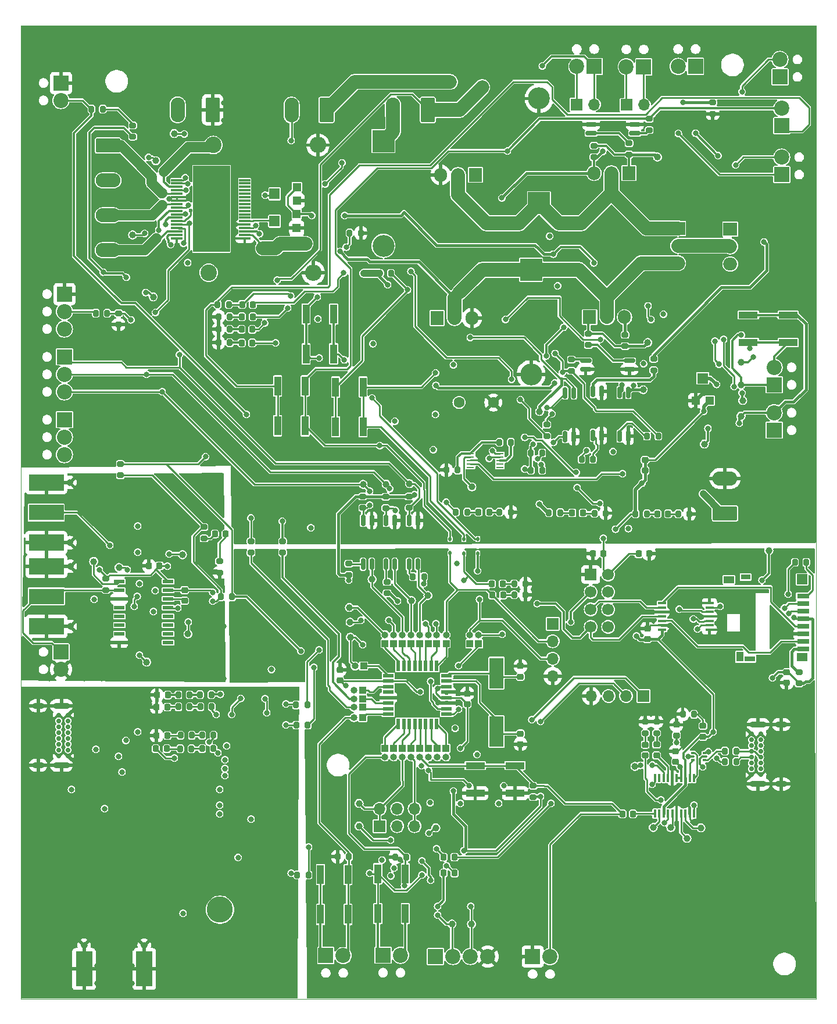
<source format=gbr>
%TF.GenerationSoftware,KiCad,Pcbnew,8.0.1*%
%TF.CreationDate,2024-08-10T17:13:53+02:00*%
%TF.ProjectId,Tracker,54726163-6b65-4722-9e6b-696361645f70,rev?*%
%TF.SameCoordinates,PX5aa5910PY998aa40*%
%TF.FileFunction,Copper,L1,Top*%
%TF.FilePolarity,Positive*%
%FSLAX46Y46*%
G04 Gerber Fmt 4.6, Leading zero omitted, Abs format (unit mm)*
G04 Created by KiCad (PCBNEW 8.0.1) date 2024-08-10 17:13:53*
%MOMM*%
%LPD*%
G01*
G04 APERTURE LIST*
G04 Aperture macros list*
%AMRoundRect*
0 Rectangle with rounded corners*
0 $1 Rounding radius*
0 $2 $3 $4 $5 $6 $7 $8 $9 X,Y pos of 4 corners*
0 Add a 4 corners polygon primitive as box body*
4,1,4,$2,$3,$4,$5,$6,$7,$8,$9,$2,$3,0*
0 Add four circle primitives for the rounded corners*
1,1,$1+$1,$2,$3*
1,1,$1+$1,$4,$5*
1,1,$1+$1,$6,$7*
1,1,$1+$1,$8,$9*
0 Add four rect primitives between the rounded corners*
20,1,$1+$1,$2,$3,$4,$5,0*
20,1,$1+$1,$4,$5,$6,$7,0*
20,1,$1+$1,$6,$7,$8,$9,0*
20,1,$1+$1,$8,$9,$2,$3,0*%
G04 Aperture macros list end*
%TA.AperFunction,SMDPad,CuDef*%
%ADD10RoundRect,0.200000X-0.275000X0.200000X-0.275000X-0.200000X0.275000X-0.200000X0.275000X0.200000X0*%
%TD*%
%TA.AperFunction,SMDPad,CuDef*%
%ADD11RoundRect,0.218750X-0.218750X-0.256250X0.218750X-0.256250X0.218750X0.256250X-0.218750X0.256250X0*%
%TD*%
%TA.AperFunction,SMDPad,CuDef*%
%ADD12RoundRect,0.200000X0.200000X0.275000X-0.200000X0.275000X-0.200000X-0.275000X0.200000X-0.275000X0*%
%TD*%
%TA.AperFunction,ComponentPad*%
%ADD13R,2.200000X2.200000*%
%TD*%
%TA.AperFunction,ComponentPad*%
%ADD14C,2.200000*%
%TD*%
%TA.AperFunction,SMDPad,CuDef*%
%ADD15C,1.000000*%
%TD*%
%TA.AperFunction,SMDPad,CuDef*%
%ADD16R,5.080000X2.290000*%
%TD*%
%TA.AperFunction,SMDPad,CuDef*%
%ADD17R,5.080000X2.420000*%
%TD*%
%TA.AperFunction,SMDPad,CuDef*%
%ADD18R,0.950000X0.460000*%
%TD*%
%TA.AperFunction,ComponentPad*%
%ADD19C,0.970000*%
%TD*%
%TA.AperFunction,ComponentPad*%
%ADD20R,1.000000X1.000000*%
%TD*%
%TA.AperFunction,ComponentPad*%
%ADD21O,1.000000X1.000000*%
%TD*%
%TA.AperFunction,SMDPad,CuDef*%
%ADD22R,1.000000X2.800000*%
%TD*%
%TA.AperFunction,SMDPad,CuDef*%
%ADD23RoundRect,0.150000X0.662500X0.150000X-0.662500X0.150000X-0.662500X-0.150000X0.662500X-0.150000X0*%
%TD*%
%TA.AperFunction,SMDPad,CuDef*%
%ADD24RoundRect,0.200000X0.275000X-0.200000X0.275000X0.200000X-0.275000X0.200000X-0.275000X-0.200000X0*%
%TD*%
%TA.AperFunction,SMDPad,CuDef*%
%ADD25R,1.200000X0.400000*%
%TD*%
%TA.AperFunction,ComponentPad*%
%ADD26RoundRect,0.249999X0.790001X1.550001X-0.790001X1.550001X-0.790001X-1.550001X0.790001X-1.550001X0*%
%TD*%
%TA.AperFunction,ComponentPad*%
%ADD27O,2.080000X3.600000*%
%TD*%
%TA.AperFunction,SMDPad,CuDef*%
%ADD28RoundRect,0.200000X-0.200000X-0.275000X0.200000X-0.275000X0.200000X0.275000X-0.200000X0.275000X0*%
%TD*%
%TA.AperFunction,ComponentPad*%
%ADD29R,1.700000X1.700000*%
%TD*%
%TA.AperFunction,ComponentPad*%
%ADD30O,1.700000X1.700000*%
%TD*%
%TA.AperFunction,SMDPad,CuDef*%
%ADD31R,1.750000X0.700000*%
%TD*%
%TA.AperFunction,SMDPad,CuDef*%
%ADD32R,1.000000X1.450000*%
%TD*%
%TA.AperFunction,SMDPad,CuDef*%
%ADD33R,1.550000X1.000000*%
%TD*%
%TA.AperFunction,SMDPad,CuDef*%
%ADD34R,1.500000X0.800000*%
%TD*%
%TA.AperFunction,SMDPad,CuDef*%
%ADD35R,1.500000X1.300000*%
%TD*%
%TA.AperFunction,SMDPad,CuDef*%
%ADD36R,1.500000X1.500000*%
%TD*%
%TA.AperFunction,SMDPad,CuDef*%
%ADD37R,1.400000X0.800000*%
%TD*%
%TA.AperFunction,ComponentPad*%
%ADD38RoundRect,0.249999X1.550001X-0.790001X1.550001X0.790001X-1.550001X0.790001X-1.550001X-0.790001X0*%
%TD*%
%TA.AperFunction,ComponentPad*%
%ADD39O,3.600000X2.080000*%
%TD*%
%TA.AperFunction,SMDPad,CuDef*%
%ADD40RoundRect,0.112500X-0.112500X0.187500X-0.112500X-0.187500X0.112500X-0.187500X0.112500X0.187500X0*%
%TD*%
%TA.AperFunction,SMDPad,CuDef*%
%ADD41RoundRect,0.225000X-0.250000X0.225000X-0.250000X-0.225000X0.250000X-0.225000X0.250000X0.225000X0*%
%TD*%
%TA.AperFunction,ComponentPad*%
%ADD42R,3.200000X3.200000*%
%TD*%
%TA.AperFunction,ComponentPad*%
%ADD43O,3.200000X3.200000*%
%TD*%
%TA.AperFunction,SMDPad,CuDef*%
%ADD44RoundRect,0.218750X-0.256250X0.218750X-0.256250X-0.218750X0.256250X-0.218750X0.256250X0.218750X0*%
%TD*%
%TA.AperFunction,SMDPad,CuDef*%
%ADD45R,1.700000X0.350000*%
%TD*%
%TA.AperFunction,ComponentPad*%
%ADD46C,0.600000*%
%TD*%
%TA.AperFunction,SMDPad,CuDef*%
%ADD47R,5.394000X12.598400*%
%TD*%
%TA.AperFunction,ComponentPad*%
%ADD48C,1.700000*%
%TD*%
%TA.AperFunction,ComponentPad*%
%ADD49C,1.600000*%
%TD*%
%TA.AperFunction,SMDPad,CuDef*%
%ADD50R,1.600000X0.550000*%
%TD*%
%TA.AperFunction,SMDPad,CuDef*%
%ADD51R,0.550000X1.600000*%
%TD*%
%TA.AperFunction,ComponentPad*%
%ADD52R,1.905000X2.000000*%
%TD*%
%TA.AperFunction,ComponentPad*%
%ADD53O,1.905000X2.000000*%
%TD*%
%TA.AperFunction,SMDPad,CuDef*%
%ADD54RoundRect,0.218750X0.218750X0.256250X-0.218750X0.256250X-0.218750X-0.256250X0.218750X-0.256250X0*%
%TD*%
%TA.AperFunction,SMDPad,CuDef*%
%ADD55R,1.200000X1.200000*%
%TD*%
%TA.AperFunction,SMDPad,CuDef*%
%ADD56R,1.500000X1.600000*%
%TD*%
%TA.AperFunction,SMDPad,CuDef*%
%ADD57R,2.000000X4.500000*%
%TD*%
%TA.AperFunction,SMDPad,CuDef*%
%ADD58RoundRect,0.225000X0.250000X-0.225000X0.250000X0.225000X-0.250000X0.225000X-0.250000X-0.225000X0*%
%TD*%
%TA.AperFunction,ComponentPad*%
%ADD59C,2.400000*%
%TD*%
%TA.AperFunction,ComponentPad*%
%ADD60O,2.400000X2.400000*%
%TD*%
%TA.AperFunction,SMDPad,CuDef*%
%ADD61RoundRect,0.093750X-0.156250X-0.093750X0.156250X-0.093750X0.156250X0.093750X-0.156250X0.093750X0*%
%TD*%
%TA.AperFunction,SMDPad,CuDef*%
%ADD62RoundRect,0.075000X-0.250000X-0.075000X0.250000X-0.075000X0.250000X0.075000X-0.250000X0.075000X0*%
%TD*%
%TA.AperFunction,SMDPad,CuDef*%
%ADD63R,1.100000X0.250000*%
%TD*%
%TA.AperFunction,SMDPad,CuDef*%
%ADD64RoundRect,0.150000X0.150000X-0.662500X0.150000X0.662500X-0.150000X0.662500X-0.150000X-0.662500X0*%
%TD*%
%TA.AperFunction,SMDPad,CuDef*%
%ADD65R,2.800000X1.000000*%
%TD*%
%TA.AperFunction,SMDPad,CuDef*%
%ADD66RoundRect,0.150000X-0.662500X-0.150000X0.662500X-0.150000X0.662500X0.150000X-0.662500X0.150000X0*%
%TD*%
%TA.AperFunction,SMDPad,CuDef*%
%ADD67RoundRect,0.225000X0.225000X0.250000X-0.225000X0.250000X-0.225000X-0.250000X0.225000X-0.250000X0*%
%TD*%
%TA.AperFunction,SMDPad,CuDef*%
%ADD68RoundRect,0.225000X-0.225000X-0.250000X0.225000X-0.250000X0.225000X0.250000X-0.225000X0.250000X0*%
%TD*%
%TA.AperFunction,ComponentPad*%
%ADD69R,2.000000X1.905000*%
%TD*%
%TA.AperFunction,ComponentPad*%
%ADD70O,2.000000X1.905000*%
%TD*%
%TA.AperFunction,ComponentPad*%
%ADD71C,0.700000*%
%TD*%
%TA.AperFunction,ComponentPad*%
%ADD72O,2.400000X0.900000*%
%TD*%
%TA.AperFunction,ComponentPad*%
%ADD73O,1.700000X0.900000*%
%TD*%
%TA.AperFunction,SMDPad,CuDef*%
%ADD74R,1.500000X0.600000*%
%TD*%
%TA.AperFunction,SMDPad,CuDef*%
%ADD75R,1.600000X1.500000*%
%TD*%
%TA.AperFunction,ComponentPad*%
%ADD76RoundRect,0.249999X-1.550001X0.790001X-1.550001X-0.790001X1.550001X-0.790001X1.550001X0.790001X0*%
%TD*%
%TA.AperFunction,SMDPad,CuDef*%
%ADD77R,0.400000X1.200000*%
%TD*%
%TA.AperFunction,SMDPad,CuDef*%
%ADD78RoundRect,0.218750X0.256250X-0.218750X0.256250X0.218750X-0.256250X0.218750X-0.256250X-0.218750X0*%
%TD*%
%TA.AperFunction,SMDPad,CuDef*%
%ADD79R,2.420000X5.080000*%
%TD*%
%TA.AperFunction,SMDPad,CuDef*%
%ADD80R,0.460000X0.950000*%
%TD*%
%TA.AperFunction,ComponentPad*%
%ADD81C,3.800000*%
%TD*%
%TA.AperFunction,ViaPad*%
%ADD82C,0.800000*%
%TD*%
%TA.AperFunction,ViaPad*%
%ADD83C,0.600000*%
%TD*%
%TA.AperFunction,Conductor*%
%ADD84C,0.250000*%
%TD*%
%TA.AperFunction,Conductor*%
%ADD85C,0.300000*%
%TD*%
%TA.AperFunction,Conductor*%
%ADD86C,0.400000*%
%TD*%
%TA.AperFunction,Conductor*%
%ADD87C,0.330000*%
%TD*%
%TA.AperFunction,Conductor*%
%ADD88C,0.500000*%
%TD*%
%TA.AperFunction,Conductor*%
%ADD89C,2.000000*%
%TD*%
%TA.AperFunction,Conductor*%
%ADD90C,1.000000*%
%TD*%
%TA.AperFunction,Conductor*%
%ADD91C,1.500000*%
%TD*%
%TA.AperFunction,Conductor*%
%ADD92C,0.450000*%
%TD*%
%TA.AperFunction,Profile*%
%ADD93C,0.100000*%
%TD*%
G04 APERTURE END LIST*
D10*
%TO.P,R10,1*%
%TO.N,Net-(D1-K)*%
X28875000Y63675000D03*
%TO.P,R10,2*%
%TO.N,GND_Security*%
X28875000Y62025000D03*
%TD*%
D11*
%TO.P,D20,1,K*%
%TO.N,Net-(D20-K)*%
X61525000Y18275000D03*
%TO.P,D20,2,A*%
%TO.N,+5V*%
X63100000Y18275000D03*
%TD*%
D12*
%TO.P,R53,1*%
%TO.N,/MCU/PC1-A1*%
X47750000Y20675000D03*
%TO.P,R53,2*%
%TO.N,GND*%
X46100000Y20675000D03*
%TD*%
D13*
%TO.P,J27,1,Pin_1*%
%TO.N,+VCC_Motor*%
X98225000Y135725000D03*
D14*
%TO.P,J27,2,Pin_2*%
%TO.N,Net-(J27-Pin_2)*%
X95685000Y135725000D03*
%TD*%
D15*
%TO.P,T10,1,1*%
%TO.N,Net-(U1B--)*%
X18270000Y49000000D03*
%TD*%
D10*
%TO.P,R88,1*%
%TO.N,+5V*%
X56500000Y73100000D03*
%TO.P,R88,2*%
%TO.N,/Stepper/STEP_CW*%
X56500000Y71450000D03*
%TD*%
D12*
%TO.P,R19,1*%
%TO.N,Net-(D25-K)*%
X98001000Y41391000D03*
%TO.P,R19,2*%
%TO.N,GND*%
X96351000Y41391000D03*
%TD*%
D15*
%TO.P,T6,1,1*%
%TO.N,Net-(Q7-G)*%
X75500000Y85470000D03*
%TD*%
D16*
%TO.P,J20,1,In*%
%TO.N,Net-(J20-In)*%
X3650000Y70770000D03*
D17*
%TO.P,J20,2,Ext*%
%TO.N,GND_Security*%
X3650000Y75150000D03*
X3650000Y66390000D03*
D18*
X6640000Y75150000D03*
X6640000Y66390000D03*
D19*
X7090000Y75150000D03*
X7090000Y66390000D03*
%TD*%
D11*
%TO.P,D2,1,K*%
%TO.N,GND_GNSS*%
X19725000Y42450000D03*
%TO.P,D2,2,A*%
%TO.N,Net-(D2-A)*%
X21300000Y42450000D03*
%TD*%
D20*
%TO.P,JP10,1,A*%
%TO.N,Net-(JP10-A)*%
X55520000Y51695000D03*
D21*
%TO.P,JP10,2,B*%
%TO.N,/MCU/PB2-D10~*%
X55520000Y52965000D03*
%TD*%
D15*
%TO.P,T41,1,1*%
%TO.N,/SIMULATE_WIND*%
X10550000Y63650000D03*
%TD*%
%TO.P,T44,1,1*%
%TO.N,Net-(U29A--)*%
X105102000Y87086000D03*
%TD*%
D22*
%TO.P,SW3,1,A*%
%TO.N,/Motors/IN_A*%
X41350000Y89200000D03*
X41350000Y83400000D03*
%TO.P,SW3,2,B*%
%TO.N,Net-(J29-Pin_1)*%
X37350000Y89200000D03*
X37350000Y83400000D03*
%TD*%
D23*
%TO.P,U6,1*%
%TO.N,Net-(R31-Pad2)*%
X89387500Y125990000D03*
%TO.P,U6,2*%
%TO.N,GND*%
X89387500Y127260000D03*
%TO.P,U6,3*%
X83012500Y127260000D03*
%TO.P,U6,4*%
%TO.N,Net-(R34-Pad1)*%
X83012500Y125990000D03*
%TD*%
D20*
%TO.P,JP23,1,A*%
%TO.N,Net-(JP23-A)*%
X61870000Y36455000D03*
D21*
%TO.P,JP23,2,B*%
%TO.N,/WIND_INTERRUPT*%
X61870000Y35185000D03*
%TD*%
D20*
%TO.P,JP19,1,A*%
%TO.N,Net-(JP19-A)*%
X56790000Y36455000D03*
D21*
%TO.P,JP19,2,B*%
%TO.N,/Anemometer/SCL*%
X56790000Y35185000D03*
%TD*%
D24*
%TO.P,R54,1*%
%TO.N,Net-(D26-K)*%
X90916000Y38651000D03*
%TO.P,R54,2*%
%TO.N,GND*%
X90916000Y40301000D03*
%TD*%
D25*
%TO.P,U18,1*%
%TO.N,GND*%
X100250000Y53700000D03*
%TO.P,U18,2*%
%TO.N,/CLK_POT_NUM{slash}~{CS_SD}*%
X100250000Y54350000D03*
%TO.P,U18,3*%
%TO.N,/SD_Reader/VoltageTranslator/1Y*%
X100250000Y55000000D03*
%TO.P,U18,4*%
%TO.N,GND*%
X100250000Y55650000D03*
%TO.P,U18,5*%
%TO.N,/MCU/MOSI*%
X100250000Y56300000D03*
%TO.P,U18,6*%
%TO.N,/SD_Reader/VoltageTranslator/2Y*%
X100250000Y56950000D03*
%TO.P,U18,7,GND*%
%TO.N,GND*%
X100250000Y57600000D03*
%TO.P,U18,8*%
%TO.N,/SD_Reader/VoltageTranslator/3Y*%
X93350000Y57600000D03*
%TO.P,U18,9*%
%TO.N,/MCU/CLK*%
X93350000Y56950000D03*
%TO.P,U18,10*%
%TO.N,GND*%
X93350000Y56300000D03*
%TO.P,U18,11*%
%TO.N,/MCU/MISO*%
X93350000Y55650000D03*
%TO.P,U18,12*%
%TO.N,/SD_Reader/VoltageTranslator/4A*%
X93350000Y55000000D03*
%TO.P,U18,13*%
%TO.N,GND*%
X93350000Y54350000D03*
%TO.P,U18,14,VCC*%
%TO.N,+3.3V*%
X93350000Y53700000D03*
%TD*%
D26*
%TO.P,J26,1,Pin_1*%
%TO.N,GND*%
X27865000Y129422500D03*
D27*
%TO.P,J26,2,Pin_2*%
%TO.N,+24V*%
X22785000Y129422500D03*
%TD*%
D28*
%TO.P,R16,1*%
%TO.N,Net-(D2-A)*%
X22900000Y42500000D03*
%TO.P,R16,2*%
%TO.N,Net-(R15-Pad1)*%
X24550000Y42500000D03*
%TD*%
D29*
%TO.P,J4,1,Pin_1*%
%TO.N,/MCU/PD3-D3-(INT1)~*%
X77416000Y54574000D03*
D30*
%TO.P,J4,2,Pin_2*%
%TO.N,/MCU/PD5-D5~*%
X77416000Y52034000D03*
%TO.P,J4,3,Pin_3*%
%TO.N,/MCU/PD4-D4*%
X77416000Y49494000D03*
%TO.P,J4,4,Pin_4*%
%TO.N,GND*%
X77416000Y46954000D03*
%TD*%
D11*
%TO.P,D24,1,K*%
%TO.N,GND_GNSS*%
X19712500Y38300000D03*
%TO.P,D24,2,A*%
%TO.N,Net-(D24-A)*%
X21287500Y38300000D03*
%TD*%
D31*
%TO.P,J37,1,DAT2*%
%TO.N,Net-(J37-DAT2)*%
X113875000Y58600000D03*
%TO.P,J37,2,DAT3/CD*%
%TO.N,/SD_Reader/VoltageTranslator/1Y*%
X113875000Y57500000D03*
%TO.P,J37,3,CMD*%
%TO.N,/SD_Reader/VoltageTranslator/2Y*%
X113875000Y56400000D03*
%TO.P,J37,4,VDD*%
%TO.N,+3.3V*%
X113875000Y55300000D03*
%TO.P,J37,5,CLK*%
%TO.N,/SD_Reader/VoltageTranslator/3Y*%
X113875000Y54200000D03*
%TO.P,J37,6,VSS*%
%TO.N,GND*%
X113875000Y53100000D03*
%TO.P,J37,7,DAT0*%
%TO.N,/SD_Reader/VoltageTranslator/4A*%
X113875000Y52000000D03*
%TO.P,J37,8,DAT1*%
%TO.N,Net-(J37-DAT1)*%
X113875000Y50900000D03*
D32*
%TO.P,J37,9,SHIELD*%
%TO.N,unconnected-(J37-SHIELD-Pad9)*%
X104650000Y49775000D03*
D33*
%TO.P,J37,10*%
%TO.N,N/C*%
X103075000Y61000000D03*
D34*
%TO.P,J37,11*%
X106150000Y49450000D03*
D35*
X113750000Y49700000D03*
D36*
X113750000Y61050000D03*
D37*
X105500000Y61400000D03*
%TD*%
D38*
%TO.P,J6,1,Pin_1*%
%TO.N,+24V*%
X102522500Y70660000D03*
D39*
%TO.P,J6,2,Pin_2*%
%TO.N,GND*%
X102522500Y75740000D03*
%TD*%
D28*
%TO.P,R91,1*%
%TO.N,Net-(D33-K)*%
X95704000Y70576000D03*
%TO.P,R91,2*%
%TO.N,GND*%
X97354000Y70576000D03*
%TD*%
D12*
%TO.P,R38,1*%
%TO.N,Net-(D14-K)*%
X30370500Y99278000D03*
%TO.P,R38,2*%
%TO.N,GND*%
X28720500Y99278000D03*
%TD*%
D15*
%TO.P,T31,1,1*%
%TO.N,/Stepper/STEP_CW*%
X56550000Y74975000D03*
%TD*%
D22*
%TO.P,SW5,1,A*%
%TO.N,+5V*%
X43600000Y12275000D03*
X43600000Y18075000D03*
%TO.P,SW5,2,B*%
%TO.N,/MCU/PC1-A1*%
X47600000Y12275000D03*
X47600000Y18075000D03*
%TD*%
D13*
%TO.P,J21,1,Pin_1*%
%TO.N,+5V*%
X44360000Y6275000D03*
D14*
%TO.P,J21,2,Pin_2*%
%TO.N,/MCU/PC1-A1*%
X46900000Y6275000D03*
%TD*%
D10*
%TO.P,R40,1*%
%TO.N,+VCC_Motor*%
X87940000Y96650000D03*
%TO.P,R40,2*%
%TO.N,Net-(Q6-G)*%
X87940000Y95000000D03*
%TD*%
D28*
%TO.P,R25,1*%
%TO.N,Net-(D8-K)*%
X71800000Y58800000D03*
%TO.P,R25,2*%
%TO.N,GND*%
X73450000Y58800000D03*
%TD*%
D40*
%TO.P,D4,1,K*%
%TO.N,/Motors/IN_A*%
X62450000Y66950000D03*
%TO.P,D4,2,A*%
%TO.N,/MCU/PD5-D5~*%
X62450000Y64850000D03*
%TD*%
D20*
%TO.P,JP9,1,A*%
%TO.N,Net-(JP9-A)*%
X56790000Y51695000D03*
D21*
%TO.P,JP9,2,B*%
%TO.N,/MCU/PB1-D9~*%
X56790000Y52965000D03*
%TD*%
D12*
%TO.P,R67,1*%
%TO.N,Net-(J3-D--PadA7)*%
X104149000Y36032000D03*
%TO.P,R67,2*%
%TO.N,Net-(R67-Pad2)*%
X102499000Y36032000D03*
%TD*%
D41*
%TO.P,C38,1*%
%TO.N,+3.3V*%
X111500000Y47525000D03*
%TO.P,C38,2*%
%TO.N,GND*%
X111500000Y45975000D03*
%TD*%
D10*
%TO.P,R34,1*%
%TO.N,Net-(R34-Pad1)*%
X88530000Y124560000D03*
%TO.P,R34,2*%
%TO.N,Net-(Q4-G)*%
X88530000Y122910000D03*
%TD*%
D42*
%TO.P,D6,1,K*%
%TO.N,Net-(D6-K)*%
X52760000Y124857500D03*
D43*
%TO.P,D6,2,A*%
%TO.N,+24V*%
X52760000Y109617500D03*
%TD*%
D20*
%TO.P,JP28,1,A*%
%TO.N,Net-(JP28-A)*%
X61895400Y51695000D03*
D21*
%TO.P,JP28,2,B*%
%TO.N,/MCU/PD5-D5~*%
X61895400Y52965000D03*
%TD*%
D44*
%TO.P,D27,1,K*%
%TO.N,Net-(D27-K)*%
X92556000Y36986000D03*
%TO.P,D27,2,A*%
%TO.N,Net-(D27-A)*%
X92556000Y35411000D03*
%TD*%
D45*
%TO.P,IC1,1,CLOCK*%
%TO.N,/Stepper/STEP_PULSE*%
X22679000Y119192000D03*
%TO.P,IC1,2,CW/CWW*%
%TO.N,/Stepper/STEP_CW*%
X22679000Y118692000D03*
%TO.P,IC1,3,SENSE_A*%
%TO.N,/Stepper/SENSE_A*%
X22679000Y118192000D03*
%TO.P,IC1,4,RCA*%
%TO.N,/Stepper/RC_1*%
X22679000Y117692000D03*
%TO.P,IC1,5,OUT1A*%
%TO.N,Net-(IC1-OUT1A)*%
X22679000Y117192000D03*
%TO.P,IC1,6*%
%TO.N,GND*%
X22679000Y116692000D03*
%TO.P,IC1,7*%
X22679000Y116192000D03*
%TO.P,IC1,8,OUT1B*%
%TO.N,Net-(IC1-OUT1B)*%
X22679000Y115692000D03*
%TO.P,IC1,9,RCB*%
%TO.N,/Stepper/RC_2*%
X22679000Y115192000D03*
%TO.P,IC1,10,SENSE_B*%
%TO.N,/Stepper/SENSE_B*%
X22679000Y114692000D03*
%TO.P,IC1,11,VREF_B*%
%TO.N,/Stepper/Vref_B*%
X22679000Y114192000D03*
%TO.P,IC1,12,HALF/FULL*%
%TO.N,/Stepper/HALF{slash}FULL*%
X22679000Y113692000D03*
%TO.P,IC1,13,CONTROL*%
%TO.N,/Stepper/CONTROL*%
X22679000Y113192000D03*
%TO.P,IC1,14,EN*%
%TO.N,/Stepper/STEP_ENABLE*%
X22679000Y112692000D03*
%TO.P,IC1,15,VBOOT*%
%TO.N,Net-(D22-K)*%
X22679000Y112192000D03*
%TO.P,IC1,16,OUT2B*%
%TO.N,Net-(IC1-OUT2B)*%
X22679000Y111692000D03*
%TO.P,IC1,17,VS_B*%
%TO.N,+24V*%
X22679000Y111192000D03*
%TO.P,IC1,18*%
%TO.N,GND*%
X22679000Y110692000D03*
%TO.P,IC1,19*%
X32544000Y110692000D03*
%TO.P,IC1,20,VS_A*%
%TO.N,+24V*%
X32544000Y111192000D03*
%TO.P,IC1,21,OUT2A*%
%TO.N,Net-(IC1-OUT2A)*%
X32544000Y111692000D03*
%TO.P,IC1,22,VCP*%
%TO.N,Net-(IC1-VCP)*%
X32544000Y112192000D03*
%TO.P,IC1,23,RESET*%
%TO.N,GND*%
X32544000Y112692000D03*
%TO.P,IC1,24,VREF_A*%
%TO.N,/Stepper/Vref_A*%
X32544000Y113192000D03*
%TO.P,IC1,25*%
%TO.N,N/C*%
X32544000Y113692000D03*
%TO.P,IC1,26*%
X32544000Y114192000D03*
%TO.P,IC1,27*%
X32544000Y114692000D03*
%TO.P,IC1,28*%
X32544000Y115192000D03*
%TO.P,IC1,29*%
X32544000Y115692000D03*
%TO.P,IC1,30*%
X32544000Y116192000D03*
%TO.P,IC1,31*%
X32544000Y116692000D03*
%TO.P,IC1,32*%
X32544000Y117192000D03*
%TO.P,IC1,33*%
X32544000Y117692000D03*
%TO.P,IC1,34*%
X32544000Y118192000D03*
%TO.P,IC1,35*%
X32544000Y118692000D03*
%TO.P,IC1,36*%
X32544000Y119192000D03*
D46*
%TO.P,IC1,37*%
X26111500Y116442000D03*
X26111500Y115442000D03*
X26111500Y114442000D03*
X26111500Y113442000D03*
X27611500Y116442000D03*
X27611500Y115442000D03*
X27611500Y114442000D03*
X27611500Y113442000D03*
D47*
X27708500Y114992800D03*
D46*
X29111500Y116442000D03*
X29111500Y115442000D03*
X29111500Y114442000D03*
X29111500Y113442000D03*
%TD*%
D22*
%TO.P,SW1,1,A*%
%TO.N,Net-(J28-Pin_2)*%
X45500000Y99675000D03*
X45500000Y93875000D03*
%TO.P,SW1,2,B*%
%TO.N,/Motors/ENABLED*%
X41500000Y99675000D03*
X41500000Y93875000D03*
%TD*%
D28*
%TO.P,R59,1*%
%TO.N,Net-(J12-Pin_2)*%
X10868000Y99786000D03*
%TO.P,R59,2*%
%TO.N,Net-(R102-Pad1)*%
X12518000Y99786000D03*
%TD*%
D29*
%TO.P,U14,1,GND*%
%TO.N,GND*%
X82960000Y61740000D03*
D48*
%TO.P,U14,2,VCC*%
%TO.N,+3.3V*%
X85500000Y61740000D03*
%TO.P,U14,3,CE*%
%TO.N,/MCU/A6*%
X82960000Y59200000D03*
%TO.P,U14,4,~{CSN}*%
%TO.N,/MCU/PC3-A3*%
X85500000Y59200000D03*
%TO.P,U14,5,SCK*%
%TO.N,/MCU/CLK*%
X82960000Y56660000D03*
%TO.P,U14,6,MOSI*%
%TO.N,/MCU/MOSI*%
X85500000Y56660000D03*
%TO.P,U14,7,MISO*%
%TO.N,/MCU/MISO*%
X82960000Y54120000D03*
%TO.P,U14,8,IRQ*%
%TO.N,unconnected-(U14-IRQ-Pad8)*%
X85500000Y54120000D03*
%TD*%
D20*
%TO.P,JP18,1,A*%
%TO.N,Net-(JP18-A)*%
X55520000Y36455000D03*
D21*
%TO.P,JP18,2,B*%
%TO.N,/Anemometer/SDA*%
X55520000Y35185000D03*
%TD*%
D49*
%TO.P,C19,1*%
%TO.N,+VCap*%
X63775000Y86800000D03*
%TO.P,C19,2*%
%TO.N,GND*%
X68775000Y86800000D03*
%TD*%
D12*
%TO.P,R62,1*%
%TO.N,Net-(D18-A)*%
X64970000Y70830000D03*
%TO.P,R62,2*%
%TO.N,+3.3V*%
X63320000Y70830000D03*
%TD*%
D28*
%TO.P,R108,1*%
%TO.N,+5V*%
X74242000Y79436000D03*
%TO.P,R108,2*%
%TO.N,/Anemometer/SDA*%
X75892000Y79436000D03*
%TD*%
D50*
%TO.P,U15,1,PD3*%
%TO.N,Net-(JP24-A)*%
X61970000Y41415000D03*
%TO.P,U15,2,PD4*%
%TO.N,Net-(JP25-A)*%
X61970000Y42215000D03*
%TO.P,U15,3,GND*%
%TO.N,GND*%
X61970000Y43015000D03*
%TO.P,U15,4,VCC*%
%TO.N,+5V*%
X61970000Y43815000D03*
%TO.P,U15,5,GND*%
%TO.N,GND*%
X61970000Y44615000D03*
%TO.P,U15,6,VCC*%
%TO.N,+5V*%
X61970000Y45415000D03*
%TO.P,U15,7,XTAL1/PB6*%
%TO.N,/Crystal/XTAl_1*%
X61970000Y46215000D03*
%TO.P,U15,8,XTAL2/PB7*%
%TO.N,/Crystal/XTAl_2*%
X61970000Y47015000D03*
D51*
%TO.P,U15,9,PD5*%
%TO.N,Net-(JP28-A)*%
X60520000Y48465000D03*
%TO.P,U15,10,PD6*%
%TO.N,Net-(JP27-A)*%
X59720000Y48465000D03*
%TO.P,U15,11,PD7*%
%TO.N,Net-(JP26-A)*%
X58920000Y48465000D03*
%TO.P,U15,12,PB0*%
%TO.N,Net-(JP2-A)*%
X58120000Y48465000D03*
%TO.P,U15,13,PB1*%
%TO.N,Net-(JP9-A)*%
X57320000Y48465000D03*
%TO.P,U15,14,PB2*%
%TO.N,Net-(JP10-A)*%
X56520000Y48465000D03*
%TO.P,U15,15,PB3*%
%TO.N,Net-(JP11-A)*%
X55720000Y48465000D03*
%TO.P,U15,16,PB4*%
%TO.N,Net-(JP12-A)*%
X54920000Y48465000D03*
D50*
%TO.P,U15,17,PB5*%
%TO.N,Net-(JP13-A)*%
X53470000Y47015000D03*
%TO.P,U15,18,AVCC*%
%TO.N,+5V*%
X53470000Y46215000D03*
%TO.P,U15,19,ADC6*%
%TO.N,Net-(JP1-A)*%
X53470000Y45415000D03*
%TO.P,U15,20,AREF*%
%TO.N,unconnected-(U15-AREF-Pad20)*%
X53470000Y44615000D03*
%TO.P,U15,21,GND*%
%TO.N,GND*%
X53470000Y43815000D03*
%TO.P,U15,22,ADC7*%
%TO.N,Net-(JP3-A)*%
X53470000Y43015000D03*
%TO.P,U15,23,PC0*%
%TO.N,Net-(JP14-A)*%
X53470000Y42215000D03*
%TO.P,U15,24,PC1*%
%TO.N,Net-(JP15-A)*%
X53470000Y41415000D03*
D51*
%TO.P,U15,25,PC2*%
%TO.N,Net-(JP16-A)*%
X54920000Y39965000D03*
%TO.P,U15,26,PC3*%
%TO.N,Net-(JP17-A)*%
X55720000Y39965000D03*
%TO.P,U15,27,PC4*%
%TO.N,Net-(JP18-A)*%
X56520000Y39965000D03*
%TO.P,U15,28,PC5*%
%TO.N,Net-(JP19-A)*%
X57320000Y39965000D03*
%TO.P,U15,29,~{RESET}/PC6*%
%TO.N,Net-(JP20-A)*%
X58120000Y39965000D03*
%TO.P,U15,30,PD0*%
%TO.N,Net-(JP21-A)*%
X58920000Y39965000D03*
%TO.P,U15,31,PD1*%
%TO.N,Net-(JP22-A)*%
X59720000Y39965000D03*
%TO.P,U15,32,PD2*%
%TO.N,Net-(JP23-A)*%
X60520000Y39965000D03*
%TD*%
D52*
%TO.P,Q5,1,G*%
%TO.N,Net-(Q3-D)*%
X66165000Y119932500D03*
D53*
%TO.P,Q5,2,D*%
%TO.N,Net-(D11-K)*%
X63625000Y119932500D03*
%TO.P,Q5,3,S*%
%TO.N,GND*%
X61085000Y119932500D03*
%TD*%
D15*
%TO.P,T42,1,1*%
%TO.N,/Stepper/CONTROL*%
X16225000Y111200000D03*
%TD*%
D54*
%TO.P,D10,1,K*%
%TO.N,Net-(D10-K)*%
X33753500Y101056000D03*
%TO.P,D10,2,A*%
%TO.N,+VCC_Motor*%
X32178500Y101056000D03*
%TD*%
D15*
%TO.P,T17,1,1*%
%TO.N,Net-(U19-CBUS0)*%
X89390000Y33800000D03*
%TD*%
%TO.P,T51,1,1*%
%TO.N,Net-(D32-A)*%
X104848000Y84800000D03*
%TD*%
D13*
%TO.P,J36,1,Pin_1*%
%TO.N,+5V_Security*%
X109674000Y82768000D03*
D14*
%TO.P,J36,2,Pin_2*%
%TO.N,Net-(D32-A)*%
X109674000Y85308000D03*
%TD*%
D28*
%TO.P,R23,1*%
%TO.N,Net-(J23-Pin_2)*%
X81625000Y78525000D03*
%TO.P,R23,2*%
%TO.N,Net-(R23-Pad2)*%
X83275000Y78525000D03*
%TD*%
D10*
%TO.P,R87,1*%
%TO.N,+5V*%
X53100000Y73075000D03*
%TO.P,R87,2*%
%TO.N,/Stepper/STEP_ENABLE*%
X53100000Y71425000D03*
%TD*%
%TO.P,R86,1*%
%TO.N,Net-(R86-Pad1)*%
X53286000Y60670000D03*
%TO.P,R86,2*%
%TO.N,+5V*%
X53286000Y59020000D03*
%TD*%
D55*
%TO.P,RV2,1,1*%
%TO.N,GND*%
X40150000Y116175000D03*
D56*
%TO.P,RV2,2,2*%
%TO.N,/Stepper/Vref_B*%
X36900000Y117175000D03*
D55*
%TO.P,RV2,3,3*%
%TO.N,+5V*%
X40150000Y118175000D03*
%TD*%
D57*
%TO.P,Y1,1,1*%
%TO.N,/Crystal/XTAl_2*%
X69220000Y47390000D03*
%TO.P,Y1,2,2*%
%TO.N,/Crystal/XTAl_1*%
X69220000Y38890000D03*
%TD*%
D54*
%TO.P,D18,1,K*%
%TO.N,Net-(D18-K)*%
X68197000Y70830000D03*
%TO.P,D18,2,A*%
%TO.N,Net-(D18-A)*%
X66622000Y70830000D03*
%TD*%
D58*
%TO.P,C24,1*%
%TO.N,+5V*%
X95426000Y38311000D03*
%TO.P,C24,2*%
%TO.N,GND*%
X95426000Y39861000D03*
%TD*%
D20*
%TO.P,JP1,1,A*%
%TO.N,Net-(JP1-A)*%
X49730000Y44922000D03*
D21*
%TO.P,JP1,2,B*%
%TO.N,/MCU/A6*%
X48460000Y44922000D03*
%TD*%
D41*
%TO.P,C6,1*%
%TO.N,GND*%
X72720000Y48415000D03*
%TO.P,C6,2*%
%TO.N,/Crystal/XTAl_2*%
X72720000Y46865000D03*
%TD*%
D28*
%TO.P,R15,1*%
%TO.N,Net-(R15-Pad1)*%
X26100000Y42500000D03*
%TO.P,R15,2*%
%TO.N,Net-(U3-TIMEPULSE)*%
X27750000Y42500000D03*
%TD*%
D12*
%TO.P,R26,1*%
%TO.N,Net-(D9-K)*%
X30375000Y95500000D03*
%TO.P,R26,2*%
%TO.N,GND*%
X28725000Y95500000D03*
%TD*%
D10*
%TO.P,R89,1*%
%TO.N,+5V*%
X49750000Y73100000D03*
%TO.P,R89,2*%
%TO.N,/Stepper/STEP_PULSE*%
X49750000Y71450000D03*
%TD*%
D20*
%TO.P,JP27,1,A*%
%TO.N,Net-(JP27-A)*%
X60498400Y51695000D03*
D21*
%TO.P,JP27,2,B*%
%TO.N,/GNSS_RX*%
X60498400Y52965000D03*
%TD*%
D24*
%TO.P,R28,1*%
%TO.N,Net-(R28-Pad1)*%
X92125000Y91500000D03*
%TO.P,R28,2*%
%TO.N,Net-(Q2-G)*%
X92125000Y93150000D03*
%TD*%
D59*
%TO.P,R80,1*%
%TO.N,/Stepper/SENSE_A*%
X27975000Y124275000D03*
D60*
%TO.P,R80,2*%
%TO.N,GND*%
X43215000Y124275000D03*
%TD*%
D29*
%TO.P,JP8,1,A*%
%TO.N,Net-(J23-Pin_1)*%
X80885000Y130200000D03*
D30*
%TO.P,JP8,2,B*%
%TO.N,/Motors/ENABLED*%
X83425000Y130200000D03*
%TD*%
D20*
%TO.P,JP3,1,A*%
%TO.N,Net-(JP3-A)*%
X49730000Y43652000D03*
D21*
%TO.P,JP3,2,B*%
%TO.N,/MCU/A7*%
X48460000Y43652000D03*
%TD*%
D13*
%TO.P,J35,1,Pin_1*%
%TO.N,Net-(J35-Pin_1)*%
X109674000Y89372000D03*
D14*
%TO.P,J35,2,Pin_2*%
%TO.N,+5V_Security*%
X109674000Y91912000D03*
%TD*%
D12*
%TO.P,R12,1*%
%TO.N,/GNSS_RX*%
X41725000Y39825000D03*
%TO.P,R12,2*%
%TO.N,Net-(R12-Pad2)*%
X40075000Y39825000D03*
%TD*%
D11*
%TO.P,D9,1,K*%
%TO.N,Net-(D9-K)*%
X32100000Y95475000D03*
%TO.P,D9,2,A*%
%TO.N,Net-(D9-A)*%
X33675000Y95475000D03*
%TD*%
D15*
%TO.P,T26,1,1*%
%TO.N,/MCU/PB1-D9~*%
X56850000Y57950000D03*
%TD*%
D24*
%TO.P,R46,1*%
%TO.N,+5V*%
X74575000Y29325000D03*
%TO.P,R46,2*%
%TO.N,/DTR*%
X74575000Y30975000D03*
%TD*%
%TO.P,R35,1*%
%TO.N,+VCC_Motor*%
X83425000Y122525000D03*
%TO.P,R35,2*%
%TO.N,Net-(Q4-G)*%
X83425000Y124175000D03*
%TD*%
D15*
%TO.P,T13,1,1*%
%TO.N,Net-(Q6-G)*%
X91260000Y95530000D03*
%TD*%
D12*
%TO.P,R30,1*%
%TO.N,/Motors/IN_B*%
X92800000Y81900000D03*
%TO.P,R30,2*%
%TO.N,Net-(R30-Pad2)*%
X91150000Y81900000D03*
%TD*%
%TO.P,R68,1*%
%TO.N,Net-(J3-D+-PadA6)*%
X104149000Y34508000D03*
%TO.P,R68,2*%
%TO.N,Net-(R68-Pad2)*%
X102499000Y34508000D03*
%TD*%
D20*
%TO.P,JP14,1,A*%
%TO.N,Net-(JP14-A)*%
X49728800Y42424000D03*
D21*
%TO.P,JP14,2,B*%
%TO.N,/MCU/PC0-A0*%
X48458800Y42424000D03*
%TD*%
D61*
%TO.P,U20,1,I/O1*%
%TO.N,Net-(U19-USBDP)*%
X97814000Y35778000D03*
D62*
%TO.P,U20,2,GND*%
%TO.N,GND*%
X97739000Y35240500D03*
D61*
%TO.P,U20,3,I/O2*%
%TO.N,Net-(U19-USBDM)*%
X97814000Y34703000D03*
%TO.P,U20,4,I/O2*%
%TO.N,Net-(R67-Pad2)*%
X99514000Y34703000D03*
D62*
%TO.P,U20,5,VBUS*%
%TO.N,+5V*%
X99589000Y35240500D03*
D61*
%TO.P,U20,6,I/O1*%
%TO.N,Net-(R68-Pad2)*%
X99514000Y35778000D03*
%TD*%
D10*
%TO.P,R84,1*%
%TO.N,Net-(R84-Pad1)*%
X47698000Y63336000D03*
%TO.P,R84,2*%
%TO.N,+5V*%
X47698000Y61686000D03*
%TD*%
D28*
%TO.P,R73,1*%
%TO.N,Net-(D24-A)*%
X23199406Y38340000D03*
%TO.P,R73,2*%
%TO.N,Net-(R72-Pad1)*%
X24849406Y38340000D03*
%TD*%
D13*
%TO.P,J23,1,Pin_1*%
%TO.N,Net-(J23-Pin_1)*%
X90675000Y135675000D03*
D14*
%TO.P,J23,2,Pin_2*%
%TO.N,Net-(J23-Pin_2)*%
X88135000Y135675000D03*
%TD*%
D15*
%TO.P,T9,1,1*%
%TO.N,Net-(U2A-Q)*%
X24280000Y53090000D03*
%TD*%
D63*
%TO.P,U28,1,ADDR*%
%TO.N,Net-(U28-ADDR)*%
X65437000Y79366000D03*
%TO.P,U28,2,ALERT/RDY*%
%TO.N,Net-(U28-ALERT{slash}RDY)*%
X65437000Y78866000D03*
%TO.P,U28,3,GND*%
%TO.N,GND*%
X65437000Y78366000D03*
%TO.P,U28,4,AIN0*%
%TO.N,/Vcurrent*%
X65437000Y77866000D03*
%TO.P,U28,5,AIN1*%
%TO.N,/IO_Extender/AIN1*%
X65437000Y77366000D03*
%TO.P,U28,6,AIN2*%
%TO.N,/IO_Extender/AIN2*%
X69737000Y77366000D03*
%TO.P,U28,7,AIN3*%
%TO.N,/IO_Extender/AIN3*%
X69737000Y77866000D03*
%TO.P,U28,8,VDD*%
%TO.N,/IO_Extender/+5V_Security*%
X69737000Y78366000D03*
%TO.P,U28,9,SDA*%
%TO.N,/Anemometer/SCL*%
X69737000Y78866000D03*
%TO.P,U28,10,SCL*%
%TO.N,/Anemometer/SDA*%
X69737000Y79366000D03*
%TD*%
D28*
%TO.P,R47,1*%
%TO.N,Net-(D17-K)*%
X83500000Y70677500D03*
%TO.P,R47,2*%
%TO.N,GND*%
X85150000Y70677500D03*
%TD*%
D24*
%TO.P,R60,1*%
%TO.N,Net-(D1-A)*%
X26620000Y67005000D03*
%TO.P,R60,2*%
%TO.N,Net-(R104-Pad1)*%
X26620000Y68655000D03*
%TD*%
D28*
%TO.P,R107,1*%
%TO.N,Net-(D36-K)*%
X40206000Y17998000D03*
%TO.P,R107,2*%
%TO.N,/GNSS_ENABLED*%
X41856000Y17998000D03*
%TD*%
D15*
%TO.P,T28,1,1*%
%TO.N,/Stepper/RC_1*%
X19600000Y122000000D03*
%TD*%
D64*
%TO.P,U5,1*%
%TO.N,Net-(R23-Pad2)*%
X83265000Y82012500D03*
%TO.P,U5,2*%
%TO.N,GND*%
X84535000Y82012500D03*
%TO.P,U5,3*%
X84535000Y88387500D03*
%TO.P,U5,4*%
%TO.N,Net-(R28-Pad1)*%
X83265000Y88387500D03*
%TD*%
D40*
%TO.P,D5,1,K*%
%TO.N,/Motors/IN_B*%
X64475000Y66925000D03*
%TO.P,D5,2,A*%
%TO.N,/MCU/PD4-D4*%
X64475000Y64825000D03*
%TD*%
D15*
%TO.P,T50,1,1*%
%TO.N,Net-(D30-K)*%
X99514000Y80736000D03*
%TD*%
D12*
%TO.P,R24,1*%
%TO.N,+VCC_Motor*%
X30235000Y101056000D03*
%TO.P,R24,2*%
%TO.N,Net-(J29-Pin_1)*%
X28585000Y101056000D03*
%TD*%
D16*
%TO.P,J2,1,In*%
%TO.N,Net-(J1-Pin_1)*%
X3690000Y58570000D03*
D17*
%TO.P,J2,2,Ext*%
%TO.N,GND_Security*%
X3690000Y62950000D03*
X3690000Y54190000D03*
D18*
X6680000Y62950000D03*
X6680000Y54190000D03*
D19*
X7130000Y62950000D03*
X7130000Y54190000D03*
%TD*%
D15*
%TO.P,T45,1,1*%
%TO.N,/Anemometer/SCL*%
X65590000Y10835000D03*
%TD*%
D20*
%TO.P,JP22,1,A*%
%TO.N,Net-(JP22-A)*%
X60600000Y36455000D03*
D21*
%TO.P,JP22,2,B*%
%TO.N,/MCU/RX*%
X60600000Y35185000D03*
%TD*%
D20*
%TO.P,JP20,1,A*%
%TO.N,Net-(JP20-A)*%
X58060000Y36455000D03*
D21*
%TO.P,JP20,2,B*%
%TO.N,/DTR*%
X58060000Y35185000D03*
%TD*%
D65*
%TO.P,SW4,1,A*%
%TO.N,GND*%
X71925000Y29925000D03*
X66125000Y29925000D03*
%TO.P,SW4,2,B*%
%TO.N,/DTR*%
X71925000Y33925000D03*
X66125000Y33925000D03*
%TD*%
D20*
%TO.P,JP2,1,A*%
%TO.N,Net-(JP2-A)*%
X58060000Y51695000D03*
D21*
%TO.P,JP2,2,B*%
%TO.N,/MCU/PB0*%
X58060000Y52965000D03*
%TD*%
D66*
%TO.P,U9,1*%
%TO.N,Net-(R45-Pad1)*%
X82210000Y92880000D03*
%TO.P,U9,2*%
%TO.N,GND*%
X82210000Y91610000D03*
%TO.P,U9,3*%
X88585000Y91610000D03*
%TO.P,U9,4*%
%TO.N,Net-(R41-Pad1)*%
X88585000Y92880000D03*
%TD*%
D29*
%TO.P,J8,1,Pin_1*%
%TO.N,/Anemometer/SDA*%
X52210000Y25110000D03*
D30*
%TO.P,J8,2,Pin_2*%
X52210000Y27650000D03*
%TO.P,J8,3,Pin_3*%
%TO.N,/OLED/B*%
X54750000Y25110000D03*
%TO.P,J8,4,Pin_4*%
%TO.N,/OLED/A*%
X54750000Y27650000D03*
%TO.P,J8,5,Pin_5*%
%TO.N,/Anemometer/SCL*%
X57290000Y25110000D03*
%TO.P,J8,6,Pin_6*%
X57290000Y27650000D03*
%TD*%
D15*
%TO.P,T36,1,1*%
%TO.N,/Power_Supply/WakeUp_Handler/PS_CTRL*%
X104848000Y92674000D03*
%TD*%
%TO.P,T16,1,1*%
%TO.N,Net-(U19-~{RI})*%
X94616000Y24901000D03*
%TD*%
%TO.P,T30,1,1*%
%TO.N,/Stepper/STEP_PULSE*%
X49800000Y74875000D03*
%TD*%
%TO.P,T2,1,1*%
%TO.N,Net-(Q3-D)*%
X90600000Y88650000D03*
%TD*%
D20*
%TO.P,JP24,1,A*%
%TO.N,Net-(JP24-A)*%
X66620000Y51665000D03*
D21*
%TO.P,JP24,2,B*%
%TO.N,/MCU/PD3-D3-(INT1)~*%
X66620000Y52935000D03*
%TD*%
D64*
%TO.P,U25,1*%
%TO.N,Net-(R86-Pad1)*%
X53145000Y63237500D03*
%TO.P,U25,2*%
%TO.N,/MCU/PB1-D9~*%
X54415000Y63237500D03*
%TO.P,U25,3*%
%TO.N,GND*%
X54415000Y69612500D03*
%TO.P,U25,4*%
%TO.N,/Stepper/STEP_ENABLE*%
X53145000Y69612500D03*
%TD*%
D67*
%TO.P,C3,1*%
%TO.N,+5V_Security*%
X20140000Y63020000D03*
%TO.P,C3,2*%
%TO.N,GND_Security*%
X18590000Y63020000D03*
%TD*%
D64*
%TO.P,U7,1*%
%TO.N,Net-(R30-Pad2)*%
X87165000Y81887500D03*
%TO.P,U7,2*%
%TO.N,GND*%
X88435000Y81887500D03*
%TO.P,U7,3*%
%TO.N,Net-(Q3-D)*%
X88435000Y88262500D03*
%TO.P,U7,4*%
%TO.N,Net-(R32-Pad2)*%
X87165000Y88262500D03*
%TD*%
D11*
%TO.P,D12,1,K*%
%TO.N,Net-(D12-K)*%
X32090000Y97455000D03*
%TO.P,D12,2,A*%
%TO.N,Net-(D11-K)*%
X33665000Y97455000D03*
%TD*%
D15*
%TO.P,T22,1,1*%
%TO.N,/MCU/MOSI*%
X47900000Y54800000D03*
%TD*%
D52*
%TO.P,Q6,1,G*%
%TO.N,Net-(Q6-G)*%
X82800000Y99220000D03*
D53*
%TO.P,Q6,2,D*%
%TO.N,Net-(D14-A)*%
X85340000Y99220000D03*
%TO.P,Q6,3,S*%
%TO.N,+VCC_Motor*%
X87880000Y99220000D03*
%TD*%
D12*
%TO.P,R37,1*%
%TO.N,Net-(D12-K)*%
X30375000Y97450000D03*
%TO.P,R37,2*%
%TO.N,GND*%
X28725000Y97450000D03*
%TD*%
D68*
%TO.P,C21,1*%
%TO.N,+3.3V*%
X89925000Y64775000D03*
%TO.P,C21,2*%
%TO.N,GND*%
X91475000Y64775000D03*
%TD*%
D28*
%TO.P,R50,1*%
%TO.N,Net-(D18-K)*%
X69670000Y70830000D03*
%TO.P,R50,2*%
%TO.N,GND*%
X71320000Y70830000D03*
%TD*%
D12*
%TO.P,R74,1*%
%TO.N,Net-(R106-Pad1)*%
X24805000Y36370000D03*
%TO.P,R74,2*%
%TO.N,Net-(D28-K)*%
X23155000Y36370000D03*
%TD*%
D24*
%TO.P,R96,1*%
%TO.N,GND*%
X14170000Y98136000D03*
%TO.P,R96,2*%
%TO.N,Net-(R102-Pad1)*%
X14170000Y99786000D03*
%TD*%
D65*
%TO.P,SW7,1,A*%
%TO.N,Net-(D32-A)*%
X105906000Y99532000D03*
X111706000Y99532000D03*
%TO.P,SW7,2,B*%
%TO.N,+5V_Security*%
X105906000Y95532000D03*
X111706000Y95532000D03*
%TD*%
D64*
%TO.P,U23,1*%
%TO.N,Net-(R84-Pad1)*%
X49785000Y63250000D03*
%TO.P,U23,2*%
%TO.N,/MCU/PB2-D10~*%
X51055000Y63250000D03*
%TO.P,U23,3*%
%TO.N,GND*%
X51055000Y69625000D03*
%TO.P,U23,4*%
%TO.N,/Stepper/STEP_PULSE*%
X49785000Y69625000D03*
%TD*%
D67*
%TO.P,C28,1*%
%TO.N,+3.3V*%
X84800000Y64800000D03*
%TO.P,C28,2*%
%TO.N,GND*%
X83250000Y64800000D03*
%TD*%
D44*
%TO.P,D25,1,K*%
%TO.N,Net-(D25-K)*%
X99306000Y39708500D03*
%TO.P,D25,2,A*%
%TO.N,+3.3V*%
X99306000Y38133500D03*
%TD*%
D54*
%TO.P,D1,1,K*%
%TO.N,Net-(D1-K)*%
X29780000Y67660000D03*
%TO.P,D1,2,A*%
%TO.N,Net-(D1-A)*%
X28205000Y67660000D03*
%TD*%
D13*
%TO.P,J19,1,Pin_1*%
%TO.N,+5V*%
X52700000Y6315000D03*
D14*
%TO.P,J19,2,Pin_2*%
%TO.N,/MCU/PC2-A2*%
X55240000Y6315000D03*
%TD*%
D22*
%TO.P,SW6,1,A*%
%TO.N,+5V*%
X51940000Y12375000D03*
X51940000Y18175000D03*
%TO.P,SW6,2,B*%
%TO.N,/MCU/PC2-A2*%
X55940000Y12375000D03*
X55940000Y18175000D03*
%TD*%
D28*
%TO.P,R109,1*%
%TO.N,+5V*%
X74242000Y76926000D03*
%TO.P,R109,2*%
%TO.N,/Anemometer/SCL*%
X75892000Y76926000D03*
%TD*%
%TO.P,R94,1*%
%TO.N,Net-(R94-Pad1)*%
X26039406Y44250000D03*
%TO.P,R94,2*%
%TO.N,Net-(Q10-D)*%
X27689406Y44250000D03*
%TD*%
D40*
%TO.P,D3,1,K*%
%TO.N,/Motors/ENABLED*%
X66500000Y66925000D03*
%TO.P,D3,2,A*%
%TO.N,/MCU/PD3-D3-(INT1)~*%
X66500000Y64825000D03*
%TD*%
D20*
%TO.P,JP11,1,A*%
%TO.N,Net-(JP11-A)*%
X54250000Y51695000D03*
D21*
%TO.P,JP11,2,B*%
%TO.N,/MCU/MOSI*%
X54250000Y52965000D03*
%TD*%
D54*
%TO.P,D17,1,K*%
%TO.N,Net-(D17-K)*%
X81825000Y70727500D03*
%TO.P,D17,2,A*%
%TO.N,Net-(D17-A)*%
X80250000Y70727500D03*
%TD*%
D15*
%TO.P,T35,1,1*%
%TO.N,Net-(J35-Pin_1)*%
X104848000Y89372000D03*
%TD*%
D28*
%TO.P,R22,1*%
%TO.N,Net-(D7-K)*%
X71800000Y60400000D03*
%TO.P,R22,2*%
%TO.N,GND*%
X73450000Y60400000D03*
%TD*%
D13*
%TO.P,J18,1,Pin_1*%
%TO.N,+5V*%
X60340000Y6135000D03*
D14*
%TO.P,J18,2,Pin_2*%
%TO.N,/Anemometer/SDA*%
X62880000Y6135000D03*
%TO.P,J18,3,Pin_3*%
%TO.N,/Anemometer/SCL*%
X65420000Y6135000D03*
%TO.P,J18,4,Pin_4*%
%TO.N,GND*%
X67960000Y6135000D03*
%TD*%
D24*
%TO.P,R104,1*%
%TO.N,Net-(R104-Pad1)*%
X14440000Y76190000D03*
%TO.P,R104,2*%
%TO.N,/WIND_INTERRUPT*%
X14440000Y77840000D03*
%TD*%
D15*
%TO.P,T46,1,1*%
%TO.N,Net-(U28-ALERT{slash}RDY)*%
X65637000Y74516000D03*
%TD*%
D10*
%TO.P,R31,1*%
%TO.N,/Motors/IN_A*%
X91470000Y128090000D03*
%TO.P,R31,2*%
%TO.N,Net-(R31-Pad2)*%
X91470000Y126440000D03*
%TD*%
D28*
%TO.P,R85,1*%
%TO.N,Net-(R85-Pad1)*%
X57033000Y61432000D03*
%TO.P,R85,2*%
%TO.N,+5V*%
X58683000Y61432000D03*
%TD*%
D13*
%TO.P,J25,1,Pin_1*%
%TO.N,/Motors/ENABLED*%
X83470000Y135720000D03*
D14*
%TO.P,J25,2,Pin_2*%
%TO.N,Net-(J23-Pin_1)*%
X80930000Y135720000D03*
%TD*%
D10*
%TO.P,R4,1*%
%TO.N,+5V_Security*%
X12340000Y61140000D03*
%TO.P,R4,2*%
%TO.N,Net-(J1-Pin_1)*%
X12340000Y59490000D03*
%TD*%
D59*
%TO.P,R79,1*%
%TO.N,/Stepper/SENSE_B*%
X27305000Y105700000D03*
D60*
%TO.P,R79,2*%
%TO.N,GND*%
X42545000Y105700000D03*
%TD*%
D15*
%TO.P,T32,1,1*%
%TO.N,/Stepper/STEP_ENABLE*%
X53150000Y74900000D03*
%TD*%
D13*
%TO.P,J29,1,Pin_1*%
%TO.N,Net-(J29-Pin_1)*%
X110775000Y127092000D03*
D14*
%TO.P,J29,2,Pin_2*%
%TO.N,/Motors/IN_A*%
X110775000Y129632000D03*
%TD*%
D26*
%TO.P,J33,1,Pin_1*%
%TO.N,Net-(D9-A)*%
X59240000Y129397500D03*
D27*
%TO.P,J33,2,Pin_2*%
%TO.N,Net-(D6-K)*%
X54160000Y129397500D03*
%TD*%
D13*
%TO.P,J32,1,Pin_1*%
%TO.N,/Stepper/STEP_CW*%
X6296000Y93436000D03*
D14*
%TO.P,J32,2,Pin_2*%
%TO.N,/Stepper/STEP_ENABLE*%
X6296000Y90896000D03*
%TO.P,J32,3,Pin_3*%
%TO.N,/Stepper/STEP_PULSE*%
X6296000Y88356000D03*
%TD*%
D67*
%TO.P,C41,1*%
%TO.N,Net-(U19-~{DTR})*%
X89113000Y26888000D03*
%TO.P,C41,2*%
%TO.N,/DTR*%
X87563000Y26888000D03*
%TD*%
D11*
%TO.P,D14,1,K*%
%TO.N,Net-(D14-K)*%
X32153000Y99278000D03*
%TO.P,D14,2,A*%
%TO.N,Net-(D14-A)*%
X33728000Y99278000D03*
%TD*%
D10*
%TO.P,R78,1*%
%TO.N,Net-(J37-DAT1)*%
X113300000Y47550000D03*
%TO.P,R78,2*%
%TO.N,+3.3V*%
X113300000Y45900000D03*
%TD*%
D55*
%TO.P,RV3,1,1*%
%TO.N,GND*%
X40125000Y112200000D03*
D56*
%TO.P,RV3,2,2*%
%TO.N,/Stepper/Vref_A*%
X36875000Y113200000D03*
D55*
%TO.P,RV3,3,3*%
%TO.N,+5V*%
X40125000Y114200000D03*
%TD*%
D20*
%TO.P,JP12,1,A*%
%TO.N,Net-(JP12-A)*%
X52980000Y51695000D03*
D21*
%TO.P,JP12,2,B*%
%TO.N,/MCU/MISO*%
X52980000Y52965000D03*
%TD*%
D15*
%TO.P,T37,1,1*%
%TO.N,/SD_Reader/VoltageTranslator/1Y*%
X108912000Y65242000D03*
%TD*%
D28*
%TO.P,R106,1*%
%TO.N,Net-(R106-Pad1)*%
X26350000Y36400000D03*
%TO.P,R106,2*%
%TO.N,Net-(Q1-S)*%
X28000000Y36400000D03*
%TD*%
D20*
%TO.P,JP25,1,A*%
%TO.N,Net-(JP25-A)*%
X65350000Y51665000D03*
D21*
%TO.P,JP25,2,B*%
%TO.N,/MCU/PD4-D4*%
X65350000Y52935000D03*
%TD*%
D12*
%TO.P,R3,1*%
%TO.N,/MCU/PC2-A2*%
X56100000Y20575000D03*
%TO.P,R3,2*%
%TO.N,GND*%
X54450000Y20575000D03*
%TD*%
D15*
%TO.P,T29,1,1*%
%TO.N,/Stepper/RC_2*%
X22298000Y125948000D03*
%TD*%
D28*
%TO.P,R29,1*%
%TO.N,Net-(D10-K)*%
X47826000Y111470000D03*
%TO.P,R29,2*%
%TO.N,GND*%
X49476000Y111470000D03*
%TD*%
D69*
%TO.P,Q2,1,G*%
%TO.N,Net-(Q2-G)*%
X103270000Y112040000D03*
D70*
%TO.P,Q2,2,D*%
%TO.N,+VCC_Motor*%
X103270000Y109500000D03*
%TO.P,Q2,3,S*%
%TO.N,Net-(D9-A)*%
X103270000Y106960000D03*
%TD*%
D12*
%TO.P,R111,1*%
%TO.N,/IO_Extender/+5V_Security*%
X71320000Y80990000D03*
%TO.P,R111,2*%
%TO.N,Net-(U28-ADDR)*%
X69670000Y80990000D03*
%TD*%
D15*
%TO.P,T24,1,1*%
%TO.N,/MCU/CLK*%
X47950000Y52625000D03*
%TD*%
D26*
%TO.P,J7,1,Pin_1*%
%TO.N,Net-(D11-K)*%
X44455000Y129375000D03*
D27*
%TO.P,J7,2,Pin_2*%
%TO.N,Net-(D14-A)*%
X39375000Y129375000D03*
%TD*%
D42*
%TO.P,D15,1,K*%
%TO.N,Net-(D14-A)*%
X74270000Y106120000D03*
D43*
%TO.P,D15,2,A*%
%TO.N,GND*%
X74270000Y90880000D03*
%TD*%
D71*
%TO.P,J3,A1,GND*%
%TO.N,GND*%
X106350000Y32590000D03*
%TO.P,J3,A4,VBUS*%
%TO.N,+5V*%
X106350000Y33440000D03*
%TO.P,J3,A5,CC1*%
%TO.N,unconnected-(J3-CC1-PadA5)*%
X106350000Y34290000D03*
%TO.P,J3,A6,D+*%
%TO.N,Net-(J3-D+-PadA6)*%
X106350000Y35140000D03*
%TO.P,J3,A7,D-*%
%TO.N,Net-(J3-D--PadA7)*%
X106350000Y35990000D03*
%TO.P,J3,A8,SBU1*%
%TO.N,unconnected-(J3-SBU1-PadA8)*%
X106350000Y36840000D03*
%TO.P,J3,A9,VBUS*%
%TO.N,+5V*%
X106350000Y37690000D03*
%TO.P,J3,A12,GND*%
%TO.N,GND*%
X106350000Y38540000D03*
%TO.P,J3,B1,GND*%
X107700000Y38540000D03*
%TO.P,J3,B4,VBUS*%
%TO.N,+5V*%
X107700000Y37690000D03*
%TO.P,J3,B5,CC2*%
%TO.N,unconnected-(J3-CC2-PadB5)*%
X107700000Y36840000D03*
%TO.P,J3,B6,D+*%
%TO.N,Net-(J3-D+-PadA6)*%
X107700000Y35990000D03*
%TO.P,J3,B7,D-*%
%TO.N,Net-(J3-D--PadA7)*%
X107700000Y35140000D03*
%TO.P,J3,B8,SBU2*%
%TO.N,unconnected-(J3-SBU2-PadB8)*%
X107700000Y34290000D03*
%TO.P,J3,B9,VBUS*%
%TO.N,+5V*%
X107700000Y33440000D03*
%TO.P,J3,B12,GND*%
%TO.N,GND*%
X107700000Y32590000D03*
D72*
%TO.P,J3,S1,SHIELD*%
X107330000Y31240000D03*
D73*
X110710000Y31240000D03*
D72*
X107330000Y39890000D03*
D73*
X110710000Y39890000D03*
%TD*%
D58*
%TO.P,C5,1*%
%TO.N,GND*%
X72720000Y37040000D03*
%TO.P,C5,2*%
%TO.N,/Crystal/XTAl_1*%
X72720000Y38590000D03*
%TD*%
D20*
%TO.P,JP21,1,A*%
%TO.N,Net-(JP21-A)*%
X59330000Y36455000D03*
D21*
%TO.P,JP21,2,B*%
%TO.N,/MCU/TX*%
X59330000Y35185000D03*
%TD*%
D54*
%TO.P,D7,1,K*%
%TO.N,Net-(D7-K)*%
X70137500Y60400000D03*
%TO.P,D7,2,A*%
%TO.N,/MCU/PD4-D4*%
X68562500Y60400000D03*
%TD*%
D28*
%TO.P,R105,1*%
%TO.N,Net-(R104-Pad1)*%
X29050000Y58500000D03*
%TO.P,R105,2*%
%TO.N,/WIND_INTERRUPT*%
X30700000Y58500000D03*
%TD*%
D58*
%TO.P,C39,1*%
%TO.N,+3.3V*%
X91200000Y52350000D03*
%TO.P,C39,2*%
%TO.N,GND*%
X91200000Y53900000D03*
%TD*%
D71*
%TO.P,J5,A1,GND*%
%TO.N,GND_GNSS*%
X6825000Y41300000D03*
%TO.P,J5,A4,VBUS*%
%TO.N,/GNSS/VBus*%
X6825000Y40450000D03*
%TO.P,J5,A5,CC1*%
%TO.N,unconnected-(J5-CC1-PadA5)*%
X6825000Y39600000D03*
%TO.P,J5,A6,D+*%
%TO.N,Net-(J5-D+-PadA6)*%
X6825000Y38750000D03*
%TO.P,J5,A7,D-*%
%TO.N,Net-(J5-D--PadA7)*%
X6825000Y37900000D03*
%TO.P,J5,A8,SBU1*%
%TO.N,unconnected-(J5-SBU1-PadA8)*%
X6825000Y37050000D03*
%TO.P,J5,A9,VBUS*%
%TO.N,/GNSS/VBus*%
X6825000Y36200000D03*
%TO.P,J5,A12,GND*%
%TO.N,GND_GNSS*%
X6825000Y35350000D03*
%TO.P,J5,B1,GND*%
X5475000Y35350000D03*
%TO.P,J5,B4,VBUS*%
%TO.N,/GNSS/VBus*%
X5475000Y36200000D03*
%TO.P,J5,B5,CC2*%
%TO.N,unconnected-(J5-CC2-PadB5)*%
X5475000Y37050000D03*
%TO.P,J5,B6,D+*%
%TO.N,Net-(J5-D+-PadA6)*%
X5475000Y37900000D03*
%TO.P,J5,B7,D-*%
%TO.N,Net-(J5-D--PadA7)*%
X5475000Y38750000D03*
%TO.P,J5,B8,SBU2*%
%TO.N,unconnected-(J5-SBU2-PadB8)*%
X5475000Y39600000D03*
%TO.P,J5,B9,VBUS*%
%TO.N,/GNSS/VBus*%
X5475000Y40450000D03*
%TO.P,J5,B12,GND*%
%TO.N,GND_GNSS*%
X5475000Y41300000D03*
D72*
%TO.P,J5,S1,SHIELD*%
X5845000Y42650000D03*
D73*
X2465000Y42650000D03*
D72*
X5845000Y34000000D03*
D73*
X2465000Y34000000D03*
%TD*%
D12*
%TO.P,R90,1*%
%TO.N,Net-(D33-A)*%
X91132000Y70576000D03*
%TO.P,R90,2*%
%TO.N,+5V_Security*%
X89482000Y70576000D03*
%TD*%
D15*
%TO.P,T14,1,1*%
%TO.N,Net-(U19-~{DSR})*%
X96974000Y23332000D03*
%TD*%
D52*
%TO.P,Q4,1,G*%
%TO.N,Net-(Q4-G)*%
X88510000Y120180000D03*
D53*
%TO.P,Q4,2,D*%
%TO.N,Net-(D11-K)*%
X85970000Y120180000D03*
%TO.P,Q4,3,S*%
%TO.N,+VCC_Motor*%
X83430000Y120180000D03*
%TD*%
D64*
%TO.P,U8,1*%
%TO.N,Net-(R44-Pad1)*%
X79240000Y81812500D03*
%TO.P,U8,2*%
%TO.N,GND*%
X80510000Y81812500D03*
%TO.P,U8,3*%
%TO.N,Net-(Q7-G)*%
X80510000Y88187500D03*
%TO.P,U8,4*%
%TO.N,Net-(R42-Pad2)*%
X79240000Y88187500D03*
%TD*%
D69*
%TO.P,D13,1,A*%
%TO.N,Net-(D11-K)*%
X95690000Y112150000D03*
D70*
%TO.P,D13,2,K*%
%TO.N,+VCC_Motor*%
X95690000Y109610000D03*
%TO.P,D13,3,A*%
%TO.N,Net-(D14-A)*%
X95690000Y107070000D03*
%TD*%
D13*
%TO.P,J1,1,Pin_1*%
%TO.N,Net-(J1-Pin_1)*%
X5780000Y50480000D03*
D14*
%TO.P,J1,2,Pin_2*%
%TO.N,GND_Security*%
X5780000Y47940000D03*
%TD*%
D20*
%TO.P,JP13,1,A*%
%TO.N,Net-(JP13-A)*%
X49875000Y48425000D03*
D21*
%TO.P,JP13,2,B*%
%TO.N,/MCU/CLK*%
X48605000Y48425000D03*
%TD*%
D74*
%TO.P,U2,1,A*%
%TO.N,/SIMULATE_WIND*%
X14280000Y60745000D03*
%TO.P,U2,2,B*%
%TO.N,Net-(J1-Pin_1)*%
X14280000Y59475000D03*
%TO.P,U2,3,Clr*%
%TO.N,GND_Security*%
X14280000Y58205000D03*
%TO.P,U2,4,~{Q}*%
%TO.N,unconnected-(U2A-~{Q}-Pad4)*%
X14280000Y56935000D03*
%TO.P,U2,5,Q*%
%TO.N,unconnected-(U2B-Q-Pad5)*%
X14280000Y55665000D03*
%TO.P,U2,6,Cext*%
%TO.N,unconnected-(U2B-Cext-Pad6)*%
X14280000Y54395000D03*
%TO.P,U2,7,RCext*%
%TO.N,unconnected-(U2B-RCext-Pad7)*%
X14280000Y53125000D03*
%TO.P,U2,8,GND*%
%TO.N,GND_Security*%
X14280000Y51855000D03*
%TO.P,U2,9,A*%
%TO.N,unconnected-(U2B-A-Pad9)*%
X21380000Y51855000D03*
%TO.P,U2,10,B*%
%TO.N,unconnected-(U2B-B-Pad10)*%
X21380000Y53125000D03*
%TO.P,U2,11,Clr*%
%TO.N,unconnected-(U2B-Clr-Pad11)*%
X21380000Y54395000D03*
%TO.P,U2,12,~{Q}*%
%TO.N,unconnected-(U2B-~{Q}-Pad12)*%
X21380000Y55665000D03*
%TO.P,U2,13,Q*%
%TO.N,Net-(U2A-Q)*%
X21380000Y56935000D03*
%TO.P,U2,14,Cext*%
%TO.N,Net-(U2A-Cext)*%
X21380000Y58205000D03*
%TO.P,U2,15,RCext*%
%TO.N,Net-(U2A-RCext)*%
X21380000Y59475000D03*
%TO.P,U2,16,VCC*%
%TO.N,+5V_Security*%
X21380000Y60745000D03*
%TD*%
D24*
%TO.P,R41,1*%
%TO.N,Net-(R41-Pad1)*%
X82600000Y95150000D03*
%TO.P,R41,2*%
%TO.N,Net-(Q6-G)*%
X82600000Y96800000D03*
%TD*%
D15*
%TO.P,T25,1,1*%
%TO.N,/MCU/PB0*%
X59225000Y58700000D03*
%TD*%
D24*
%TO.P,R63,1*%
%TO.N,GND*%
X100720000Y128815000D03*
%TO.P,R63,2*%
%TO.N,Net-(J27-Pin_2)*%
X100720000Y130465000D03*
%TD*%
D54*
%TO.P,D28,1,K*%
%TO.N,Net-(D28-K)*%
X21187500Y36400000D03*
%TO.P,D28,2,A*%
%TO.N,+3.3V_GNSS*%
X19612500Y36400000D03*
%TD*%
D28*
%TO.P,R95,1*%
%TO.N,Net-(D34-A)*%
X22884406Y44225000D03*
%TO.P,R95,2*%
%TO.N,Net-(R94-Pad1)*%
X24534406Y44225000D03*
%TD*%
D15*
%TO.P,T39,1,1*%
%TO.N,Net-(Q4-G)*%
X92680000Y122540000D03*
%TD*%
D12*
%TO.P,R77,1*%
%TO.N,Net-(J37-DAT2)*%
X114350000Y63525000D03*
%TO.P,R77,2*%
%TO.N,+3.3V*%
X112700000Y63525000D03*
%TD*%
D64*
%TO.P,U24,1*%
%TO.N,Net-(R85-Pad1)*%
X56480000Y63250000D03*
%TO.P,U24,2*%
%TO.N,/MCU/PB0*%
X57750000Y63250000D03*
%TO.P,U24,3*%
%TO.N,GND*%
X57750000Y69625000D03*
%TO.P,U24,4*%
%TO.N,/Stepper/STEP_CW*%
X56480000Y69625000D03*
%TD*%
D20*
%TO.P,JP26,1,A*%
%TO.N,Net-(JP26-A)*%
X59330000Y51695000D03*
D21*
%TO.P,JP26,2,B*%
%TO.N,/GNSS_TX*%
X59330000Y52965000D03*
%TD*%
D13*
%TO.P,J22,1,Pin_1*%
%TO.N,GND*%
X5788000Y133314000D03*
D14*
%TO.P,J22,2,Pin_2*%
%TO.N,Net-(J22-Pin_2)*%
X5788000Y130774000D03*
%TD*%
D44*
%TO.P,D26,1,K*%
%TO.N,Net-(D26-K)*%
X90896000Y36976000D03*
%TO.P,D26,2,A*%
%TO.N,Net-(D26-A)*%
X90896000Y35401000D03*
%TD*%
D55*
%TO.P,RV1,1,1*%
%TO.N,GND*%
X98267000Y87064000D03*
D75*
%TO.P,RV1,2,2*%
%TO.N,Net-(U29A--)*%
X99267000Y90314000D03*
D55*
%TO.P,RV1,3,3*%
%TO.N,+5V_Security*%
X100267000Y87064000D03*
%TD*%
D13*
%TO.P,J11,1,Pin_1*%
%TO.N,GND*%
X74500000Y6110000D03*
D14*
%TO.P,J11,2,Pin_2*%
%TO.N,/DTR*%
X77040000Y6110000D03*
%TD*%
D15*
%TO.P,T43,1,1*%
%TO.N,/Anemometer/SDA*%
X62740000Y10860000D03*
%TD*%
D58*
%TO.P,C23,1*%
%TO.N,+5V*%
X95316000Y34461000D03*
%TO.P,C23,2*%
%TO.N,GND*%
X95316000Y36011000D03*
%TD*%
D29*
%TO.P,J9,1,Pin_1*%
%TO.N,/OLED/A*%
X90640000Y44050000D03*
D30*
%TO.P,J9,2,Pin_2*%
%TO.N,/OLED/B*%
X88100000Y44050000D03*
%TO.P,J9,3,Pin_3*%
%TO.N,+5V*%
X85560000Y44050000D03*
%TO.P,J9,4,Pin_4*%
%TO.N,GND*%
X83020000Y44050000D03*
%TD*%
D41*
%TO.P,C22,1*%
%TO.N,GND*%
X64970000Y44427000D03*
%TO.P,C22,2*%
%TO.N,+5V*%
X64970000Y42877000D03*
%TD*%
D28*
%TO.P,R21,1*%
%TO.N,+VCC_Motor*%
X52205000Y105610000D03*
%TO.P,R21,2*%
%TO.N,Net-(J30-Pin_2)*%
X53855000Y105610000D03*
%TD*%
D10*
%TO.P,R113,1*%
%TO.N,Net-(J22-Pin_2)*%
X38075000Y66600000D03*
%TO.P,R113,2*%
%TO.N,/MCU/A7*%
X38075000Y64950000D03*
%TD*%
D15*
%TO.P,T11,1,1*%
%TO.N,Net-(R104-Pad1)*%
X14240000Y62770000D03*
%TD*%
D10*
%TO.P,R45,1*%
%TO.N,Net-(R45-Pad1)*%
X80130000Y93050000D03*
%TO.P,R45,2*%
%TO.N,/Motors/IN_B*%
X80130000Y91400000D03*
%TD*%
D42*
%TO.P,D11,1,K*%
%TO.N,Net-(D11-K)*%
X75420000Y115810000D03*
D43*
%TO.P,D11,2,A*%
%TO.N,GND*%
X75420000Y131050000D03*
%TD*%
D15*
%TO.P,T20,1,1*%
%TO.N,/Anemometer/SCL*%
X49222000Y25110000D03*
%TD*%
D10*
%TO.P,R102,1*%
%TO.N,Net-(R102-Pad1)*%
X33474000Y66575000D03*
%TO.P,R102,2*%
%TO.N,/MCU/PC0-A0*%
X33474000Y64925000D03*
%TD*%
D13*
%TO.P,J30,1,Pin_1*%
%TO.N,/Motors/IN_B*%
X110521000Y134204000D03*
D14*
%TO.P,J30,2,Pin_2*%
%TO.N,Net-(J30-Pin_2)*%
X110521000Y136744000D03*
%TD*%
D29*
%TO.P,JP29,1,A*%
%TO.N,Net-(J23-Pin_2)*%
X88185000Y130125000D03*
D30*
%TO.P,JP29,2,B*%
%TO.N,Net-(J23-Pin_1)*%
X90725000Y130125000D03*
%TD*%
D41*
%TO.P,C2,1*%
%TO.N,Net-(U2A-RCext)*%
X23790000Y59480000D03*
%TO.P,C2,2*%
%TO.N,Net-(U2A-Cext)*%
X23790000Y57930000D03*
%TD*%
D15*
%TO.P,T15,1,1*%
%TO.N,Net-(U19-~{DCD})*%
X99006000Y24856000D03*
%TD*%
D12*
%TO.P,R11,1*%
%TO.N,/GNSS_TX*%
X41675000Y42750000D03*
%TO.P,R11,2*%
%TO.N,Net-(U3-TXD{slash}SPI_MISO)*%
X40025000Y42750000D03*
%TD*%
D28*
%TO.P,R72,1*%
%TO.N,Net-(R72-Pad1)*%
X26359406Y38340000D03*
%TO.P,R72,2*%
%TO.N,/GNSS/VCC_USB*%
X28009406Y38340000D03*
%TD*%
D12*
%TO.P,R110,1*%
%TO.N,Net-(U28-ADDR)*%
X63572000Y76956000D03*
%TO.P,R110,2*%
%TO.N,GND*%
X61922000Y76956000D03*
%TD*%
D13*
%TO.P,J31,1,Pin_1*%
%TO.N,+5V*%
X6296000Y84292000D03*
D14*
%TO.P,J31,2,Pin_2*%
X6296000Y81752000D03*
%TO.P,J31,3,Pin_3*%
X6296000Y79212000D03*
%TD*%
D10*
%TO.P,R103,1*%
%TO.N,Net-(R103-Pad1)*%
X16250000Y127150000D03*
%TO.P,R103,2*%
%TO.N,+5V*%
X16250000Y125500000D03*
%TD*%
D15*
%TO.P,T3,1,1*%
%TO.N,/Stepper/HALF{slash}FULL*%
X19225000Y102175000D03*
%TD*%
D54*
%TO.P,D33,1,K*%
%TO.N,Net-(D33-K)*%
X94231000Y70576000D03*
%TO.P,D33,2,A*%
%TO.N,Net-(D33-A)*%
X92656000Y70576000D03*
%TD*%
D12*
%TO.P,R64,1*%
%TO.N,Net-(R103-Pad1)*%
X11884000Y129504000D03*
%TO.P,R64,2*%
%TO.N,Net-(J22-Pin_2)*%
X10234000Y129504000D03*
%TD*%
D15*
%TO.P,T23,1,1*%
%TO.N,/MCU/MISO*%
X47800000Y56950000D03*
%TD*%
%TO.P,T21,1,1*%
%TO.N,/Anemometer/SDA*%
X49222000Y28412000D03*
%TD*%
D52*
%TO.P,Q7,1,G*%
%TO.N,Net-(Q7-G)*%
X60576800Y99090800D03*
D53*
%TO.P,Q7,2,D*%
%TO.N,Net-(D14-A)*%
X63116800Y99090800D03*
%TO.P,Q7,3,S*%
%TO.N,GND*%
X65656800Y99090800D03*
%TD*%
D11*
%TO.P,D34,1,K*%
%TO.N,GND_GNSS*%
X19759406Y44185000D03*
%TO.P,D34,2,A*%
%TO.N,Net-(D34-A)*%
X21334406Y44185000D03*
%TD*%
D20*
%TO.P,JP17,1,A*%
%TO.N,Net-(JP17-A)*%
X54250000Y36455000D03*
D21*
%TO.P,JP17,2,B*%
%TO.N,/MCU/PC3-A3*%
X54250000Y35185000D03*
%TD*%
D76*
%TO.P,J16,1,Pin_1*%
%TO.N,Net-(IC1-OUT1A)*%
X12646000Y124200000D03*
D39*
%TO.P,J16,2,Pin_2*%
%TO.N,Net-(IC1-OUT2A)*%
X12646000Y119120000D03*
%TO.P,J16,3,Pin_3*%
%TO.N,Net-(IC1-OUT1B)*%
X12646000Y114040000D03*
%TO.P,J16,4,Pin_4*%
%TO.N,Net-(IC1-OUT2B)*%
X12646000Y108960000D03*
%TD*%
D24*
%TO.P,R20,1*%
%TO.N,Net-(D6-K)*%
X76550000Y81925000D03*
%TO.P,R20,2*%
%TO.N,Net-(J28-Pin_2)*%
X76550000Y83575000D03*
%TD*%
D41*
%TO.P,C29,1*%
%TO.N,GND*%
X46400000Y47900000D03*
%TO.P,C29,2*%
%TO.N,+5V*%
X46400000Y46350000D03*
%TD*%
D15*
%TO.P,T27,1,1*%
%TO.N,/MCU/PB2-D10~*%
X51100000Y61050000D03*
%TD*%
D13*
%TO.P,J12,1,Pin_1*%
%TO.N,GND*%
X6296000Y102580000D03*
D14*
%TO.P,J12,2,Pin_2*%
%TO.N,Net-(J12-Pin_2)*%
X6296000Y100040000D03*
%TO.P,J12,3,Pin_3*%
%TO.N,+VCC_Motor*%
X6296000Y97500000D03*
%TD*%
D77*
%TO.P,U19,1,~{DTR}*%
%TO.N,Net-(U19-~{DTR})*%
X92296000Y26941000D03*
%TO.P,U19,2,~{RTS}*%
%TO.N,Net-(U19-~{RTS})*%
X92931000Y26941000D03*
%TO.P,U19,3,VCCIO*%
%TO.N,+3.3V*%
X93566000Y26941000D03*
%TO.P,U19,4,RXD*%
%TO.N,/MCU/RX*%
X94201000Y26941000D03*
%TO.P,U19,5,~{RI}*%
%TO.N,Net-(U19-~{RI})*%
X94836000Y26941000D03*
%TO.P,U19,6,GND*%
%TO.N,GND*%
X95471000Y26941000D03*
%TO.P,U19,7,~{DSR}*%
%TO.N,Net-(U19-~{DSR})*%
X96106000Y26941000D03*
%TO.P,U19,8,~{DCD}*%
%TO.N,Net-(U19-~{DCD})*%
X96741000Y26941000D03*
%TO.P,U19,9,~{CTS}*%
%TO.N,GND*%
X97376000Y26941000D03*
%TO.P,U19,10,CBUS2*%
%TO.N,Net-(D26-A)*%
X98011000Y26941000D03*
%TO.P,U19,11,USBDP*%
%TO.N,Net-(U19-USBDP)*%
X98011000Y32141000D03*
%TO.P,U19,12,USBDM*%
%TO.N,Net-(U19-USBDM)*%
X97376000Y32141000D03*
%TO.P,U19,13,3V3OUT*%
%TO.N,+3.3V*%
X96741000Y32141000D03*
%TO.P,U19,14,~{RESET}*%
%TO.N,+5V*%
X96106000Y32141000D03*
%TO.P,U19,15,VCC*%
X95471000Y32141000D03*
%TO.P,U19,16,GND*%
%TO.N,GND*%
X94836000Y32141000D03*
%TO.P,U19,17,CBUS1*%
%TO.N,Net-(D27-A)*%
X94201000Y32141000D03*
%TO.P,U19,18,CBUS0*%
%TO.N,Net-(U19-CBUS0)*%
X93566000Y32141000D03*
%TO.P,U19,19,CBUS3*%
%TO.N,unconnected-(U19-CBUS3-Pad19)*%
X92931000Y32141000D03*
%TO.P,U19,20,TXD*%
%TO.N,/MCU/TX*%
X92296000Y32141000D03*
%TD*%
D22*
%TO.P,SW2,1,A*%
%TO.N,/Motors/IN_B*%
X49800000Y89050000D03*
X49800000Y83250000D03*
%TO.P,SW2,2,B*%
%TO.N,Net-(J30-Pin_2)*%
X45800000Y89050000D03*
X45800000Y83250000D03*
%TD*%
D15*
%TO.P,T12,1,1*%
%TO.N,Net-(U1A--)*%
X23490000Y64640000D03*
%TD*%
D20*
%TO.P,JP15,1,A*%
%TO.N,Net-(JP15-A)*%
X49730000Y40900000D03*
D21*
%TO.P,JP15,2,B*%
%TO.N,/MCU/PC1-A1*%
X48460000Y40900000D03*
%TD*%
D24*
%TO.P,R55,1*%
%TO.N,Net-(D27-K)*%
X92546000Y38661000D03*
%TO.P,R55,2*%
%TO.N,GND*%
X92546000Y40311000D03*
%TD*%
D12*
%TO.P,R61,1*%
%TO.N,Net-(D17-A)*%
X78510000Y70750000D03*
%TO.P,R61,2*%
%TO.N,Net-(D29-K)*%
X76860000Y70750000D03*
%TD*%
D13*
%TO.P,J28,1,Pin_1*%
%TO.N,/Motors/ENABLED*%
X110775000Y119980000D03*
D14*
%TO.P,J28,2,Pin_2*%
%TO.N,Net-(J28-Pin_2)*%
X110775000Y122520000D03*
%TD*%
D11*
%TO.P,D21,1,K*%
%TO.N,Net-(D21-K)*%
X61525000Y20600000D03*
%TO.P,D21,2,A*%
%TO.N,Net-(D21-A)*%
X63100000Y20600000D03*
%TD*%
D15*
%TO.P,T19,1,1*%
%TO.N,Net-(U13-SQW{slash}OUT)*%
X60398000Y24856000D03*
%TD*%
D78*
%TO.P,L12,1,1*%
%TO.N,+5V_Security*%
X90878000Y76875000D03*
%TO.P,L12,2,2*%
X90878000Y78450000D03*
%TD*%
D15*
%TO.P,T18,1,1*%
%TO.N,Net-(U19-~{RTS})*%
X92066000Y24926000D03*
%TD*%
D54*
%TO.P,D8,1,K*%
%TO.N,Net-(D8-K)*%
X70187500Y58750000D03*
%TO.P,D8,2,A*%
%TO.N,/MCU/PD5-D5~*%
X68612500Y58750000D03*
%TD*%
D20*
%TO.P,JP16,1,A*%
%TO.N,Net-(JP16-A)*%
X52980000Y36455000D03*
D21*
%TO.P,JP16,2,B*%
%TO.N,/MCU/PC2-A2*%
X52980000Y35185000D03*
%TD*%
D79*
%TO.P,J10,2,Ext*%
%TO.N,GND_GNSS*%
X9150000Y4310000D03*
X17910000Y4310000D03*
D80*
X9150000Y7300000D03*
X17910000Y7300000D03*
D19*
X9150000Y7750000D03*
X17910000Y7750000D03*
%TD*%
D81*
%TO.P,AE1,1,A*%
%TO.N,Net-(AE1-A)*%
X28950000Y12950000D03*
%TD*%
D82*
%TO.N,GND_GNSS*%
X38960000Y2220000D03*
X38960000Y4760000D03*
X38960000Y7300000D03*
X38960000Y9840000D03*
X38960000Y12380000D03*
X38960000Y14920000D03*
X38960000Y20000000D03*
X38960000Y22540000D03*
X38960000Y25080000D03*
X38960000Y27620000D03*
X38960000Y30160000D03*
X38960000Y37780000D03*
X36420000Y2220000D03*
X36420000Y4760000D03*
X36420000Y7300000D03*
X36420000Y9840000D03*
X36420000Y14920000D03*
X36420000Y30160000D03*
X33880000Y2220000D03*
X33880000Y4760000D03*
X33880000Y7300000D03*
X33880000Y9840000D03*
X31340000Y4760000D03*
X31340000Y7300000D03*
X31340000Y14920000D03*
X28800000Y4760000D03*
X28800000Y7300000D03*
X28800000Y17460000D03*
X28800000Y22540000D03*
X26260000Y2220000D03*
X26260000Y4760000D03*
X26260000Y7300000D03*
X26260000Y12380000D03*
X26260000Y27620000D03*
X26260000Y35240000D03*
X23720000Y2220000D03*
X23720000Y27620000D03*
X23720000Y35240000D03*
X21180000Y2220000D03*
X21180000Y12380000D03*
X21180000Y17460000D03*
X21180000Y20000000D03*
X21180000Y22540000D03*
X21180000Y30160000D03*
X18640000Y17460000D03*
X18640000Y20000000D03*
X18640000Y42860000D03*
X16100000Y2220000D03*
X16100000Y4760000D03*
X16100000Y7300000D03*
X16100000Y12380000D03*
X16100000Y17460000D03*
X16100000Y20000000D03*
X16100000Y22540000D03*
X16100000Y25080000D03*
X13560000Y14920000D03*
X13560000Y17460000D03*
X13560000Y20000000D03*
X13560000Y22540000D03*
X13560000Y25080000D03*
X11020000Y2220000D03*
X11020000Y4760000D03*
X11020000Y7300000D03*
X11020000Y12380000D03*
X11020000Y14920000D03*
X11020000Y17460000D03*
X11020000Y20000000D03*
X11020000Y22540000D03*
X11020000Y25080000D03*
X11020000Y30160000D03*
X11020000Y32700000D03*
X8480000Y12380000D03*
X8480000Y14920000D03*
X8480000Y17460000D03*
X8480000Y20000000D03*
X8480000Y22540000D03*
X8480000Y25080000D03*
X8480000Y27620000D03*
X5940000Y2220000D03*
X5940000Y4760000D03*
X5940000Y7300000D03*
X5940000Y12380000D03*
X5940000Y14920000D03*
X5940000Y17460000D03*
X5940000Y20000000D03*
X5940000Y22540000D03*
X5940000Y25080000D03*
X5940000Y32700000D03*
X3400000Y2220000D03*
X3400000Y4760000D03*
X3400000Y7300000D03*
X3400000Y9840000D03*
X3400000Y12380000D03*
X3400000Y14920000D03*
X3400000Y17460000D03*
X3400000Y20000000D03*
X3400000Y22540000D03*
X3400000Y25080000D03*
X3400000Y30160000D03*
X3400000Y32700000D03*
X3400000Y35240000D03*
X3400000Y40320000D03*
%TO.N,+5V*%
X47280000Y45580000D03*
X99260000Y33746000D03*
X58366000Y17998000D03*
X77510000Y108390000D03*
X95958000Y33746000D03*
X73321520Y77112399D03*
X50746000Y18252000D03*
X47698000Y60924000D03*
X61939586Y19327087D03*
X60627806Y45146958D03*
X74580000Y80730000D03*
X58112000Y44668000D03*
X64462000Y21554000D03*
X54810000Y57876000D03*
X76460000Y93570000D03*
X42325000Y114025000D03*
X15300000Y105025000D03*
X95450000Y37302000D03*
X79000000Y97740000D03*
X83410000Y107120000D03*
X11950000Y105775000D03*
X58620000Y60416000D03*
X24249573Y107143598D03*
X47110000Y114010000D03*
X75638000Y29428000D03*
X62938000Y30227000D03*
X63997702Y36462298D03*
X57290000Y73380000D03*
X66380000Y35530000D03*
%TO.N,GND*%
X14280000Y130430000D03*
X11740000Y135510000D03*
X110800000Y102490000D03*
X95560000Y72010000D03*
X9200000Y122810000D03*
X67620000Y138050000D03*
X85400000Y31370000D03*
X9200000Y79630000D03*
X6660000Y117730000D03*
X42220000Y13590000D03*
X42220000Y16130000D03*
X90480000Y46610000D03*
X105720000Y127890000D03*
X9200000Y94870000D03*
X34600000Y66930000D03*
X82860000Y23750000D03*
X113340000Y36450000D03*
X98100000Y16130000D03*
X9200000Y112650000D03*
X90480000Y28830000D03*
X105720000Y117730000D03*
X65080000Y140590000D03*
X39680000Y66930000D03*
X67620000Y18670000D03*
X67620000Y13590000D03*
X67620000Y11050000D03*
X105720000Y66930000D03*
X21900000Y79630000D03*
X93020000Y44070000D03*
X4120000Y125350000D03*
X16820000Y79630000D03*
X103180000Y122810000D03*
X113340000Y110110000D03*
X93020000Y46610000D03*
X87940000Y110110000D03*
X4120000Y92330000D03*
X98120000Y83110000D03*
X6660000Y127890000D03*
X44760000Y11050000D03*
X32060000Y61850000D03*
X77780000Y61850000D03*
X72700000Y138050000D03*
X1580000Y135510000D03*
X47300000Y138050000D03*
X72700000Y122810000D03*
X80320000Y31370000D03*
X47300000Y87250000D03*
X6660000Y138050000D03*
X93020000Y64390000D03*
X93020000Y138050000D03*
X108260000Y5970000D03*
X52380000Y33910000D03*
X105720000Y140590000D03*
X110800000Y117730000D03*
X65080000Y16130000D03*
X4120000Y94870000D03*
X113340000Y89790000D03*
X37140000Y135510000D03*
X14280000Y87250000D03*
X4120000Y105030000D03*
X4120000Y122810000D03*
X79220000Y127120000D03*
X34600000Y122810000D03*
X52380000Y49150000D03*
X11740000Y140590000D03*
X67620000Y3430000D03*
X113340000Y74550000D03*
X62540000Y138050000D03*
X103180000Y38990000D03*
X105720000Y18670000D03*
X9200000Y125350000D03*
X57460000Y122810000D03*
X113340000Y102490000D03*
X103180000Y82170000D03*
X103180000Y23750000D03*
X110800000Y107570000D03*
X24440000Y135510000D03*
X54920000Y94870000D03*
X72700000Y5970000D03*
X67620000Y140590000D03*
X87940000Y18670000D03*
X54920000Y99950000D03*
X108260000Y28830000D03*
X37140000Y61850000D03*
X60000000Y61850000D03*
X93020000Y117730000D03*
X34600000Y92330000D03*
X54920000Y115190000D03*
X16820000Y89790000D03*
X44760000Y36450000D03*
X4120000Y135510000D03*
X34600000Y59310000D03*
X72700000Y11050000D03*
X16820000Y140590000D03*
X72700000Y130430000D03*
X100640000Y3430000D03*
X90480000Y87250000D03*
X67620000Y125350000D03*
X108260000Y87250000D03*
X9200000Y82170000D03*
X80320000Y59310000D03*
X26980000Y138050000D03*
X93020000Y105030000D03*
X98100000Y38990000D03*
X103180000Y102490000D03*
X103180000Y3430000D03*
X11740000Y79630000D03*
X9200000Y115190000D03*
X34600000Y51690000D03*
X98100000Y79630000D03*
X55138958Y20250001D03*
X113340000Y5970000D03*
X103180000Y125350000D03*
X90480000Y59310000D03*
X42220000Y33910000D03*
X100640000Y18670000D03*
X85400000Y110110000D03*
X19360000Y94870000D03*
X47300000Y84710000D03*
X49840000Y36450000D03*
X98100000Y3430000D03*
X17925000Y106050000D03*
X75240000Y36450000D03*
X62540000Y140590000D03*
X100640000Y26290000D03*
X90480000Y61850000D03*
X90480000Y21210000D03*
X34600000Y115190000D03*
X9200000Y132970000D03*
X100640000Y23750000D03*
X6660000Y120270000D03*
X82860000Y41530000D03*
X105720000Y46610000D03*
X39680000Y122810000D03*
X95560000Y92330000D03*
X52380000Y127890000D03*
X102290000Y64680000D03*
X90480000Y41530000D03*
X34600000Y127890000D03*
X16820000Y82170000D03*
X110800000Y69470000D03*
X19360000Y130430000D03*
X9200000Y117730000D03*
X113340000Y23750000D03*
X70160000Y3430000D03*
X4120000Y140590000D03*
X70160000Y125350000D03*
X100640000Y64390000D03*
X113340000Y72010000D03*
X57460000Y138050000D03*
X110800000Y72010000D03*
X52380000Y138050000D03*
X57460000Y115190000D03*
X110800000Y112650000D03*
X54920000Y138050000D03*
X14280000Y89790000D03*
X39680000Y64390000D03*
X80320000Y3430000D03*
X93020000Y41530000D03*
X87940000Y61850000D03*
X42220000Y36450000D03*
X108260000Y140590000D03*
X110800000Y61850000D03*
X70160000Y5970000D03*
X103180000Y46610000D03*
X39680000Y82170000D03*
X95560000Y21210000D03*
X67620000Y89790000D03*
X60730323Y43131729D03*
X11740000Y138050000D03*
X32060000Y59310000D03*
X105720000Y79630000D03*
X70160000Y8510000D03*
X108260000Y16130000D03*
X70160000Y61850000D03*
X37140000Y92330000D03*
X93020000Y16130000D03*
X108260000Y127890000D03*
X80320000Y5970000D03*
X98100000Y8510000D03*
X67620000Y16130000D03*
X52380000Y38990000D03*
X24440000Y127890000D03*
X93020000Y59310000D03*
X62540000Y13590000D03*
X113340000Y18670000D03*
X95560000Y8510000D03*
X16820000Y94870000D03*
X98100000Y61850000D03*
X100640000Y105030000D03*
X95560000Y66930000D03*
X19360000Y127890000D03*
X42220000Y79630000D03*
X9200000Y102490000D03*
X9200000Y140590000D03*
X113340000Y135510000D03*
X75240000Y13590000D03*
X100640000Y5970000D03*
X87940000Y66930000D03*
X93020000Y21210000D03*
X4120000Y138050000D03*
X110800000Y115190000D03*
X14280000Y84710000D03*
X52380000Y112650000D03*
X60000000Y41530000D03*
X108260000Y23750000D03*
X80320000Y23750000D03*
X72700000Y94870000D03*
X113340000Y107570000D03*
X49840000Y125350000D03*
X108260000Y102490000D03*
X65080000Y18670000D03*
X85400000Y41530000D03*
X39680000Y87250000D03*
X105720000Y28830000D03*
X98100000Y23750000D03*
X39680000Y69470000D03*
X105720000Y72010000D03*
X82860000Y66930000D03*
X108260000Y41530000D03*
X110800000Y74550000D03*
X83240000Y83630000D03*
X113340000Y77090000D03*
X44760000Y13590000D03*
X47300000Y59310000D03*
X44760000Y66930000D03*
X110800000Y16130000D03*
X52380000Y135510000D03*
X110800000Y66930000D03*
X105720000Y16130000D03*
X54920000Y112650000D03*
X24440000Y102490000D03*
X80320000Y122810000D03*
X105720000Y3430000D03*
X16820000Y130430000D03*
X85400000Y16130000D03*
X37140000Y127890000D03*
X80320000Y115190000D03*
X103180000Y105030000D03*
X113340000Y41530000D03*
X98100000Y21210000D03*
X29520000Y130430000D03*
X95560000Y94870000D03*
X113340000Y8510000D03*
X93020000Y18670000D03*
X49840000Y31370000D03*
X110800000Y18670000D03*
X82860000Y117730000D03*
X110800000Y49150000D03*
X9200000Y120270000D03*
X49840000Y11050000D03*
X85400000Y112650000D03*
X47300000Y69470000D03*
X77780000Y21210000D03*
X1580000Y107570000D03*
X113340000Y97410000D03*
X113340000Y105030000D03*
X108260000Y125350000D03*
X52380000Y61850000D03*
X105720000Y23750000D03*
X95560000Y16130000D03*
X113340000Y82170000D03*
X77780000Y26290000D03*
X80320000Y18670000D03*
X110800000Y64390000D03*
X105720000Y102490000D03*
X19360000Y125350000D03*
X75240000Y61850000D03*
X67620000Y8510000D03*
X32060000Y87250000D03*
X52380000Y97410000D03*
X110800000Y33910000D03*
X11740000Y82170000D03*
X110800000Y36450000D03*
X105720000Y82170000D03*
X44760000Y72010000D03*
X103180000Y132970000D03*
X75240000Y122810000D03*
X11740000Y87250000D03*
X111452000Y53558000D03*
X113340000Y117730000D03*
X63530000Y32580000D03*
X82860000Y77090000D03*
X95560000Y46610000D03*
X105720000Y115190000D03*
X103180000Y26290000D03*
X26980000Y135510000D03*
X29520000Y135510000D03*
X37140000Y79630000D03*
X96720000Y28158000D03*
X90480000Y69470000D03*
X77780000Y11050000D03*
X37140000Y115190000D03*
X95560000Y5970000D03*
X4120000Y127890000D03*
X82870000Y80590000D03*
X87940000Y28830000D03*
X32060000Y105030000D03*
X67620000Y23750000D03*
X72700000Y140590000D03*
X32060000Y46610000D03*
X72700000Y61850000D03*
X75240000Y46610000D03*
X67620000Y127890000D03*
X85400000Y21210000D03*
X44760000Y18670000D03*
X6660000Y107570000D03*
X57460000Y8510000D03*
X82860000Y16130000D03*
X80320000Y16130000D03*
X87940000Y23750000D03*
X1580000Y138050000D03*
X39680000Y94870000D03*
X44760000Y41530000D03*
X44760000Y69470000D03*
X75240000Y59310000D03*
X6660000Y115190000D03*
X113340000Y132970000D03*
X52380000Y66930000D03*
X75240000Y11050000D03*
X80320000Y11050000D03*
X75240000Y16130000D03*
X108260000Y44070000D03*
X103180000Y87250000D03*
X103180000Y5970000D03*
X62540000Y3430000D03*
X100640000Y132970000D03*
X108260000Y79630000D03*
X108260000Y77090000D03*
X95560000Y3430000D03*
X109674000Y52542000D03*
X109674000Y54066000D03*
X75240000Y18670000D03*
X100640000Y8510000D03*
X34600000Y84710000D03*
X39680000Y120270000D03*
X100640000Y16130000D03*
X95560000Y18670000D03*
X57460000Y94870000D03*
X82860000Y21210000D03*
X105720000Y8510000D03*
X29520000Y127890000D03*
X100640000Y28830000D03*
X77780000Y138050000D03*
X103180000Y138050000D03*
X6660000Y140590000D03*
X108260000Y74550000D03*
X65080000Y3430000D03*
X16820000Y84710000D03*
X47300000Y140590000D03*
X4120000Y107570000D03*
X57460000Y117730000D03*
X98100000Y44070000D03*
X98100000Y115190000D03*
X85400000Y18670000D03*
X108260000Y69470000D03*
X42220000Y127890000D03*
X54920000Y41530000D03*
X32060000Y64390000D03*
X95560000Y105030000D03*
X9200000Y105030000D03*
X21900000Y138050000D03*
X44760000Y16130000D03*
X77780000Y122810000D03*
X70160000Y13590000D03*
X4120000Y87250000D03*
X4120000Y120270000D03*
X93020000Y66930000D03*
X108260000Y18670000D03*
X39680000Y79630000D03*
X85400000Y138050000D03*
X113340000Y21210000D03*
X75240000Y23750000D03*
X6660000Y112650000D03*
X32060000Y66930000D03*
X110800000Y21210000D03*
X85400000Y36450000D03*
X14280000Y127890000D03*
X94434000Y54320000D03*
X100640000Y49150000D03*
X110800000Y41530000D03*
X32060000Y74550000D03*
X105720000Y41530000D03*
X74990000Y108390000D03*
X105720000Y77090000D03*
X49840000Y61850000D03*
X34600000Y64390000D03*
X72700000Y18670000D03*
X52380000Y56770000D03*
X113340000Y140590000D03*
X70160000Y74550000D03*
X103180000Y18670000D03*
X110800000Y110110000D03*
X105720000Y74550000D03*
X90480000Y49150000D03*
X93020000Y127890000D03*
X57460000Y125350000D03*
X103180000Y84710000D03*
X72700000Y13590000D03*
X37140000Y125350000D03*
X39680000Y46610000D03*
X98100000Y18670000D03*
X14280000Y94870000D03*
X44760000Y8510000D03*
X52380000Y102490000D03*
X113340000Y38990000D03*
X16820000Y135510000D03*
X4120000Y89790000D03*
X47300000Y79630000D03*
X47300000Y135510000D03*
X110800000Y105030000D03*
X110800000Y28830000D03*
X100640000Y99950000D03*
X99350000Y97650000D03*
X80320000Y21210000D03*
X34600000Y125350000D03*
X65080000Y84710000D03*
X98100000Y5970000D03*
X113340000Y112650000D03*
X110800000Y77090000D03*
X103180000Y44070000D03*
X107975000Y98150000D03*
X6660000Y135510000D03*
X49840000Y79630000D03*
X70160000Y72010000D03*
X105720000Y135510000D03*
X110800000Y44070000D03*
X90480000Y16130000D03*
X70160000Y16130000D03*
X110800000Y23750000D03*
X32060000Y138050000D03*
X42220000Y11050000D03*
X49840000Y13590000D03*
X44760000Y21210000D03*
X32060000Y127890000D03*
X105720000Y21210000D03*
X75240000Y138050000D03*
X16820000Y138050000D03*
X37140000Y120270000D03*
X32060000Y122810000D03*
X113340000Y69470000D03*
X103180000Y21210000D03*
X34600000Y138050000D03*
X60000000Y112650000D03*
X77780000Y135510000D03*
X42220000Y117730000D03*
X1580000Y110110000D03*
X60000000Y64390000D03*
X77780000Y72010000D03*
X105720000Y69470000D03*
X108260000Y49150000D03*
X60000000Y3430000D03*
X82860000Y36450000D03*
X47300000Y36450000D03*
X44760000Y135510000D03*
X34600000Y120270000D03*
X103180000Y99950000D03*
X37140000Y140590000D03*
X108260000Y115190000D03*
X99076372Y55585923D03*
X42220000Y120270000D03*
X87940000Y21210000D03*
X100640000Y21210000D03*
X9200000Y135510000D03*
X62540000Y79630000D03*
X113340000Y28830000D03*
X32060000Y130430000D03*
X72700000Y8510000D03*
X103180000Y8510000D03*
X113340000Y13590000D03*
X6660000Y110110000D03*
X29520000Y105030000D03*
X42220000Y5970000D03*
X98100000Y107570000D03*
X49840000Y5970000D03*
X32060000Y92330000D03*
X29520000Y138050000D03*
X108260000Y8510000D03*
X37140000Y138050000D03*
X6660000Y122810000D03*
X108260000Y72010000D03*
X54920000Y66930000D03*
X60000000Y117730000D03*
X95560000Y115190000D03*
X14280000Y82170000D03*
X82860000Y31370000D03*
X11740000Y127890000D03*
X42220000Y26290000D03*
X77780000Y8510000D03*
X95560000Y64390000D03*
X113340000Y33910000D03*
X44760000Y56770000D03*
X113340000Y92330000D03*
X110800000Y97410000D03*
X80320000Y61850000D03*
X54920000Y97410000D03*
X42220000Y130430000D03*
X70160000Y51690000D03*
X77780000Y16130000D03*
X103180000Y28830000D03*
X77780000Y59310000D03*
X110800000Y140590000D03*
X9200000Y89790000D03*
X65080000Y138050000D03*
X70160000Y94870000D03*
X108260000Y21210000D03*
X4120000Y117730000D03*
X95560000Y44070000D03*
X105720000Y105030000D03*
X102290000Y67090000D03*
X77780000Y117730000D03*
X80320000Y13590000D03*
X26980000Y102490000D03*
X110800000Y79630000D03*
X19360000Y82170000D03*
X97990000Y25740998D03*
X32060000Y125350000D03*
X82860000Y18670000D03*
X93020000Y49150000D03*
X85400000Y23750000D03*
X75240000Y8510000D03*
X44760000Y31370000D03*
X57460000Y66930000D03*
X105720000Y138050000D03*
X16820000Y132970000D03*
X1580000Y127890000D03*
X77780000Y18670000D03*
X42220000Y8510000D03*
X100640000Y79630000D03*
X80320000Y117730000D03*
X70160000Y18670000D03*
X75240000Y140590000D03*
X110800000Y11050000D03*
X52380000Y117730000D03*
X100640000Y61850000D03*
X70160000Y120270000D03*
X44760000Y138050000D03*
X103180000Y79630000D03*
X47300000Y38990000D03*
X60000000Y125350000D03*
X98100000Y49150000D03*
X49840000Y140590000D03*
X87940000Y31370000D03*
X32060000Y102490000D03*
X100640000Y135510000D03*
X100640000Y31370000D03*
X60000000Y8510000D03*
X97890000Y85710000D03*
X108260000Y66930000D03*
X103180000Y115190000D03*
X57460000Y127890000D03*
X85400000Y130430000D03*
X1580000Y125350000D03*
X70160000Y138050000D03*
X96530000Y36960000D03*
X108260000Y138050000D03*
X101375000Y88425000D03*
X62540000Y105030000D03*
X110800000Y8510000D03*
X85400000Y132970000D03*
X24440000Y82170000D03*
X85400000Y38990000D03*
X4120000Y112650000D03*
X6660000Y125350000D03*
X87940000Y38990000D03*
X21900000Y135510000D03*
X49840000Y138050000D03*
X93020000Y23750000D03*
X103180000Y16130000D03*
X4120000Y115190000D03*
X72700000Y97410000D03*
X49840000Y8510000D03*
X108260000Y26290000D03*
X24440000Y138050000D03*
X105720000Y26290000D03*
X39680000Y135510000D03*
X93020000Y89790000D03*
X37140000Y130430000D03*
X29520000Y122810000D03*
X90480000Y66930000D03*
X96212000Y55336000D03*
X103180000Y31370000D03*
X108260000Y112650000D03*
X34600000Y135510000D03*
X31234470Y112714786D03*
X6660000Y105030000D03*
X54920000Y117730000D03*
X21900000Y84710000D03*
X67620000Y84710000D03*
X70160000Y11050000D03*
X32060000Y120270000D03*
X77780000Y13590000D03*
X62540000Y112650000D03*
X9200000Y84710000D03*
X34600000Y140590000D03*
X93020000Y135510000D03*
X9200000Y110110000D03*
X60000000Y115190000D03*
X39680000Y138050000D03*
X113340000Y26290000D03*
X19360000Y79630000D03*
X103180000Y117730000D03*
X4120000Y110110000D03*
X14280000Y138050000D03*
X113340000Y44070000D03*
X19360000Y138050000D03*
X37140000Y122810000D03*
X39680000Y92330000D03*
X113340000Y115190000D03*
X100640000Y138050000D03*
X52380000Y115190000D03*
X113340000Y31370000D03*
X95560000Y61850000D03*
X11740000Y132970000D03*
X75240000Y21210000D03*
X34600000Y87250000D03*
X39680000Y89790000D03*
X113340000Y3430000D03*
X60000000Y102490000D03*
X54490037Y75084963D03*
X49840000Y122810000D03*
X34600000Y130430000D03*
X32060000Y49150000D03*
X103180000Y49150000D03*
X93020000Y61850000D03*
X70160000Y140590000D03*
X72700000Y3430000D03*
X32060000Y69470000D03*
X98100000Y105030000D03*
X49840000Y135510000D03*
X42220000Y28830000D03*
X60000000Y138050000D03*
X90480000Y23750000D03*
X62540000Y94870000D03*
X34600000Y82170000D03*
X24440000Y130430000D03*
X49840000Y115190000D03*
X14280000Y79630000D03*
X39680000Y84710000D03*
X72700000Y16130000D03*
X82860000Y69470000D03*
X75240000Y69470000D03*
X77780000Y38990000D03*
X113340000Y79630000D03*
X110800000Y125350000D03*
X113340000Y66930000D03*
X24440000Y94870000D03*
X1580000Y140590000D03*
X21580000Y116470000D03*
X108260000Y3430000D03*
X105720000Y125350000D03*
X49840000Y99950000D03*
X57460000Y5970000D03*
X110800000Y26290000D03*
X100640000Y46610000D03*
X105720000Y5970000D03*
X110800000Y13590000D03*
X87940000Y49150000D03*
X72700000Y41530000D03*
X42220000Y135510000D03*
X105720000Y64390000D03*
X19360000Y132970000D03*
X19360000Y135510000D03*
X80320000Y8510000D03*
X9200000Y138050000D03*
X44760000Y97410000D03*
X11740000Y84710000D03*
X87940000Y16130000D03*
X113340000Y11050000D03*
X113340000Y84710000D03*
X32060000Y135510000D03*
X97184601Y35245146D03*
X34600000Y105030000D03*
X113340000Y16130000D03*
X108260000Y130430000D03*
X113340000Y125350000D03*
X42220000Y138050000D03*
X108260000Y117730000D03*
X113340000Y138050000D03*
X87940000Y36450000D03*
X87940000Y79630000D03*
X100640000Y66930000D03*
X90480000Y18670000D03*
X14280000Y140590000D03*
X49840000Y102490000D03*
%TO.N,+3.3V*%
X84274000Y72100000D03*
X109420000Y46700000D03*
X80972000Y74386000D03*
X36450000Y47930000D03*
X80850000Y76610000D03*
X60010000Y79920000D03*
X100784000Y38826000D03*
X89608000Y52796000D03*
X84782000Y67020000D03*
X112603445Y55478275D03*
X73340000Y81720000D03*
X111706000Y58892000D03*
X61910000Y72270000D03*
%TO.N,+VCap*%
X63480000Y63330000D03*
X60330000Y85060000D03*
X42190000Y68560000D03*
X59550000Y28525000D03*
X53825000Y17875000D03*
%TO.N,Net-(D16-K)*%
X88438508Y68436492D03*
X86200000Y79650000D03*
%TO.N,Net-(U2A-RCext)*%
X27886000Y59146000D03*
%TO.N,Net-(J20-In)*%
X19504000Y59400000D03*
X12900000Y66004000D03*
%TO.N,/MCU/PD4-D4*%
X64462000Y60924000D03*
X66748000Y58130000D03*
%TO.N,/MCU/PD3-D3-(INT1)~*%
X66475000Y62275000D03*
X70050000Y53050000D03*
%TO.N,/MCU/MOSI*%
X95863966Y56709339D03*
X49476000Y55082000D03*
X53540000Y55082000D03*
%TO.N,/MCU/CLK*%
X49730000Y51526000D03*
%TO.N,/MCU/MISO*%
X75150000Y57500000D03*
%TO.N,GND_GNSS*%
X33474000Y27396000D03*
X34744000Y29428000D03*
X14413500Y37037500D03*
X3756000Y27650000D03*
X4754535Y27549999D03*
%TO.N,+3.3V_GNSS*%
X35760000Y41620000D03*
X22298000Y35016000D03*
X35506000Y43652000D03*
%TO.N,/Motors/IN_A*%
X52225000Y80525000D03*
X70812000Y123408000D03*
%TO.N,/Motors/IN_B*%
X62950000Y92275000D03*
X77760000Y93920000D03*
X60350000Y91090000D03*
X78830331Y91169669D03*
%TO.N,/OLED/A*%
X74368000Y40604000D03*
%TO.N,/OLED/B*%
X75638000Y40350000D03*
%TO.N,Net-(D6-K)*%
X72710000Y87190000D03*
X71420000Y90180000D03*
X56770000Y105890000D03*
%TO.N,/Anemometer/SCL*%
X63210000Y39370000D03*
X58310000Y33910000D03*
X53794000Y23078000D03*
X75750000Y77740000D03*
X54302000Y19014000D03*
X68160000Y78640000D03*
X65478000Y13426000D03*
%TO.N,/Anemometer/SDA*%
X75220000Y78600000D03*
X65270000Y30975002D03*
X68640000Y79760000D03*
X60652000Y12156000D03*
X59330000Y33240000D03*
X52548929Y20165031D03*
%TO.N,Net-(D9-A)*%
X37040000Y95480000D03*
X37290000Y104610000D03*
X67150000Y132710000D03*
%TO.N,Net-(D10-K)*%
X46960000Y105670000D03*
X47353939Y109413750D03*
%TO.N,+VCC_Motor*%
X84710000Y123360000D03*
X101500000Y122740000D03*
X53370000Y103950000D03*
X43215000Y98955000D03*
X70010000Y116580000D03*
X39240000Y102300000D03*
X49870000Y105610000D03*
X51230000Y95360000D03*
X98225000Y126005000D03*
%TO.N,Net-(D11-K)*%
X35460000Y98370000D03*
X44270000Y118610000D03*
X62460000Y133470000D03*
X46710000Y121700000D03*
%TO.N,Net-(D14-A)*%
X38808000Y100548000D03*
X39316000Y124932000D03*
X46428000Y108780000D03*
%TO.N,Net-(D20-K)*%
X60652000Y13426000D03*
%TO.N,Net-(Q2-G)*%
X108190000Y110170000D03*
%TO.N,Net-(Q3-D)*%
X89230000Y89280000D03*
%TO.N,Net-(Q7-G)*%
X65410000Y96250000D03*
%TO.N,Net-(U2A-Q)*%
X24330000Y54828000D03*
X22806000Y56860000D03*
%TO.N,Net-(U1B--)*%
X17218000Y50002000D03*
%TO.N,Net-(U3-TXD{slash}SPI_MISO)*%
X38554000Y42890000D03*
%TO.N,Net-(R12-Pad2)*%
X38554000Y39842000D03*
X14678000Y32984000D03*
%TO.N,Net-(J27-Pin_2)*%
X96410000Y130480000D03*
%TO.N,Net-(J28-Pin_2)*%
X77300000Y85140000D03*
X47060000Y93000000D03*
X104070000Y121370000D03*
%TO.N,Net-(R32-Pad2)*%
X60400000Y89270000D03*
X77710000Y89640000D03*
X87523971Y89330000D03*
%TO.N,Net-(R42-Pad2)*%
X76610000Y86080000D03*
%TO.N,Net-(R44-Pad1)*%
X54420000Y84080000D03*
X77550000Y80990000D03*
%TO.N,Net-(U1A--)*%
X21536000Y64734000D03*
X16896426Y58550331D03*
X16456000Y57114000D03*
%TO.N,/Stepper/RC_1*%
X18550000Y122475000D03*
X24006572Y117694282D03*
%TO.N,/MCU/A6*%
X80050000Y54825000D03*
%TO.N,Net-(U16-ADJ)*%
X78140000Y103770000D03*
X76980000Y111020000D03*
%TO.N,/SD_Reader/VoltageTranslator/2Y*%
X101800000Y57114000D03*
X111821736Y56101922D03*
%TO.N,/SD_Reader/VoltageTranslator/1Y*%
X111180106Y56868939D03*
X97900000Y55275000D03*
X107896000Y60924000D03*
%TO.N,Net-(D21-K)*%
X60501996Y21819445D03*
%TO.N,Net-(D21-A)*%
X77162000Y28412000D03*
%TO.N,Net-(D26-A)*%
X93164000Y28920000D03*
X97990000Y28158000D03*
%TO.N,/Stepper/RC_2*%
X24325000Y115550000D03*
X23750000Y125900000D03*
%TO.N,/MCU/PC2-A2*%
X55826000Y16474000D03*
%TO.N,Net-(JP24-A)*%
X63700000Y42128000D03*
X63700000Y48478000D03*
%TO.N,Net-(JP25-A)*%
X59636000Y46192000D03*
%TO.N,Net-(Q10-D)*%
X29000000Y44300000D03*
X16964000Y38826000D03*
%TO.N,Net-(U13-SQW{slash}OUT)*%
X59382000Y24094000D03*
%TO.N,Net-(R18-Pad2)*%
X59636000Y17236000D03*
X58366000Y20030000D03*
%TO.N,Net-(J23-Pin_2)*%
X91300000Y100860000D03*
X82367919Y79783515D03*
X91730000Y98880000D03*
%TO.N,Net-(J30-Pin_2)*%
X104990000Y132050000D03*
X56270000Y103195000D03*
%TO.N,Net-(IC1-OUT2A)*%
X34701460Y111354262D03*
%TO.N,Net-(R68-Pad2)*%
X101292000Y35016000D03*
X100095829Y35941319D03*
%TO.N,Net-(U19-CBUS0)*%
X90180000Y33970000D03*
X91940000Y34010000D03*
%TO.N,Net-(D30-K)*%
X101038000Y95722000D03*
X101633000Y92358603D03*
X100022000Y83022000D03*
%TO.N,/GNSS/VCC_RF*%
X28902000Y28158000D03*
X23568000Y12410000D03*
%TO.N,/GNSS/VCC_USB*%
X27356184Y37340604D03*
X12138000Y27650000D03*
X29664000Y32476000D03*
%TO.N,/GNSS/VBus*%
X7312000Y30444000D03*
X10868000Y36286000D03*
%TO.N,/GNSS/D+*%
X14170000Y35270000D03*
X29664000Y33492000D03*
%TO.N,/GNSS/D-*%
X15243812Y37594803D03*
X29664000Y34762000D03*
%TO.N,Net-(D29-K)*%
X75475000Y72000000D03*
%TO.N,/Power_Supply/WakeUp_Handler/PS_CTRL*%
X106626000Y93436000D03*
X93550000Y99650000D03*
%TO.N,Net-(Q10-G)*%
X31580000Y20540000D03*
X30670000Y41360000D03*
X31970000Y43700000D03*
%TO.N,Net-(J35-Pin_1)*%
X104888422Y96631483D03*
%TO.N,Net-(D32-A)*%
X104594000Y83784000D03*
%TO.N,/Stepper/SENSE_B*%
X20030406Y111892721D03*
%TO.N,/Stepper/STEP_CW*%
X23040000Y93750000D03*
X24220000Y118620000D03*
%TO.N,/Stepper/STEP_PULSE*%
X23900104Y119514523D03*
X20520000Y88356000D03*
X50746000Y73878000D03*
X50746000Y71846000D03*
%TO.N,/Stepper/STEP_ENABLE*%
X53663424Y74258326D03*
X19550000Y99890000D03*
X18250000Y90896000D03*
X54497168Y71102241D03*
X24488297Y112918800D03*
%TO.N,/MCU/RX*%
X93672000Y25618000D03*
%TO.N,/MCU/TX*%
X91894000Y31206000D03*
%TO.N,/GNSS_TX*%
X43380000Y50764000D03*
X58874000Y54574000D03*
%TO.N,/GNSS_RX*%
X42618000Y48224000D03*
X60398000Y54574000D03*
%TO.N,Net-(U3-TIMEPULSE)*%
X29918000Y36794000D03*
X28394000Y41366000D03*
%TO.N,/SIMULATE_WIND{slash}~{CS_NUM_POT}*%
X70292964Y30978318D03*
X16964000Y64988000D03*
%TO.N,GND_Security*%
X11740000Y54230000D03*
X16820000Y66930000D03*
X21900000Y72010000D03*
X11740000Y46610000D03*
X6660000Y56770000D03*
X21900000Y49150000D03*
X14280000Y72010000D03*
X24440000Y51690000D03*
X9200000Y49150000D03*
X4120000Y46610000D03*
X4120000Y49150000D03*
X11740000Y74550000D03*
X29520000Y46610000D03*
X9200000Y54230000D03*
X11740000Y49150000D03*
X11740000Y51690000D03*
X14280000Y74550000D03*
X14280000Y49150000D03*
X19360000Y49150000D03*
X11740000Y72010000D03*
X9200000Y51690000D03*
X26980000Y51690000D03*
X21900000Y46610000D03*
X26980000Y64390000D03*
X19360000Y46610000D03*
X9200000Y46610000D03*
X11740000Y69470000D03*
X14280000Y46610000D03*
X26980000Y74550000D03*
X16820000Y74550000D03*
X29520000Y54230000D03*
X19360000Y51690000D03*
X16820000Y46610000D03*
X19360000Y54230000D03*
X16820000Y72010000D03*
X4120000Y56770000D03*
X27610000Y62460000D03*
X19360000Y74550000D03*
%TO.N,+5V_Security*%
X99400000Y85500000D03*
X90400000Y75050000D03*
X86570000Y68340000D03*
X11376000Y62448000D03*
X21282000Y62956000D03*
X106118000Y94706000D03*
X19250000Y56352000D03*
%TO.N,/Motors/ENABLED*%
X95725000Y125975000D03*
X75900000Y135800000D03*
X51100000Y87450000D03*
X43390000Y93280000D03*
X43125000Y102175000D03*
%TO.N,Net-(D22-K)*%
X23631687Y109977054D03*
D83*
%TO.N,/Stepper/CONTROL*%
X24701764Y114740187D03*
D82*
X17975000Y111425000D03*
%TO.N,/Stepper/HALF{slash}FULL*%
X18125000Y102800000D03*
X21049412Y112710925D03*
%TO.N,Net-(IC1-VCP)*%
X34125000Y112575000D03*
%TO.N,/Stepper/Vref_B*%
X23918171Y114203077D03*
X35530000Y116980000D03*
%TO.N,/WIND_INTERRUPT*%
X90650000Y92440000D03*
X26840000Y78900000D03*
X40724963Y50600037D03*
X84330000Y95980000D03*
X70540000Y98880000D03*
%TO.N,/GNSS_ENABLED*%
X41856000Y22062000D03*
%TO.N,Net-(U29A-+)*%
X103829348Y89117337D03*
X102308000Y95976000D03*
%TO.N,Net-(U29A--)*%
X101284949Y89420940D03*
X105000000Y88200000D03*
%TO.N,/CLK_POT_NUM{slash}~{CS_SD}*%
X16964000Y68798000D03*
X98497994Y53811997D03*
X69542000Y28412000D03*
X63954000Y28412000D03*
%TO.N,Net-(R102-Pad1)*%
X33450000Y69975000D03*
X15975000Y98825000D03*
%TO.N,Net-(R104-Pad1)*%
X10614000Y58130000D03*
X15435347Y62443347D03*
X27886000Y57876000D03*
X17218000Y60416000D03*
%TO.N,Net-(Q1-S)*%
X28902000Y30444000D03*
X28902000Y26888000D03*
X28648000Y35778000D03*
X33474000Y26126000D03*
%TO.N,Net-(D36-K)*%
X39316000Y18252000D03*
%TO.N,/Vcurrent*%
X87576000Y76418000D03*
%TO.N,+24V*%
X41420000Y109910000D03*
X21770000Y109780000D03*
X99325000Y73500000D03*
X35200000Y109275000D03*
%TO.N,Net-(J22-Pin_2)*%
X32800000Y85050000D03*
X38025000Y69500000D03*
%TD*%
D84*
%TO.N,+5V*%
X64970000Y37434596D02*
X63997702Y36462298D01*
D85*
X96106000Y32141000D02*
X96106000Y33598000D01*
D86*
X75300000Y109230000D02*
X74840000Y109690000D01*
X76140000Y108390000D02*
X75300000Y109230000D01*
D84*
X60895848Y45415000D02*
X60627806Y45146958D01*
D87*
X81380000Y109450000D02*
X78570000Y109450000D01*
D86*
X74840000Y109690000D02*
X64770000Y109690000D01*
D85*
X15300000Y105025000D02*
X14750000Y105575000D01*
D86*
X60530000Y109690000D02*
X55750000Y114470000D01*
D85*
X75638000Y29428000D02*
X74678000Y29428000D01*
X43600000Y7035000D02*
X44360000Y6275000D01*
D84*
X69154000Y21554000D02*
X64462000Y21554000D01*
X75638000Y29428000D02*
X75638000Y28038000D01*
X53470000Y46215000D02*
X46535000Y46215000D01*
X53470000Y46215000D02*
X56057000Y46215000D01*
D87*
X83410000Y107420000D02*
X81380000Y109450000D01*
D86*
X46174000Y70576000D02*
X46174000Y61940000D01*
D84*
X60398000Y44893000D02*
X60920000Y45415000D01*
D85*
X95450000Y38287000D02*
X95426000Y38311000D01*
D84*
X61970000Y43815000D02*
X61072357Y43815000D01*
D85*
X99171344Y35240500D02*
X98864000Y34933156D01*
D84*
X47170000Y45580000D02*
X46400000Y46350000D01*
X57010000Y73100000D02*
X57290000Y73380000D01*
X54366000Y15749000D02*
X56126305Y15749000D01*
X56057000Y46215000D02*
X57350000Y44922000D01*
D86*
X56500000Y73100000D02*
X56475000Y73075000D01*
D84*
X64032000Y43815000D02*
X61970000Y43815000D01*
D85*
X43600000Y12275000D02*
X43600000Y7035000D01*
D84*
X43600000Y18075000D02*
X43600000Y12275000D01*
X50823000Y18175000D02*
X50746000Y18252000D01*
D86*
X49775000Y73075000D02*
X53100000Y73075000D01*
D87*
X74242000Y76926000D02*
X73507919Y76926000D01*
D84*
X46535000Y46215000D02*
X46400000Y46350000D01*
D85*
X98864000Y34933156D02*
X98864000Y34142000D01*
D86*
X49750000Y73100000D02*
X48698000Y73100000D01*
D85*
X9925000Y126075000D02*
X10625000Y126775000D01*
D84*
X60398000Y44489357D02*
X60398000Y44893000D01*
X61970000Y45415000D02*
X60895848Y45415000D01*
D86*
X53286000Y59020000D02*
X53666000Y59020000D01*
D85*
X12150000Y105575000D02*
X9925000Y107800000D01*
X95958000Y33819000D02*
X95316000Y34461000D01*
D84*
X57604000Y44668000D02*
X58112000Y44668000D01*
D86*
X48698000Y73100000D02*
X46174000Y70576000D01*
D87*
X74242000Y79436000D02*
X74242000Y80392000D01*
D84*
X61072357Y43815000D02*
X60398000Y44489357D01*
X57350000Y44922000D02*
X57604000Y44668000D01*
X47280000Y45580000D02*
X47170000Y45580000D01*
X56126305Y15749000D02*
X58366000Y17988695D01*
D87*
X74242000Y79436000D02*
X74242000Y76926000D01*
D84*
X62047913Y19327087D02*
X63100000Y18275000D01*
D87*
X74242000Y80392000D02*
X74580000Y80730000D01*
D84*
X51940000Y18175000D02*
X51940000Y12375000D01*
X51940000Y18175000D02*
X50823000Y18175000D01*
D86*
X64462000Y21554000D02*
X64716000Y21808000D01*
D85*
X14750000Y105575000D02*
X12150000Y105575000D01*
D87*
X76460000Y95200000D02*
X79000000Y97740000D01*
D86*
X46428000Y61686000D02*
X47698000Y61686000D01*
D87*
X73507919Y76926000D02*
X73321520Y77112399D01*
D86*
X49750000Y73100000D02*
X49775000Y73075000D01*
D84*
X40150000Y118175000D02*
X38780000Y116805000D01*
D86*
X56475000Y73075000D02*
X53100000Y73075000D01*
X53666000Y59020000D02*
X54810000Y57876000D01*
D85*
X95958000Y33746000D02*
X95958000Y33819000D01*
D84*
X51940000Y18175000D02*
X54366000Y15749000D01*
X38780000Y116805000D02*
X38780000Y115545000D01*
D85*
X51940000Y7075000D02*
X52700000Y6315000D01*
D84*
X60920000Y45415000D02*
X61970000Y45415000D01*
D87*
X96106000Y32141000D02*
X95471000Y32141000D01*
D85*
X14975000Y126775000D02*
X16250000Y125500000D01*
D84*
X64970000Y42877000D02*
X64970000Y37434596D01*
D86*
X77510000Y108390000D02*
X76140000Y108390000D01*
X55290000Y114010000D02*
X47110000Y114010000D01*
D85*
X10625000Y126775000D02*
X14975000Y126775000D01*
X96106000Y33598000D02*
X95958000Y33746000D01*
X98864000Y34142000D02*
X99260000Y33746000D01*
X99589000Y35240500D02*
X99171344Y35240500D01*
D87*
X76460000Y93570000D02*
X76460000Y95200000D01*
D84*
X58366000Y17988695D02*
X58366000Y17998000D01*
D85*
X95450000Y37302000D02*
X95450000Y38287000D01*
D86*
X55750000Y114470000D02*
X55290000Y114010000D01*
X58683000Y61432000D02*
X58683000Y60479000D01*
X46174000Y61940000D02*
X46428000Y61686000D01*
X64716000Y21808000D02*
X64716000Y25110000D01*
D85*
X9925000Y107800000D02*
X9925000Y126075000D01*
X42150000Y114200000D02*
X42325000Y114025000D01*
X40125000Y114200000D02*
X42150000Y114200000D01*
D86*
X62938000Y26888000D02*
X62938000Y30227000D01*
D85*
X74678000Y29428000D02*
X74575000Y29325000D01*
D84*
X38780000Y115545000D02*
X40125000Y114200000D01*
D86*
X64770000Y109690000D02*
X60530000Y109690000D01*
D87*
X83410000Y107120000D02*
X83410000Y107420000D01*
D84*
X56500000Y73100000D02*
X57010000Y73100000D01*
D86*
X64716000Y25110000D02*
X62938000Y26888000D01*
X58683000Y60479000D02*
X58620000Y60416000D01*
X47698000Y61686000D02*
X47698000Y60924000D01*
D84*
X64970000Y42877000D02*
X64032000Y43815000D01*
D85*
X51940000Y12375000D02*
X51940000Y7075000D01*
D87*
X78570000Y109450000D02*
X77510000Y108390000D01*
D84*
X75638000Y28038000D02*
X69154000Y21554000D01*
X61939586Y19327087D02*
X62047913Y19327087D01*
%TO.N,GND*%
X22679000Y116692000D02*
X21802000Y116692000D01*
D87*
X97354000Y70576000D02*
X97354000Y82344000D01*
D84*
X91650000Y54350000D02*
X91200000Y53900000D01*
X93350000Y56300000D02*
X95248000Y56300000D01*
X61970000Y43015000D02*
X60847052Y43015000D01*
X95248000Y56300000D02*
X96212000Y55336000D01*
X97376000Y26941000D02*
X97376000Y27756000D01*
X95581000Y36011000D02*
X96530000Y36960000D01*
D87*
X98267000Y86087000D02*
X97890000Y85710000D01*
D84*
X54813959Y20575000D02*
X55138958Y20250001D01*
D87*
X97354000Y82344000D02*
X98120000Y83110000D01*
D84*
X97726002Y25740998D02*
X97990000Y25740998D01*
X22679000Y116192000D02*
X22679000Y116692000D01*
X83012500Y127260000D02*
X79360000Y127260000D01*
X97376000Y26941000D02*
X97376000Y26091000D01*
X99140449Y55650000D02*
X99076372Y55585923D01*
X100250000Y55650000D02*
X99140449Y55650000D01*
X60847052Y43015000D02*
X60730323Y43131729D01*
X96974000Y28158000D02*
X96720000Y28158000D01*
X95316000Y36011000D02*
X95581000Y36011000D01*
D88*
X99628000Y88425000D02*
X101375000Y88425000D01*
D84*
X93350000Y54350000D02*
X94404000Y54350000D01*
X97376000Y27756000D02*
X96974000Y28158000D01*
X93350000Y54350000D02*
X91650000Y54350000D01*
X66125000Y29925000D02*
X71925000Y29925000D01*
D88*
X107475000Y97650000D02*
X107975000Y98150000D01*
D84*
X21802000Y116692000D02*
X21580000Y116470000D01*
X97739000Y35240500D02*
X97189247Y35240500D01*
X94404000Y54350000D02*
X94434000Y54320000D01*
X97189247Y35240500D02*
X97184601Y35245146D01*
X79360000Y127260000D02*
X79220000Y127120000D01*
D87*
X98267000Y87064000D02*
X98267000Y86087000D01*
D88*
X99350000Y97650000D02*
X107475000Y97650000D01*
D84*
X32544000Y112692000D02*
X31257256Y112692000D01*
D88*
X98267000Y87064000D02*
X99628000Y88425000D01*
D84*
X31257256Y112692000D02*
X31234470Y112714786D01*
X54450000Y20575000D02*
X54813959Y20575000D01*
X97376000Y26091000D02*
X97726002Y25740998D01*
%TO.N,/Crystal/XTAl_1*%
X72720000Y38590000D02*
X69520000Y38590000D01*
X69220000Y40672000D02*
X66748000Y43144000D01*
X66217000Y46215000D02*
X61970000Y46215000D01*
X69520000Y38590000D02*
X69220000Y38890000D01*
X69220000Y38890000D02*
X69220000Y40672000D01*
X66748000Y45684000D02*
X66217000Y46215000D01*
X66748000Y43144000D02*
X66748000Y45684000D01*
D86*
%TO.N,+3.3V*%
X93566000Y26941000D02*
X93566000Y27941000D01*
D85*
X99306000Y38133500D02*
X100091500Y38133500D01*
D84*
X112781720Y55300000D02*
X112603445Y55478275D01*
X88535000Y64775000D02*
X85500000Y61740000D01*
X74544595Y81720000D02*
X73340000Y81720000D01*
X84800000Y64800000D02*
X84800000Y62440000D01*
D86*
X113875000Y55300000D02*
X115150000Y55300000D01*
X90116000Y52288000D02*
X91138000Y52288000D01*
D84*
X113875000Y55300000D02*
X112781720Y55300000D01*
X111706000Y62531000D02*
X111706000Y58892000D01*
X112700000Y63525000D02*
X111706000Y62531000D01*
X61910000Y72270000D02*
X61910000Y72240000D01*
D86*
X113954000Y45900000D02*
X113300000Y45900000D01*
D84*
X80510000Y76610000D02*
X75840000Y81280000D01*
D85*
X96741000Y34698797D02*
X96741000Y32141000D01*
D84*
X75840000Y81280000D02*
X74984595Y81280000D01*
D85*
X111500000Y47525000D02*
X110245000Y47525000D01*
D84*
X74984595Y81280000D02*
X74544595Y81720000D01*
D85*
X111500000Y47525000D02*
X111675000Y47525000D01*
D86*
X91138000Y52288000D02*
X91200000Y52350000D01*
D85*
X98831001Y38133500D02*
X96484601Y35787100D01*
X99306000Y38133500D02*
X98831001Y38133500D01*
D84*
X92718000Y52350000D02*
X100784000Y44284000D01*
X84782000Y67020000D02*
X84782000Y64818000D01*
D85*
X109420000Y46700000D02*
X109420000Y46446000D01*
D84*
X61910000Y72240000D02*
X63320000Y70830000D01*
X84782000Y64818000D02*
X84800000Y64800000D01*
D86*
X115262000Y55188000D02*
X115262000Y46700000D01*
X93350000Y52982000D02*
X92718000Y52350000D01*
X93350000Y53700000D02*
X93350000Y52982000D01*
D84*
X83258000Y72100000D02*
X84274000Y72100000D01*
X100784000Y44284000D02*
X100784000Y38826000D01*
X84800000Y62440000D02*
X85500000Y61740000D01*
D86*
X89608000Y52796000D02*
X90116000Y52288000D01*
X93566000Y27941000D02*
X96741000Y31116000D01*
X96741000Y31116000D02*
X96741000Y32141000D01*
X92718000Y52350000D02*
X91200000Y52350000D01*
D85*
X96484601Y35787100D02*
X96484601Y34955196D01*
D84*
X80972000Y74386000D02*
X83258000Y72100000D01*
D85*
X110245000Y47525000D02*
X109420000Y46700000D01*
X111675000Y47525000D02*
X113300000Y45900000D01*
D84*
X80850000Y76610000D02*
X80510000Y76610000D01*
D85*
X96484601Y34955196D02*
X96741000Y34698797D01*
D86*
X114754000Y46192000D02*
X114246000Y46192000D01*
X115150000Y55300000D02*
X115262000Y55188000D01*
X114246000Y46192000D02*
X113954000Y45900000D01*
X115262000Y46700000D02*
X114754000Y46192000D01*
D84*
X89925000Y64775000D02*
X88535000Y64775000D01*
D85*
X100091500Y38133500D02*
X100784000Y38826000D01*
D84*
%TO.N,/Crystal/XTAl_2*%
X62345000Y47390000D02*
X61970000Y47015000D01*
X72720000Y46865000D02*
X69745000Y46865000D01*
X69745000Y46865000D02*
X69220000Y47390000D01*
X69220000Y47390000D02*
X62345000Y47390000D01*
%TO.N,Net-(D17-K)*%
X81875000Y70677500D02*
X81825000Y70727500D01*
X83500000Y70677500D02*
X81875000Y70677500D01*
%TO.N,/MCU/PD5-D5~*%
X61895400Y57849400D02*
X63573000Y59527000D01*
X75328500Y52034000D02*
X68612500Y58750000D01*
X67835500Y59527000D02*
X63573000Y59527000D01*
X68612500Y58750000D02*
X67835500Y59527000D01*
X62450000Y60650000D02*
X62450000Y64850000D01*
X77416000Y52034000D02*
X75328500Y52034000D01*
X63573000Y59527000D02*
X62450000Y60650000D01*
X61895400Y52965000D02*
X61895400Y57849400D01*
%TO.N,Net-(U2A-RCext)*%
X21380000Y59475000D02*
X23785000Y59475000D01*
X27886000Y59146000D02*
X27552000Y59480000D01*
X23785000Y59475000D02*
X23790000Y59480000D01*
X27552000Y59480000D02*
X23790000Y59480000D01*
%TO.N,Net-(D17-A)*%
X80250000Y70727500D02*
X78532500Y70727500D01*
X78532500Y70727500D02*
X78510000Y70750000D01*
%TO.N,Net-(U2A-Cext)*%
X21380000Y58205000D02*
X23515000Y58205000D01*
X23515000Y58205000D02*
X23790000Y57930000D01*
%TO.N,Net-(J20-In)*%
X8134000Y70770000D02*
X12900000Y66004000D01*
X3650000Y70770000D02*
X8134000Y70770000D01*
%TO.N,/MCU/PD4-D4*%
X66256000Y60400000D02*
X64970000Y61686000D01*
X64462000Y62194000D02*
X64462000Y62702000D01*
X64970000Y61432000D02*
X64970000Y61686000D01*
X66748000Y55082000D02*
X66748000Y58130000D01*
X70050000Y55082000D02*
X66748000Y55082000D01*
X64475000Y62715000D02*
X64475000Y64825000D01*
X68562500Y60400000D02*
X66256000Y60400000D01*
X65350000Y53684000D02*
X65350000Y52935000D01*
X66748000Y55082000D02*
X65350000Y53684000D01*
X64462000Y60924000D02*
X64970000Y61432000D01*
X64970000Y61686000D02*
X64462000Y62194000D01*
X77416000Y49494000D02*
X75638000Y49494000D01*
X75638000Y49494000D02*
X70050000Y55082000D01*
X64462000Y62702000D02*
X64475000Y62715000D01*
%TO.N,/MCU/PD3-D3-(INT1)~*%
X66620000Y52935000D02*
X69935000Y52935000D01*
D85*
X66475000Y62275000D02*
X66475000Y64800000D01*
D84*
X69935000Y52935000D02*
X70050000Y53050000D01*
D85*
X66475000Y64800000D02*
X66500000Y64825000D01*
D84*
%TO.N,/MCU/PB2-D10~*%
X51055000Y61095000D02*
X51100000Y61050000D01*
X51055000Y63250000D02*
X51055000Y61095000D01*
X51100000Y59982996D02*
X55520000Y55562996D01*
X55520000Y55562996D02*
X55520000Y52965000D01*
X51100000Y61050000D02*
X51100000Y59982996D01*
%TO.N,/MCU/PB1-D9~*%
X54415000Y60385000D02*
X54415000Y63237500D01*
X56790000Y52965000D02*
X56790000Y57890000D01*
X56790000Y57890000D02*
X56850000Y57950000D01*
X56850000Y57950000D02*
X54415000Y60385000D01*
%TO.N,/MCU/MOSI*%
X47900000Y54800000D02*
X49194000Y54800000D01*
X49194000Y54800000D02*
X49476000Y55082000D01*
X100250000Y56300000D02*
X99201749Y56300000D01*
X54250000Y54372000D02*
X53540000Y55082000D01*
X96077556Y56495749D02*
X95863966Y56709339D01*
X99006000Y56495749D02*
X96077556Y56495749D01*
X99201749Y56300000D02*
X99006000Y56495749D01*
X54250000Y52965000D02*
X54250000Y54372000D01*
%TO.N,/MCU/PC1-A1*%
X47600000Y18075000D02*
X47600000Y12275000D01*
X47600000Y18125000D02*
X47750000Y18275000D01*
D85*
X47600000Y6975000D02*
X46900000Y6275000D01*
D84*
X47750000Y18275000D02*
X47750000Y20675000D01*
X43380000Y25618000D02*
X47750000Y21248000D01*
X47600000Y18075000D02*
X47600000Y18125000D01*
X47232000Y40900000D02*
X43380000Y37048000D01*
X43380000Y37048000D02*
X43380000Y25618000D01*
X48460000Y40900000D02*
X47232000Y40900000D01*
D85*
X47600000Y12275000D02*
X47600000Y6975000D01*
D84*
X47750000Y21248000D02*
X47750000Y20675000D01*
%TO.N,/MCU/CLK*%
X82960000Y56660000D02*
X84160000Y57860000D01*
X47950000Y52625000D02*
X48631000Y52625000D01*
X47950000Y49080000D02*
X48605000Y48425000D01*
X48631000Y52625000D02*
X49730000Y51526000D01*
X90160000Y57860000D02*
X91090000Y56930000D01*
X91110000Y56950000D02*
X93350000Y56950000D01*
X84160000Y57860000D02*
X90160000Y57860000D01*
X47950000Y52625000D02*
X47950000Y49080000D01*
X91090000Y56930000D02*
X91110000Y56950000D01*
D87*
%TO.N,Net-(D12-K)*%
X30375000Y97450000D02*
X32085000Y97450000D01*
X32085000Y97450000D02*
X32090000Y97455000D01*
D84*
%TO.N,Net-(D1-A)*%
X26620000Y67005000D02*
X27550000Y67005000D01*
X27550000Y67005000D02*
X28205000Y67660000D01*
%TO.N,Net-(D18-K)*%
X68197000Y70830000D02*
X69670000Y70830000D01*
%TO.N,Net-(D18-A)*%
X64970000Y70830000D02*
X66622000Y70830000D01*
D85*
%TO.N,/MCU/MISO*%
X80275000Y52550000D02*
X81390000Y52550000D01*
D84*
X90430000Y55650000D02*
X87068000Y52288000D01*
X82960000Y52586000D02*
X82960000Y54120000D01*
X93350000Y55650000D02*
X90430000Y55650000D01*
X83258000Y52288000D02*
X82960000Y52586000D01*
D85*
X79000000Y53825000D02*
X80275000Y52550000D01*
X77825000Y57500000D02*
X79000000Y56325000D01*
D84*
X47800000Y56950000D02*
X48995000Y56950000D01*
D85*
X75150000Y57500000D02*
X77825000Y57500000D01*
D84*
X87068000Y52288000D02*
X83258000Y52288000D01*
X48995000Y56950000D02*
X52980000Y52965000D01*
D85*
X79000000Y56325000D02*
X79000000Y53825000D01*
X81390000Y52550000D02*
X82960000Y54120000D01*
D84*
%TO.N,/MCU/PC0-A0*%
X44904000Y44922000D02*
X47402000Y42424000D01*
X47402000Y42424000D02*
X48458800Y42424000D01*
X44650000Y45684000D02*
X44904000Y45430000D01*
X33474000Y63464000D02*
X44650000Y52288000D01*
X44904000Y45430000D02*
X44904000Y44922000D01*
X44650000Y52288000D02*
X44650000Y45684000D01*
X33474000Y64925000D02*
X33474000Y63464000D01*
%TO.N,GND_GNSS*%
X19712500Y38300000D02*
X19712500Y42437500D01*
X19712500Y42437500D02*
X19725000Y42450000D01*
X19759406Y42484406D02*
X19725000Y42450000D01*
X19759406Y44185000D02*
X19759406Y42484406D01*
%TO.N,+3.3V_GNSS*%
X22298000Y35016000D02*
X20996500Y35016000D01*
X35760000Y41620000D02*
X35760000Y43398000D01*
X35760000Y43398000D02*
X35506000Y43652000D01*
X20996500Y35016000D02*
X19612500Y36400000D01*
%TO.N,Net-(D1-K)*%
X28665000Y63885000D02*
X28875000Y63675000D01*
X29780000Y67660000D02*
X29780000Y67220000D01*
X29780000Y67220000D02*
X28875000Y66315000D01*
X28875000Y66315000D02*
X28875000Y63675000D01*
%TO.N,/MCU/PB0*%
X58060000Y52965000D02*
X58060000Y57535000D01*
X58060000Y57535000D02*
X59225000Y58700000D01*
X57858000Y63142000D02*
X57750000Y63250000D01*
X57858000Y60067000D02*
X57858000Y63142000D01*
X59225000Y58700000D02*
X57858000Y60067000D01*
%TO.N,Net-(D2-A)*%
X21350000Y42500000D02*
X21300000Y42450000D01*
X22900000Y42500000D02*
X21350000Y42500000D01*
%TO.N,/Motors/IN_A*%
X62450000Y68075000D02*
X58725000Y71800000D01*
X45753000Y108500405D02*
X45753000Y114859000D01*
X41350000Y89200000D02*
X41350000Y83400000D01*
X59700686Y120925000D02*
X62183686Y123408000D01*
X58625000Y74100000D02*
X58625000Y75150000D01*
X44225000Y80525000D02*
X41350000Y83400000D01*
D87*
X91470000Y128090000D02*
X75494000Y128090000D01*
D84*
X41350000Y89200000D02*
X41350000Y90100000D01*
X62183686Y123408000D02*
X70812000Y123408000D01*
X47952000Y92166000D02*
X47952000Y106301405D01*
X41350000Y90100000D02*
X42908000Y91658000D01*
X45753000Y114859000D02*
X51819000Y120925000D01*
D85*
X91470000Y128090000D02*
X93012000Y129632000D01*
D84*
X51819000Y120925000D02*
X59700686Y120925000D01*
D87*
X75494000Y128090000D02*
X70812000Y123408000D01*
D84*
X58725000Y74000000D02*
X58625000Y74100000D01*
X42908000Y91658000D02*
X47444000Y91658000D01*
X53250000Y80525000D02*
X44225000Y80525000D01*
X47444000Y91658000D02*
X47952000Y92166000D01*
X58625000Y75150000D02*
X53250000Y80525000D01*
X62450000Y66950000D02*
X62450000Y68075000D01*
D85*
X93012000Y129632000D02*
X110775000Y129632000D01*
D84*
X58725000Y71800000D02*
X58725000Y74000000D01*
X47952000Y106301405D02*
X45753000Y108500405D01*
D85*
%TO.N,/Motors/IN_B*%
X80130000Y91400000D02*
X79060662Y91400000D01*
D84*
X58310000Y89050000D02*
X60350000Y91090000D01*
X49800000Y83250000D02*
X52325000Y83250000D01*
X83512000Y85816000D02*
X83512000Y86070000D01*
X59550000Y72525000D02*
X64475000Y67600000D01*
X89138000Y85562000D02*
X83766000Y85562000D01*
X83766000Y85562000D02*
X83512000Y85816000D01*
D85*
X79060662Y91400000D02*
X78830331Y91169669D01*
D84*
X52325000Y83250000D02*
X59550000Y76025000D01*
X59550000Y76025000D02*
X59550000Y72525000D01*
X49800000Y89050000D02*
X49800000Y83250000D01*
X81988000Y87594000D02*
X81988000Y89542000D01*
X78830331Y91169669D02*
X78830331Y92849669D01*
X81988000Y89542000D02*
X80130000Y91400000D01*
X92800000Y81900000D02*
X89138000Y85562000D01*
X64475000Y67600000D02*
X64475000Y66925000D01*
X49800000Y89050000D02*
X58310000Y89050000D01*
X83512000Y86070000D02*
X81988000Y87594000D01*
X78830331Y92849669D02*
X77760000Y93920000D01*
%TO.N,/OLED/A*%
X80464000Y46700000D02*
X74368000Y40604000D01*
X84274000Y46700000D02*
X80464000Y46700000D01*
X90640000Y44050000D02*
X87990000Y46700000D01*
X87990000Y46700000D02*
X84274000Y46700000D01*
%TO.N,/OLED/B*%
X81226000Y45938000D02*
X79194000Y43906000D01*
X88100000Y44050000D02*
X86306000Y45844000D01*
X86306000Y45844000D02*
X86306000Y45938000D01*
X86306000Y45938000D02*
X81226000Y45938000D01*
X79194000Y43906000D02*
X75638000Y40350000D01*
%TO.N,Net-(D6-K)*%
X57400000Y100700000D02*
X57400000Y97860000D01*
X76550000Y81925000D02*
X73980000Y84495000D01*
X61940000Y93320000D02*
X69520000Y93320000D01*
D89*
X54160000Y129397500D02*
X54160000Y126257500D01*
D84*
X73980000Y85920000D02*
X72710000Y87190000D01*
X60250000Y95010000D02*
X61940000Y93320000D01*
X71420000Y91420000D02*
X71420000Y90180000D01*
X73980000Y84495000D02*
X73980000Y85190000D01*
X69520000Y93320000D02*
X71420000Y91420000D01*
X57400000Y105260000D02*
X57400000Y100700000D01*
X73980000Y85190000D02*
X73980000Y85920000D01*
X56770000Y105890000D02*
X57400000Y105260000D01*
X57400000Y97860000D02*
X60250000Y95010000D01*
D89*
X54160000Y126257500D02*
X52760000Y124857500D01*
D84*
%TO.N,Net-(D7-K)*%
X70137500Y60400000D02*
X71800000Y60400000D01*
%TO.N,/Anemometer/SCL*%
X75892000Y77598000D02*
X75750000Y77740000D01*
X65590000Y10835000D02*
X65590000Y13314000D01*
X69737000Y78866000D02*
X68386000Y78866000D01*
X65590000Y13314000D02*
X65478000Y13426000D01*
X65590000Y10835000D02*
X65590000Y6305000D01*
X75892000Y76926000D02*
X75892000Y77598000D01*
X57290000Y25110000D02*
X57290000Y27650000D01*
X49222000Y25110000D02*
X51254000Y23078000D01*
X68386000Y78866000D02*
X68160000Y78640000D01*
X65590000Y6305000D02*
X65420000Y6135000D01*
X57290000Y27650000D02*
X57289999Y34685001D01*
X51254000Y23078000D02*
X53794000Y23078000D01*
X57289999Y34685001D02*
X56790000Y35185000D01*
%TO.N,/Anemometer/SDA*%
X55572000Y31012000D02*
X55572000Y31714000D01*
X49984000Y27650000D02*
X49222000Y28412000D01*
X55572000Y31714000D02*
X55520000Y31766000D01*
X62740000Y10860000D02*
X62740000Y6275000D01*
X59610000Y32960000D02*
X59330000Y33240000D01*
X75892000Y79272000D02*
X75220000Y78600000D01*
X64395002Y31850000D02*
X59610000Y31850000D01*
X65270000Y30975002D02*
X64395002Y31850000D01*
X55520000Y31766000D02*
X55520000Y35185000D01*
X52210000Y27650000D02*
X55572000Y31012000D01*
X52210000Y25110000D02*
X52210000Y27650000D01*
X52210000Y27650000D02*
X49984000Y27650000D01*
X61948000Y10860000D02*
X60652000Y12156000D01*
X62740000Y10860000D02*
X61948000Y10860000D01*
X62740000Y6275000D02*
X62880000Y6135000D01*
X59610000Y31850000D02*
X59610000Y32960000D01*
X75892000Y79436000D02*
X75892000Y79272000D01*
X69034000Y79366000D02*
X68640000Y79760000D01*
X69737000Y79366000D02*
X69034000Y79366000D01*
%TO.N,Net-(D8-K)*%
X71750000Y58750000D02*
X71800000Y58800000D01*
X70187500Y58750000D02*
X71750000Y58750000D01*
%TO.N,Net-(D9-A)*%
X37400000Y104820000D02*
X37400000Y104720000D01*
X53842809Y131700000D02*
X43540000Y121397191D01*
X35575000Y95475000D02*
X33675000Y95475000D01*
D89*
X63837500Y129397500D02*
X67150000Y132710000D01*
D84*
X43540000Y109030000D02*
X39330000Y104820000D01*
X39330000Y104820000D02*
X37400000Y104820000D01*
X43540000Y121397191D02*
X43540000Y109030000D01*
X56937500Y131700000D02*
X53930000Y131700000D01*
X59240000Y129397500D02*
X56937500Y131700000D01*
X35580000Y95480000D02*
X35575000Y95475000D01*
X53930000Y131700000D02*
X53842809Y131700000D01*
X37040000Y95480000D02*
X35580000Y95480000D01*
D89*
X59240000Y129397500D02*
X63837500Y129397500D01*
D84*
X37400000Y104720000D02*
X37290000Y104610000D01*
D87*
%TO.N,Net-(D9-K)*%
X32075000Y95500000D02*
X32100000Y95475000D01*
X30375000Y95500000D02*
X32075000Y95500000D01*
D84*
%TO.N,Net-(D10-K)*%
X47826000Y111470000D02*
X47826000Y109885811D01*
X41280000Y102960000D02*
X44980000Y102960000D01*
X34047500Y101350000D02*
X39670000Y101350000D01*
X47826000Y109885811D02*
X47353939Y109413750D01*
X41030000Y102710000D02*
X41280000Y102960000D01*
X46060000Y104770000D02*
X46960000Y105670000D01*
X45360000Y102960000D02*
X46060000Y103660000D01*
X39670000Y101350000D02*
X41030000Y102710000D01*
X44980000Y102960000D02*
X45360000Y102960000D01*
X46060000Y103660000D02*
X46060000Y104770000D01*
X33753500Y101056000D02*
X34047500Y101350000D01*
%TO.N,+VCC_Motor*%
X30235000Y101056000D02*
X32178500Y101056000D01*
D86*
X83875000Y122525000D02*
X84710000Y123360000D01*
D90*
X52205000Y105610000D02*
X49870000Y105610000D01*
D89*
X95690000Y109610000D02*
X103160000Y109610000D01*
X103160000Y109610000D02*
X103270000Y109500000D01*
D87*
X98235000Y126005000D02*
X101500000Y122740000D01*
D86*
X52205000Y105610000D02*
X52205000Y105115000D01*
D84*
X35930000Y102670000D02*
X38870000Y102670000D01*
D86*
X52205000Y105115000D02*
X53370000Y103950000D01*
D85*
X83425000Y122525000D02*
X83425000Y120185000D01*
D86*
X83425000Y122525000D02*
X83875000Y122525000D01*
D85*
X83425000Y120185000D02*
X83430000Y120180000D01*
D84*
X38870000Y102670000D02*
X39240000Y102300000D01*
D86*
X83430000Y120180000D02*
X73610000Y120180000D01*
X87940000Y99160000D02*
X87880000Y99220000D01*
D84*
X32178500Y101056000D02*
X33792500Y102670000D01*
D86*
X87940000Y96650000D02*
X87940000Y99160000D01*
X73610000Y120180000D02*
X70010000Y116580000D01*
D84*
X33792500Y102670000D02*
X35930000Y102670000D01*
D87*
X98225000Y126005000D02*
X98235000Y126005000D01*
D84*
%TO.N,Net-(D11-K)*%
X34545000Y97455000D02*
X35460000Y98370000D01*
D89*
X44455000Y129375000D02*
X48550000Y133470000D01*
X48550000Y133470000D02*
X62460000Y133470000D01*
X85970000Y117275000D02*
X85970000Y120180000D01*
X81585000Y112890000D02*
X85970000Y117275000D01*
X95690000Y112150000D02*
X91095000Y112150000D01*
D84*
X46710000Y121050000D02*
X46710000Y121700000D01*
D89*
X63625000Y117027500D02*
X67762500Y112890000D01*
D84*
X44270000Y118610000D02*
X46710000Y121050000D01*
D89*
X91095000Y112150000D02*
X85970000Y117275000D01*
X63625000Y119932500D02*
X63625000Y117027500D01*
X67762500Y112890000D02*
X72500000Y112890000D01*
X72500000Y112890000D02*
X75420000Y115810000D01*
X75420000Y115810000D02*
X78340000Y112890000D01*
X78340000Y112890000D02*
X81585000Y112890000D01*
D84*
X33665000Y97455000D02*
X34545000Y97455000D01*
D89*
%TO.N,Net-(D14-A)*%
X95690000Y107070000D02*
X90288000Y107070000D01*
X85290000Y102072000D02*
X85340000Y102022000D01*
D86*
X47540500Y107667500D02*
X50402500Y107667500D01*
X46428000Y108780000D02*
X47540500Y107667500D01*
D84*
X39375000Y124991000D02*
X39316000Y124932000D01*
X37538000Y99278000D02*
X38808000Y100548000D01*
D89*
X81242000Y106120000D02*
X85340000Y102022000D01*
D86*
X63828000Y102802000D02*
X63116800Y102090800D01*
X57927600Y107280000D02*
X63116800Y102090800D01*
D84*
X39375000Y129375000D02*
X39375000Y124991000D01*
X33728000Y99278000D02*
X37538000Y99278000D01*
D89*
X63116800Y99090800D02*
X63116800Y102090800D01*
X67146000Y106120000D02*
X74270000Y106120000D01*
X63828000Y102802000D02*
X67146000Y106120000D01*
D86*
X50790000Y107280000D02*
X57927600Y107280000D01*
D89*
X85340000Y102022000D02*
X85340000Y99220000D01*
X90288000Y107070000D02*
X85290000Y102072000D01*
D86*
X50402500Y107667500D02*
X50790000Y107280000D01*
D89*
X74270000Y106120000D02*
X81242000Y106120000D01*
D84*
%TO.N,Net-(D14-K)*%
X32153000Y99278000D02*
X30370500Y99278000D01*
D85*
%TO.N,Net-(D20-K)*%
X61525000Y14299000D02*
X60652000Y13426000D01*
X61525000Y18275000D02*
X61525000Y14299000D01*
D84*
%TO.N,Net-(J1-Pin_1)*%
X4480000Y51780000D02*
X5780000Y50480000D01*
X3690000Y58570000D02*
X2295000Y58570000D01*
X2295000Y58570000D02*
X200000Y56475000D01*
X4610000Y59490000D02*
X12340000Y59490000D01*
X14265000Y59490000D02*
X14280000Y59475000D01*
X200000Y53280000D02*
X1700000Y51780000D01*
X1700000Y51780000D02*
X4480000Y51780000D01*
X12340000Y59490000D02*
X14265000Y59490000D01*
X3690000Y58570000D02*
X4610000Y59490000D01*
X200000Y56475000D02*
X200000Y53280000D01*
D86*
%TO.N,Net-(Q2-G)*%
X108560000Y109570000D02*
X108560000Y109800000D01*
X106090000Y103550000D02*
X108560000Y106020000D01*
X97580000Y99120000D02*
X102010000Y103550000D01*
X92125000Y93150000D02*
X92125000Y93665000D01*
X92125000Y93665000D02*
X97580000Y99120000D01*
X108560000Y106020000D02*
X108560000Y109570000D01*
X108560000Y109800000D02*
X108190000Y110170000D01*
X102010000Y103550000D02*
X106090000Y103550000D01*
D84*
%TO.N,Net-(Q3-D)*%
X89230000Y89057500D02*
X88822500Y88650000D01*
D86*
X90600000Y88650000D02*
X88822500Y88650000D01*
X88822500Y88650000D02*
X88435000Y88262500D01*
D84*
X89230000Y89280000D02*
X89230000Y89057500D01*
D85*
%TO.N,Net-(Q4-G)*%
X85175000Y124175000D02*
X86440000Y122910000D01*
D86*
X92310000Y122910000D02*
X92680000Y122540000D01*
D85*
X88530000Y120200000D02*
X88510000Y120180000D01*
X88530000Y122910000D02*
X88530000Y120200000D01*
D86*
X88530000Y122910000D02*
X92310000Y122910000D01*
D85*
X86440000Y122910000D02*
X88530000Y122910000D01*
X83425000Y124175000D02*
X85175000Y124175000D01*
%TO.N,Net-(Q6-G)*%
X87940000Y95000000D02*
X86475000Y95000000D01*
X82600000Y96800000D02*
X82600000Y99020000D01*
D86*
X90730000Y95000000D02*
X91260000Y95530000D01*
D85*
X84675000Y96800000D02*
X82600000Y96800000D01*
X86475000Y95000000D02*
X84675000Y96800000D01*
X82600000Y99020000D02*
X82800000Y99220000D01*
D86*
X87940000Y95000000D02*
X90730000Y95000000D01*
D84*
%TO.N,Net-(Q7-G)*%
X78540000Y90250000D02*
X75710000Y93080000D01*
X80510000Y88187500D02*
X80510000Y88999999D01*
X80510000Y88999999D02*
X79259999Y90250000D01*
D86*
X78700000Y89377106D02*
X78700000Y90250000D01*
X75500000Y86177106D02*
X78700000Y89377106D01*
D84*
X75710000Y93540000D02*
X75710000Y93780000D01*
X75710000Y93080000D02*
X75710000Y93540000D01*
D86*
X75500000Y85470000D02*
X75500000Y86177106D01*
D84*
X75710000Y93780000D02*
X74690000Y94800000D01*
X73240000Y96250000D02*
X65410000Y96250000D01*
X78700000Y90250000D02*
X78540000Y90250000D01*
X79259999Y90250000D02*
X78700000Y90250000D01*
X74690000Y94800000D02*
X73240000Y96250000D01*
%TO.N,Net-(U2A-Q)*%
X22806000Y56860000D02*
X21455000Y56860000D01*
X24330000Y53140000D02*
X24280000Y53090000D01*
X21455000Y56860000D02*
X21380000Y56935000D01*
X24330000Y54828000D02*
X24330000Y53140000D01*
%TO.N,Net-(U1B--)*%
X17218000Y50002000D02*
X17268000Y50002000D01*
X17268000Y50002000D02*
X18270000Y49000000D01*
%TO.N,Net-(U3-TXD{slash}SPI_MISO)*%
X38554000Y42890000D02*
X39885000Y42890000D01*
X39885000Y42890000D02*
X40025000Y42750000D01*
%TO.N,Net-(R12-Pad2)*%
X38554000Y39842000D02*
X40058000Y39842000D01*
X40058000Y39842000D02*
X40075000Y39825000D01*
%TO.N,Net-(R15-Pad1)*%
X24550000Y42500000D02*
X26100000Y42500000D01*
D86*
%TO.N,Net-(J27-Pin_2)*%
X96425000Y130465000D02*
X96410000Y130480000D01*
X100720000Y130465000D02*
X96425000Y130465000D01*
D84*
%TO.N,Net-(R23-Pad2)*%
X83650000Y80840000D02*
X83650000Y81627500D01*
X83930000Y80560000D02*
X83650000Y80840000D01*
X83275000Y78525000D02*
X83275000Y79365000D01*
X83910000Y80540000D02*
X83930000Y80560000D01*
X83275000Y79365000D02*
X83910000Y80000000D01*
X83910000Y80000000D02*
X83910000Y80540000D01*
X83650000Y81627500D02*
X83265000Y82012500D01*
%TO.N,Net-(J28-Pin_2)*%
X76550000Y84390000D02*
X77300000Y85140000D01*
X46185000Y93875000D02*
X47060000Y93000000D01*
X110775000Y122520000D02*
X105220000Y122520000D01*
X105220000Y122520000D02*
X104070000Y121370000D01*
X45500000Y93875000D02*
X46185000Y93875000D01*
D85*
X45500000Y99675000D02*
X45500000Y93875000D01*
D84*
X76550000Y83575000D02*
X76550000Y84390000D01*
D86*
%TO.N,Net-(R28-Pad1)*%
X83265000Y88387500D02*
X83265000Y89505000D01*
X83840000Y90080000D02*
X91580000Y90080000D01*
X92125000Y90625000D02*
X92125000Y91500000D01*
X91580000Y90080000D02*
X92125000Y90625000D01*
X83265000Y89505000D02*
X83840000Y90080000D01*
D84*
%TO.N,Net-(R30-Pad2)*%
X88260000Y83790000D02*
X88980000Y83790000D01*
X87165000Y81887500D02*
X87165000Y82695000D01*
X90870000Y81900000D02*
X91150000Y81900000D01*
X88980000Y83790000D02*
X90870000Y81900000D01*
X87165000Y82695000D02*
X88260000Y83790000D01*
D85*
%TO.N,Net-(R31-Pad2)*%
X89387500Y125990000D02*
X91020000Y125990000D01*
X91020000Y125990000D02*
X91470000Y126440000D01*
D86*
%TO.N,Net-(R32-Pad2)*%
X87523971Y88621471D02*
X87523971Y89330000D01*
X60740000Y88930000D02*
X77000000Y88930000D01*
X60400000Y89270000D02*
X60740000Y88930000D01*
X77000000Y88930000D02*
X77710000Y89640000D01*
X87165000Y88262500D02*
X87523971Y88621471D01*
D85*
%TO.N,Net-(R34-Pad1)*%
X83012500Y125990000D02*
X87100000Y125990000D01*
X87100000Y125990000D02*
X88530000Y124560000D01*
%TO.N,Net-(R41-Pad1)*%
X86245000Y92880000D02*
X88585000Y92880000D01*
X83975000Y95150000D02*
X86245000Y92880000D01*
X82600000Y95150000D02*
X83975000Y95150000D01*
D84*
%TO.N,Net-(R42-Pad2)*%
X77132500Y86080000D02*
X79240000Y88187500D01*
X76610000Y86080000D02*
X77132500Y86080000D01*
%TO.N,Net-(R44-Pad1)*%
X79240000Y81812500D02*
X78372500Y81812500D01*
X78372500Y81812500D02*
X77550000Y80990000D01*
D85*
%TO.N,Net-(R45-Pad1)*%
X82040000Y93050000D02*
X82210000Y92880000D01*
X80130000Y93050000D02*
X82040000Y93050000D01*
D84*
%TO.N,Net-(U1A--)*%
X16456000Y58109905D02*
X16896426Y58550331D01*
X21536000Y64734000D02*
X23396000Y64734000D01*
X23396000Y64734000D02*
X23490000Y64640000D01*
X16456000Y57114000D02*
X16456000Y58109905D01*
%TO.N,/Stepper/RC_1*%
X18550000Y122475000D02*
X19125000Y122475000D01*
X22679000Y117692000D02*
X24004290Y117692000D01*
X24004290Y117692000D02*
X24006572Y117694282D01*
X19125000Y122475000D02*
X19600000Y122000000D01*
D85*
%TO.N,/MCU/A7*%
X45400000Y48950000D02*
X45400000Y46055592D01*
X38075000Y64950000D02*
X38075000Y61300000D01*
X47803592Y43652000D02*
X48460000Y43652000D01*
X38075000Y61300000D02*
X46300000Y53075000D01*
X46300000Y49850000D02*
X45400000Y48950000D01*
X45400000Y46055592D02*
X47803592Y43652000D01*
X46300000Y53075000D02*
X46300000Y49850000D01*
%TO.N,/MCU/A6*%
X80050000Y56290000D02*
X82960000Y59200000D01*
X80050000Y54825000D02*
X80050000Y56290000D01*
D84*
%TO.N,/SD_Reader/VoltageTranslator/2Y*%
X113875000Y56400000D02*
X112119814Y56400000D01*
X101636000Y56950000D02*
X101800000Y57114000D01*
X100250000Y56950000D02*
X101636000Y56950000D01*
X112119814Y56400000D02*
X111821736Y56101922D01*
%TO.N,/SD_Reader/VoltageTranslator/4A*%
X110676778Y52000000D02*
X109051778Y50375000D01*
X105102000Y51272000D02*
X98507305Y51272000D01*
X98507305Y51272000D02*
X94734305Y55045000D01*
X113875000Y52000000D02*
X110676778Y52000000D01*
X93395000Y55045000D02*
X93350000Y55000000D01*
X105999000Y50375000D02*
X105102000Y51272000D01*
X94734305Y55045000D02*
X93395000Y55045000D01*
X109051778Y50375000D02*
X105999000Y50375000D01*
%TO.N,/SD_Reader/VoltageTranslator/3Y*%
X95658000Y59908000D02*
X93350000Y57600000D01*
X109166000Y57732353D02*
X109166000Y59908000D01*
X111521431Y55376922D02*
X109166000Y57732353D01*
X113875000Y54200000D02*
X112701787Y54200000D01*
X112701787Y54200000D02*
X111524865Y55376922D01*
X109166000Y59908000D02*
X95658000Y59908000D01*
X111524865Y55376922D02*
X111521431Y55376922D01*
D85*
%TO.N,/SD_Reader/VoltageTranslator/1Y*%
X108912000Y65242000D02*
X108912000Y61940000D01*
D84*
X98776067Y54860923D02*
X99376677Y54860923D01*
X97900000Y55275000D02*
X98361990Y55275000D01*
X113875000Y57500000D02*
X111811167Y57500000D01*
X99515754Y55000000D02*
X100250000Y55000000D01*
X99376677Y54860923D02*
X99515754Y55000000D01*
X111811167Y57500000D02*
X111180106Y56868939D01*
X98361990Y55275000D02*
X98776067Y54860923D01*
D85*
X108912000Y61940000D02*
X107896000Y60924000D01*
D84*
%TO.N,Net-(D21-K)*%
X61525000Y20796441D02*
X60501996Y21819445D01*
X61525000Y20600000D02*
X61525000Y20796441D01*
%TO.N,Net-(D21-A)*%
X69350000Y20600000D02*
X77162000Y28412000D01*
X63100000Y20600000D02*
X69350000Y20600000D01*
%TO.N,/SIMULATE_WIND*%
X11841996Y60415000D02*
X13950000Y60415000D01*
X10550000Y61706996D02*
X11841996Y60415000D01*
X13950000Y60415000D02*
X14280000Y60745000D01*
X10550000Y63650000D02*
X10550000Y61706996D01*
%TO.N,Net-(D33-A)*%
X91132000Y70576000D02*
X92656000Y70576000D01*
%TO.N,Net-(D33-K)*%
X95704000Y70576000D02*
X94231000Y70576000D01*
%TO.N,Net-(J3-D+-PadA6)*%
X104781000Y35140000D02*
X106350000Y35140000D01*
X104149000Y34508000D02*
X104781000Y35140000D01*
%TO.N,Net-(J3-D--PadA7)*%
X106350000Y35990000D02*
X106816116Y35990000D01*
X106816116Y35990000D02*
X107666116Y35140000D01*
X105864000Y36032000D02*
X105906000Y35990000D01*
X107666116Y35140000D02*
X107700000Y35140000D01*
X104149000Y36032000D02*
X105864000Y36032000D01*
X105906000Y35990000D02*
X106350000Y35990000D01*
D85*
%TO.N,Net-(D34-A)*%
X21334406Y44185000D02*
X22844406Y44185000D01*
X22844406Y44185000D02*
X22884406Y44225000D01*
D84*
%TO.N,Net-(D25-K)*%
X99306000Y40558000D02*
X99306000Y39708500D01*
X98001000Y41391000D02*
X98473000Y41391000D01*
X98473000Y41391000D02*
X99306000Y40558000D01*
%TO.N,Net-(D26-A)*%
X91132000Y31855000D02*
X91132000Y30190000D01*
X90896000Y32091000D02*
X91132000Y31855000D01*
X97990000Y28158000D02*
X97990000Y26962000D01*
X91132000Y30190000D02*
X92402000Y28920000D01*
X92402000Y28920000D02*
X93164000Y28920000D01*
X90896000Y35401000D02*
X90896000Y32091000D01*
X97990000Y26962000D02*
X98011000Y26941000D01*
%TO.N,Net-(D26-K)*%
X90916000Y38651000D02*
X90916000Y36996000D01*
X90916000Y36996000D02*
X90896000Y36976000D01*
%TO.N,Net-(D27-A)*%
X94201000Y33766000D02*
X94201000Y32141000D01*
X92556000Y35411000D02*
X94201000Y33766000D01*
%TO.N,Net-(D27-K)*%
X92546000Y38661000D02*
X92546000Y36996000D01*
X92546000Y36996000D02*
X92556000Y36986000D01*
%TO.N,/Stepper/RC_2*%
X22679000Y115192000D02*
X23967000Y115192000D01*
X23967000Y115192000D02*
X24325000Y115550000D01*
X23750000Y125900000D02*
X22346000Y125900000D01*
X22346000Y125900000D02*
X22298000Y125948000D01*
%TO.N,Net-(U19-~{DSR})*%
X96974000Y23332000D02*
X96106000Y24200000D01*
X96106000Y24200000D02*
X96106000Y26941000D01*
%TO.N,Net-(U19-~{DTR})*%
X89166000Y26941000D02*
X89113000Y26888000D01*
X92296000Y26941000D02*
X89166000Y26941000D01*
D91*
%TO.N,Net-(IC1-OUT1B)*%
X19065000Y114040000D02*
X20550000Y115525000D01*
X12646000Y114040000D02*
X19065000Y114040000D01*
D84*
X21192000Y115692000D02*
X21175000Y115675000D01*
X22679000Y115692000D02*
X21192000Y115692000D01*
%TO.N,Net-(U19-USBDM)*%
X97376000Y34265000D02*
X97376000Y32141000D01*
X97814000Y34703000D02*
X97376000Y34265000D01*
%TO.N,Net-(U19-~{RI})*%
X94616000Y24901000D02*
X94836000Y25121000D01*
X94836000Y25121000D02*
X94836000Y26941000D01*
%TO.N,/MCU/PC2-A2*%
X50153000Y35185000D02*
X52980000Y35185000D01*
D85*
X55940000Y12375000D02*
X55940000Y7015000D01*
D84*
X56100000Y20575000D02*
X54867000Y21808000D01*
X55940000Y16588000D02*
X55826000Y16474000D01*
X55940000Y18175000D02*
X55940000Y16588000D01*
X47698000Y24094000D02*
X47698000Y32730000D01*
D85*
X55940000Y7015000D02*
X55240000Y6315000D01*
D84*
X47698000Y32730000D02*
X50153000Y35185000D01*
X55940000Y18175000D02*
X55940000Y20415000D01*
X55940000Y20415000D02*
X56100000Y20575000D01*
X54867000Y21808000D02*
X49984000Y21808000D01*
X49984000Y21808000D02*
X47698000Y24094000D01*
%TO.N,Net-(U19-~{DCD})*%
X97849693Y24856000D02*
X96741000Y25964693D01*
X99006000Y24856000D02*
X97849693Y24856000D01*
X96741000Y25964693D02*
X96741000Y26941000D01*
%TO.N,Net-(U19-USBDP)*%
X98389000Y35483264D02*
X98094264Y35778000D01*
X98094264Y35778000D02*
X97814000Y35778000D01*
X98011000Y32141000D02*
X98389000Y32519000D01*
X98389000Y32519000D02*
X98389000Y35483264D01*
D91*
%TO.N,Net-(IC1-OUT1A)*%
X16700000Y122000000D02*
X19000000Y119700000D01*
X14500000Y124200000D02*
X16700000Y122000000D01*
X12646000Y124200000D02*
X14500000Y124200000D01*
D84*
X21133000Y117192000D02*
X21125000Y117200000D01*
D91*
X19000000Y119700000D02*
X19000000Y118750000D01*
D84*
X22679000Y117192000D02*
X21133000Y117192000D01*
D91*
X19000000Y118750000D02*
X20475000Y117275000D01*
X20475000Y117275000D02*
X20550000Y117275000D01*
D84*
%TO.N,Net-(JP2-A)*%
X58060000Y51695000D02*
X58060000Y48525000D01*
X58060000Y48525000D02*
X58120000Y48465000D01*
%TO.N,Net-(JP9-A)*%
X56790000Y51695000D02*
X56790000Y50945000D01*
X57320000Y50415000D02*
X57320000Y48465000D01*
X56790000Y50945000D02*
X57320000Y50415000D01*
%TO.N,Net-(JP10-A)*%
X56080000Y50002000D02*
X56520000Y49562000D01*
X55908000Y50002000D02*
X56080000Y50002000D01*
X55520000Y51695000D02*
X55520000Y50390000D01*
X55520000Y50390000D02*
X55908000Y50002000D01*
X56520000Y49562000D02*
X56520000Y48465000D01*
%TO.N,Net-(JP11-A)*%
X54250000Y50860000D02*
X55720000Y49390000D01*
X54250000Y51695000D02*
X54250000Y50860000D01*
X55720000Y49390000D02*
X55720000Y48465000D01*
%TO.N,Net-(JP12-A)*%
X52980000Y51070000D02*
X54920000Y49130000D01*
X54920000Y49130000D02*
X54920000Y48465000D01*
X52980000Y51695000D02*
X52980000Y51070000D01*
%TO.N,Net-(JP13-A)*%
X49875000Y48425000D02*
X52060000Y48425000D01*
X52060000Y48425000D02*
X53470000Y47015000D01*
%TO.N,Net-(JP14-A)*%
X49937800Y42215000D02*
X49728800Y42424000D01*
X53470000Y42215000D02*
X49937800Y42215000D01*
%TO.N,Net-(JP15-A)*%
X50245000Y41415000D02*
X49730000Y40900000D01*
X53470000Y41415000D02*
X50245000Y41415000D01*
%TO.N,Net-(JP16-A)*%
X52980000Y38025000D02*
X52980000Y36455000D01*
X54920000Y39965000D02*
X52980000Y38025000D01*
%TO.N,Net-(JP17-A)*%
X54250000Y36455000D02*
X54250000Y37205000D01*
X55720000Y38675000D02*
X55720000Y39965000D01*
X54250000Y37205000D02*
X55720000Y38675000D01*
%TO.N,Net-(JP18-A)*%
X55520000Y37640000D02*
X56520000Y38640000D01*
X56520000Y38640000D02*
X56520000Y39965000D01*
X55520000Y36455000D02*
X55520000Y37640000D01*
%TO.N,Net-(JP19-A)*%
X56790000Y37205000D02*
X56790000Y36455000D01*
X57320000Y39965000D02*
X57320000Y37735000D01*
X57320000Y37735000D02*
X56790000Y37205000D01*
%TO.N,Net-(JP20-A)*%
X58120000Y39965000D02*
X58120000Y36515000D01*
X58120000Y36515000D02*
X58060000Y36455000D01*
%TO.N,Net-(JP21-A)*%
X58920000Y36865000D02*
X59330000Y36455000D01*
X58920000Y39965000D02*
X58920000Y36865000D01*
%TO.N,Net-(JP22-A)*%
X59720000Y37715000D02*
X60600000Y36835000D01*
X60600000Y36835000D02*
X60600000Y36455000D01*
X59720000Y39965000D02*
X59720000Y37715000D01*
%TO.N,Net-(JP23-A)*%
X61870000Y38615000D02*
X61870000Y36455000D01*
X60520000Y39965000D02*
X61870000Y38615000D01*
%TO.N,Net-(JP24-A)*%
X62987000Y41415000D02*
X63700000Y42128000D01*
X63700000Y48478000D02*
X66620000Y51398000D01*
X61970000Y41415000D02*
X62987000Y41415000D01*
X66620000Y51398000D02*
X66620000Y51665000D01*
%TO.N,Net-(JP25-A)*%
X60621747Y42215000D02*
X60005323Y42831424D01*
X61970000Y42215000D02*
X60621747Y42215000D01*
X60005323Y43129677D02*
X59636000Y43499000D01*
X59636000Y43499000D02*
X59636000Y46192000D01*
X60005323Y42831424D02*
X60005323Y43129677D01*
%TO.N,Net-(JP26-A)*%
X58920000Y51285000D02*
X58920000Y48465000D01*
X59330000Y51695000D02*
X58920000Y51285000D01*
%TO.N,Net-(JP27-A)*%
X60498400Y50568400D02*
X59720000Y49790000D01*
X59720000Y49790000D02*
X59720000Y48465000D01*
X60498400Y51695000D02*
X60498400Y50568400D01*
%TO.N,Net-(JP28-A)*%
X61895400Y51695000D02*
X61895400Y49840400D01*
X61895400Y49840400D02*
X60520000Y48465000D01*
D85*
%TO.N,Net-(Q10-D)*%
X27739406Y44300000D02*
X27689406Y44250000D01*
X29000000Y44300000D02*
X27739406Y44300000D01*
D84*
%TO.N,Net-(U13-SQW{slash}OUT)*%
X60398000Y24856000D02*
X60144000Y24856000D01*
X60144000Y24856000D02*
X59382000Y24094000D01*
D85*
%TO.N,Net-(R18-Pad2)*%
X59382000Y17998000D02*
X59382000Y19014000D01*
X59382000Y19014000D02*
X58366000Y20030000D01*
X59636000Y17744000D02*
X59382000Y17998000D01*
X59636000Y17236000D02*
X59636000Y17744000D01*
D84*
%TO.N,Net-(J23-Pin_2)*%
X91300000Y99310000D02*
X91730000Y98880000D01*
X88135000Y130175000D02*
X88185000Y130125000D01*
X81625000Y78525000D02*
X81625000Y79040596D01*
X81625000Y79040596D02*
X82367919Y79783515D01*
X88135000Y135675000D02*
X88135000Y130175000D01*
X91300000Y100860000D02*
X91300000Y99310000D01*
%TO.N,Net-(J23-Pin_1)*%
X80930000Y135720000D02*
X80930000Y130245000D01*
X90675000Y130175000D02*
X90725000Y130125000D01*
X80930000Y130245000D02*
X80885000Y130200000D01*
X90675000Y135675000D02*
X90675000Y130175000D01*
%TO.N,Net-(J29-Pin_1)*%
X28585000Y101531000D02*
X28585000Y101056000D01*
X113327000Y131185000D02*
X93375991Y131185000D01*
X44650000Y103596000D02*
X30650000Y103596000D01*
X49222000Y121325000D02*
X44904000Y117007000D01*
X114754000Y127313000D02*
X114754000Y129758000D01*
X37350000Y89200000D02*
X31360000Y89200000D01*
X71710000Y133500000D02*
X59535000Y121325000D01*
X77320000Y132750000D02*
X76570000Y133500000D01*
X114754000Y129758000D02*
X113327000Y131185000D01*
X110775000Y127092000D02*
X111600000Y126267000D01*
X27632000Y101056000D02*
X28585000Y101056000D01*
X31360000Y89200000D02*
X26870000Y93690000D01*
X44904000Y117007000D02*
X44904000Y103850000D01*
X30650000Y103596000D02*
X28585000Y101531000D01*
X77320000Y130930000D02*
X77320000Y132750000D01*
X79508000Y128742000D02*
X77320000Y130930000D01*
X93375991Y131185000D02*
X90932991Y128742000D01*
X113708000Y126267000D02*
X114754000Y127313000D01*
X26870000Y93690000D02*
X26870000Y100294000D01*
X37350000Y89200000D02*
X37350000Y83400000D01*
X44904000Y103850000D02*
X44650000Y103596000D01*
X90932991Y128742000D02*
X79508000Y128742000D01*
X59535000Y121325000D02*
X49222000Y121325000D01*
X76570000Y133500000D02*
X71710000Y133500000D01*
X26870000Y100294000D02*
X27632000Y101056000D01*
X111600000Y126267000D02*
X113708000Y126267000D01*
%TO.N,Net-(J30-Pin_2)*%
X56270000Y103195000D02*
X56270000Y103070000D01*
X104990000Y132880000D02*
X104990000Y132050000D01*
X45800000Y83250000D02*
X45800000Y89050000D01*
X49680000Y96480000D02*
X49680000Y92930000D01*
X56270000Y103070000D02*
X49680000Y96480000D01*
X53855000Y105610000D02*
X56270000Y103195000D01*
X108854000Y136744000D02*
X104990000Y132880000D01*
X110521000Y136744000D02*
X108854000Y136744000D01*
X49680000Y92930000D02*
X45800000Y89050000D01*
D85*
%TO.N,Net-(IC1-OUT2B)*%
X20274543Y110643488D02*
X19670615Y110643488D01*
X22679000Y111692000D02*
X21323055Y111692000D01*
X21323055Y111692000D02*
X20274543Y110643488D01*
D91*
X17987127Y108960000D02*
X19670615Y110643488D01*
X12646000Y108960000D02*
X17987127Y108960000D01*
D85*
%TO.N,Net-(IC1-OUT2A)*%
X34363722Y111692000D02*
X34701460Y111354262D01*
X32544000Y111692000D02*
X34363722Y111692000D01*
D84*
%TO.N,Net-(R67-Pad2)*%
X101282695Y36032000D02*
X99953695Y34703000D01*
X99953695Y34703000D02*
X99514000Y34703000D01*
X102499000Y36032000D02*
X101282695Y36032000D01*
%TO.N,Net-(R68-Pad2)*%
X102499000Y34508000D02*
X101800000Y34508000D01*
X99677319Y35941319D02*
X99514000Y35778000D01*
X101800000Y34508000D02*
X101292000Y35016000D01*
X100095829Y35941319D02*
X99677319Y35941319D01*
%TO.N,Net-(U19-CBUS0)*%
X92547000Y34010000D02*
X91940000Y34010000D01*
X93566000Y32991000D02*
X92547000Y34010000D01*
X89390000Y33800000D02*
X90010000Y33800000D01*
X90010000Y33800000D02*
X90180000Y33970000D01*
X93566000Y32141000D02*
X93566000Y32991000D01*
%TO.N,Net-(U19-~{RTS})*%
X92066000Y24926000D02*
X92931000Y25791000D01*
X92931000Y25791000D02*
X92931000Y26941000D01*
%TO.N,Net-(D30-K)*%
X101038000Y95722000D02*
X101038000Y92953603D01*
X101038000Y92953603D02*
X101633000Y92358603D01*
D85*
X100022000Y83022000D02*
X100022000Y81244000D01*
X100022000Y81244000D02*
X99514000Y80736000D01*
D84*
%TO.N,/GNSS/VCC_USB*%
X28009406Y37993826D02*
X27356184Y37340604D01*
X28009406Y38340000D02*
X28009406Y37993826D01*
%TO.N,Net-(D24-A)*%
X23159406Y38300000D02*
X23199406Y38340000D01*
X21287500Y38300000D02*
X23159406Y38300000D01*
%TO.N,Net-(D28-K)*%
X21217500Y36370000D02*
X21187500Y36400000D01*
X23155000Y36370000D02*
X21217500Y36370000D01*
%TO.N,Net-(R72-Pad1)*%
X24849406Y38340000D02*
X26359406Y38340000D01*
D88*
%TO.N,Net-(D29-K)*%
X76725000Y70750000D02*
X75475000Y72000000D01*
X76860000Y70750000D02*
X76725000Y70750000D01*
D85*
%TO.N,/Power_Supply/WakeUp_Handler/PS_CTRL*%
X105864000Y92674000D02*
X106626000Y93436000D01*
X104848000Y92674000D02*
X105864000Y92674000D01*
D84*
%TO.N,Net-(Q10-G)*%
X30670000Y42400000D02*
X30670000Y41360000D01*
X31970000Y43700000D02*
X30670000Y42400000D01*
D85*
%TO.N,Net-(R94-Pad1)*%
X24534406Y44225000D02*
X26014406Y44225000D01*
X26014406Y44225000D02*
X26039406Y44250000D01*
D87*
%TO.N,Net-(J35-Pin_1)*%
X104848000Y90477000D02*
X103550000Y91775000D01*
X104848000Y89372000D02*
X104848000Y90477000D01*
X103550000Y95806000D02*
X104375483Y96631483D01*
X104375483Y96631483D02*
X104888422Y96631483D01*
D85*
X109674000Y89372000D02*
X104848000Y89372000D01*
D87*
X103550000Y91775000D02*
X103550000Y95806000D01*
D85*
%TO.N,Net-(D32-A)*%
X104594000Y83784000D02*
X104594000Y84546000D01*
D86*
X111706000Y99532000D02*
X112998000Y99532000D01*
D85*
X104594000Y84546000D02*
X104848000Y84800000D01*
D86*
X112520000Y86900000D02*
X111266000Y86900000D01*
X111266000Y86900000D02*
X109674000Y85308000D01*
X112998000Y99532000D02*
X114300000Y98230000D01*
D85*
X105906000Y99532000D02*
X111706000Y99532000D01*
D86*
X114300000Y88680000D02*
X112520000Y86900000D01*
X114300000Y98230000D02*
X114300000Y88680000D01*
D85*
X105356000Y85308000D02*
X104848000Y84800000D01*
X109674000Y85308000D02*
X105356000Y85308000D01*
D84*
%TO.N,Net-(J37-DAT2)*%
X115262000Y59462000D02*
X115262000Y61686000D01*
X114350000Y62598000D02*
X114350000Y63525000D01*
X115262000Y61686000D02*
X114350000Y62598000D01*
X114400000Y58600000D02*
X115262000Y59462000D01*
X113875000Y58600000D02*
X114400000Y58600000D01*
D86*
%TO.N,Net-(J37-DAT1)*%
X112214000Y48478000D02*
X112214000Y50514000D01*
X113142000Y47550000D02*
X112214000Y48478000D01*
X112214000Y50514000D02*
X112600000Y50900000D01*
X112600000Y50900000D02*
X113875000Y50900000D01*
X113300000Y47550000D02*
X113142000Y47550000D01*
D85*
%TO.N,/Stepper/SENSE_A*%
X20800000Y119750000D02*
X20800000Y120450000D01*
D91*
X27650000Y123950000D02*
X24300000Y123950000D01*
D85*
X22679000Y118192000D02*
X21529000Y118192000D01*
X20800000Y118921000D02*
X20800000Y119750000D01*
D91*
X24300000Y123950000D02*
X20800000Y120450000D01*
X27975000Y124275000D02*
X27650000Y123950000D01*
D85*
X21529000Y118192000D02*
X20800000Y118921000D01*
%TO.N,/Stepper/SENSE_B*%
X21529000Y114692000D02*
X20030406Y113193406D01*
X22679000Y114692000D02*
X21529000Y114692000D01*
X20030406Y113193406D02*
X20030406Y111892721D01*
D84*
%TO.N,/Stepper/STEP_CW*%
X23100000Y91900000D02*
X37050000Y77950000D01*
X6296000Y93436000D02*
X7117000Y92615000D01*
X7117000Y92615000D02*
X14585000Y92615000D01*
X53575000Y77950000D02*
X56550000Y74975000D01*
X23100000Y91900000D02*
X23100000Y93690000D01*
X56480000Y71430000D02*
X56500000Y71450000D01*
X56480000Y69625000D02*
X56480000Y71430000D01*
X22679000Y118692000D02*
X24148000Y118692000D01*
X37050000Y77950000D02*
X53575000Y77950000D01*
X57257106Y74975000D02*
X56550000Y74975000D01*
X15300000Y91900000D02*
X23100000Y91900000D01*
X23100000Y93690000D02*
X23040000Y93750000D01*
X14585000Y92615000D02*
X15300000Y91900000D01*
X57965000Y72915000D02*
X57965000Y74267106D01*
X57965000Y74267106D02*
X57257106Y74975000D01*
X24148000Y118692000D02*
X24220000Y118620000D01*
X56500000Y71450000D02*
X57965000Y72915000D01*
%TO.N,/Stepper/STEP_PULSE*%
X50746000Y73929000D02*
X49800000Y74875000D01*
X50746000Y73878000D02*
X50746000Y73929000D01*
X49785000Y71415000D02*
X49750000Y71450000D01*
X49750000Y71450000D02*
X50350000Y71450000D01*
X23577581Y119192000D02*
X23900104Y119514523D01*
X50350000Y71450000D02*
X50746000Y71846000D01*
X49800000Y74875000D02*
X34001000Y74875000D01*
X22679000Y119192000D02*
X23577581Y119192000D01*
X49785000Y69625000D02*
X49785000Y71415000D01*
X20520000Y88356000D02*
X6296000Y88356000D01*
X34001000Y74875000D02*
X20520000Y88356000D01*
%TO.N,/Stepper/STEP_ENABLE*%
X54174409Y71425000D02*
X54497168Y71102241D01*
X53150000Y74900000D02*
X51378000Y76672000D01*
X24461498Y109111498D02*
X24461498Y112892001D01*
X53145000Y69612500D02*
X53145000Y71380000D01*
X24461498Y112892001D02*
X24488297Y112918800D01*
X51378000Y76672000D02*
X36268000Y76672000D01*
X21370000Y106020000D02*
X24461498Y109111498D01*
X53150000Y74900000D02*
X53663424Y74386576D01*
X53100000Y71425000D02*
X54174409Y71425000D01*
X22044000Y90896000D02*
X6296000Y90896000D01*
X21370000Y101710000D02*
X21370000Y106020000D01*
X53663424Y74386576D02*
X53663424Y74258326D01*
X22679000Y112692000D02*
X24261497Y112692000D01*
X36268000Y76672000D02*
X22044000Y90896000D01*
X53145000Y71380000D02*
X53100000Y71425000D01*
X19550000Y99890000D02*
X21370000Y101710000D01*
X24261497Y112692000D02*
X24488297Y112918800D01*
%TO.N,Net-(R84-Pad1)*%
X49785000Y63250000D02*
X47784000Y63250000D01*
X47784000Y63250000D02*
X47698000Y63336000D01*
%TO.N,Net-(R85-Pad1)*%
X56480000Y63250000D02*
X56480000Y61985000D01*
X56480000Y61985000D02*
X57033000Y61432000D01*
%TO.N,Net-(R86-Pad1)*%
X53145000Y60811000D02*
X53286000Y60670000D01*
X53145000Y63237500D02*
X53145000Y60811000D01*
%TO.N,/MCU/RX*%
X94201000Y26147000D02*
X93672000Y25618000D01*
X94201000Y26941000D02*
X94201000Y26147000D01*
%TO.N,/MCU/TX*%
X92296000Y31608000D02*
X91894000Y31206000D01*
X92296000Y32141000D02*
X92296000Y31608000D01*
%TO.N,/GNSS_TX*%
X41639000Y42786000D02*
X41639000Y49023000D01*
X59330000Y52965000D02*
X59330000Y54118000D01*
X41675000Y42750000D02*
X41639000Y42786000D01*
X59330000Y54118000D02*
X58874000Y54574000D01*
X41639000Y49023000D02*
X43380000Y50764000D01*
%TO.N,/GNSS_RX*%
X60498400Y52965000D02*
X60498400Y54473600D01*
X42618000Y40718000D02*
X42618000Y48224000D01*
X41725000Y39825000D02*
X42618000Y40718000D01*
X60498400Y54473600D02*
X60398000Y54574000D01*
%TO.N,Net-(U3-TIMEPULSE)*%
X27750000Y42010000D02*
X28394000Y41366000D01*
X27750000Y42500000D02*
X27750000Y42010000D01*
%TO.N,GND_Security*%
X28440000Y62460000D02*
X28875000Y62025000D01*
X27610000Y62460000D02*
X28440000Y62460000D01*
D85*
%TO.N,+5V_Security*%
X109674000Y91912000D02*
X109674000Y93500000D01*
D84*
X19709000Y62416000D02*
X19536000Y62416000D01*
X12340000Y61484000D02*
X11376000Y62448000D01*
X88806000Y70576000D02*
X89482000Y70576000D01*
D85*
X106118000Y94706000D02*
X106118000Y95320000D01*
D84*
X92350000Y78450000D02*
X99400000Y85500000D01*
X21380000Y60745000D02*
X19709000Y62416000D01*
X12340000Y61140000D02*
X12886000Y61686000D01*
X19536000Y62416000D02*
X20140000Y63020000D01*
X12886000Y61686000D02*
X18806000Y61686000D01*
D88*
X89482000Y74132000D02*
X90400000Y75050000D01*
D85*
X109674000Y93500000D02*
X111706000Y95532000D01*
D92*
X90878000Y78450000D02*
X90878000Y76875000D01*
D88*
X99400000Y85500000D02*
X99400000Y86197000D01*
D84*
X86570000Y68340000D02*
X88806000Y70576000D01*
X90878000Y78450000D02*
X92350000Y78450000D01*
X12340000Y61140000D02*
X12340000Y61484000D01*
D88*
X89482000Y70576000D02*
X89482000Y74132000D01*
D85*
X105906000Y95532000D02*
X111706000Y95532000D01*
D88*
X99400000Y86197000D02*
X100267000Y87064000D01*
D92*
X90878000Y76875000D02*
X90878000Y75528000D01*
D85*
X106118000Y95320000D02*
X105906000Y95532000D01*
D84*
X18806000Y61686000D02*
X19536000Y62416000D01*
X20140000Y63020000D02*
X21218000Y63020000D01*
X21218000Y63020000D02*
X21282000Y62956000D01*
D92*
X90878000Y75528000D02*
X90400000Y75050000D01*
D84*
%TO.N,/Motors/ENABLED*%
X43390000Y93280000D02*
X42095000Y93280000D01*
X83470000Y135720000D02*
X83470000Y130245000D01*
X52220000Y86330000D02*
X51100000Y87450000D01*
X60580000Y74180000D02*
X60580000Y76520000D01*
X83470000Y130245000D02*
X83425000Y130200000D01*
X95725000Y125975000D02*
X101720000Y119980000D01*
D85*
X41500000Y93875000D02*
X41500000Y99675000D01*
D84*
X52220000Y84880000D02*
X52220000Y86330000D01*
X42095000Y93280000D02*
X41500000Y93875000D01*
X101720000Y119980000D02*
X110775000Y119980000D01*
X66500000Y66925000D02*
X66072708Y66925000D01*
D85*
X75900000Y135800000D02*
X77270000Y137170000D01*
X41500000Y100550000D02*
X43125000Y102175000D01*
D84*
X60580000Y76520000D02*
X52220000Y84880000D01*
X66072708Y66925000D02*
X60580000Y72417708D01*
X60580000Y72417708D02*
X60580000Y74180000D01*
D85*
X77270000Y137170000D02*
X82020000Y137170000D01*
X41500000Y99675000D02*
X41500000Y100550000D01*
X82020000Y137170000D02*
X83470000Y135720000D01*
D84*
%TO.N,Net-(D22-K)*%
X22875751Y112167000D02*
X22900751Y112142000D01*
X23804000Y112142000D02*
X23804000Y110149367D01*
X23804000Y110149367D02*
X23631687Y109977054D01*
X22900751Y112142000D02*
X23804000Y112142000D01*
X22679000Y112192000D02*
X22679000Y112167000D01*
X22679000Y112167000D02*
X22875751Y112167000D01*
%TO.N,/Stepper/Vref_A*%
X36775000Y113300000D02*
X36875000Y113200000D01*
X33716695Y113192000D02*
X33824695Y113300000D01*
X32544000Y113192000D02*
X33716695Y113192000D01*
X33824695Y113300000D02*
X36775000Y113300000D01*
%TO.N,/Stepper/CONTROL*%
X17750000Y111200000D02*
X17975000Y111425000D01*
X16225000Y111200000D02*
X17750000Y111200000D01*
X24115077Y113528077D02*
X24197766Y113528077D01*
X23779000Y113192000D02*
X24115077Y113528077D01*
X22679000Y113192000D02*
X23779000Y113192000D01*
X24701764Y114032075D02*
X24701764Y114740187D01*
X24197766Y113528077D02*
X24701764Y114032075D01*
D85*
%TO.N,/Stepper/HALF{slash}FULL*%
X18125000Y102800000D02*
X18600000Y102800000D01*
D87*
X21499000Y113692000D02*
X21049412Y113242412D01*
D85*
X18600000Y102800000D02*
X19225000Y102175000D01*
D87*
X22679000Y113692000D02*
X21499000Y113692000D01*
X21049412Y113242412D02*
X21049412Y112710925D01*
D84*
%TO.N,Net-(IC1-VCP)*%
X32544000Y112192000D02*
X33742000Y112192000D01*
X33742000Y112192000D02*
X34125000Y112575000D01*
%TO.N,/Stepper/Vref_B*%
X36705000Y116980000D02*
X36900000Y117175000D01*
X23907094Y114192000D02*
X23918171Y114203077D01*
X35530000Y116980000D02*
X36705000Y116980000D01*
X22679000Y114192000D02*
X23907094Y114192000D01*
%TO.N,/DTR*%
X77040000Y6110000D02*
X77040000Y22424052D01*
X76146000Y30952000D02*
X76123000Y30975000D01*
X74575000Y31275000D02*
X74575000Y30975000D01*
X79181000Y28425000D02*
X76654000Y30952000D01*
X81503948Y26888000D02*
X87563000Y26888000D01*
X59320000Y33925000D02*
X58060000Y35185000D01*
X66125000Y33925000D02*
X59320000Y33925000D01*
X71925000Y33925000D02*
X74575000Y31275000D01*
X76654000Y30952000D02*
X76146000Y30952000D01*
X86026000Y28425000D02*
X79181000Y28425000D01*
X76123000Y30975000D02*
X74575000Y30975000D01*
X77040000Y22424052D02*
X81503948Y26888000D01*
X87563000Y26888000D02*
X86026000Y28425000D01*
X66125000Y33925000D02*
X71925000Y33925000D01*
%TO.N,/WIND_INTERRUPT*%
X81830000Y95980000D02*
X78420000Y99390000D01*
X30700000Y68270000D02*
X30700000Y58500000D01*
D85*
X30700000Y58500000D02*
X32825000Y58500000D01*
D84*
X73750000Y102090000D02*
X78420000Y102090000D01*
X78420000Y99390000D02*
X78420000Y102090000D01*
X70540000Y98880000D02*
X73750000Y102090000D01*
D85*
X32825000Y58500000D02*
X40724963Y50600037D01*
D84*
X25780000Y77840000D02*
X26840000Y78900000D01*
X14440000Y77840000D02*
X20980000Y77840000D01*
X84330000Y95980000D02*
X81830000Y95980000D01*
X21130000Y77840000D02*
X30700000Y68270000D01*
X20980000Y77840000D02*
X25780000Y77840000D01*
X20980000Y77840000D02*
X21130000Y77840000D01*
%TO.N,/GNSS_ENABLED*%
X41856000Y22062000D02*
X41856000Y17998000D01*
%TO.N,Net-(J12-Pin_2)*%
X6296000Y100040000D02*
X10614000Y100040000D01*
X10614000Y100040000D02*
X10868000Y99786000D01*
%TO.N,Net-(U29A-+)*%
X103829348Y89117337D02*
X103829348Y90644652D01*
X103829348Y90644652D02*
X103070000Y91404000D01*
X102308000Y92166000D02*
X102308000Y95976000D01*
X103070000Y91404000D02*
X102308000Y92166000D01*
D88*
%TO.N,Net-(U29A--)*%
X99267000Y90314000D02*
X100391889Y90314000D01*
X100391889Y90314000D02*
X101284949Y89420940D01*
D87*
X105000000Y88200000D02*
X105000000Y87188000D01*
X105000000Y87188000D02*
X105102000Y87086000D01*
D84*
%TO.N,/CLK_POT_NUM{slash}~{CS_SD}*%
X100250000Y54350000D02*
X99035997Y54350000D01*
X99035997Y54350000D02*
X98497994Y53811997D01*
%TO.N,Net-(R102-Pad1)*%
X33474000Y69951000D02*
X33450000Y69975000D01*
X14170000Y99786000D02*
X15014000Y99786000D01*
X12518000Y99786000D02*
X14170000Y99786000D01*
X33474000Y66575000D02*
X33474000Y69951000D01*
X15014000Y99786000D02*
X15975000Y98825000D01*
%TO.N,Net-(R103-Pad1)*%
X16250000Y127350000D02*
X14096000Y129504000D01*
X14096000Y129504000D02*
X11884000Y129504000D01*
X16250000Y127150000D02*
X16250000Y127350000D01*
%TO.N,Net-(R104-Pad1)*%
X19085000Y76190000D02*
X26620000Y68655000D01*
X28426000Y57876000D02*
X29050000Y58500000D01*
X26620000Y68655000D02*
X26395000Y68655000D01*
X26395000Y68655000D02*
X25060000Y67320000D01*
X15108694Y62770000D02*
X15435347Y62443347D01*
X14440000Y76190000D02*
X19085000Y76190000D01*
X29050000Y59580000D02*
X29050000Y58500000D01*
X25060000Y67320000D02*
X25060000Y63570000D01*
X14240000Y62770000D02*
X15108694Y62770000D01*
X25060000Y63570000D02*
X29050000Y59580000D01*
X27886000Y57876000D02*
X28426000Y57876000D01*
%TO.N,Net-(Q1-S)*%
X28026000Y36400000D02*
X28648000Y35778000D01*
X28000000Y36400000D02*
X28026000Y36400000D01*
%TO.N,Net-(R106-Pad1)*%
X26350000Y36400000D02*
X24835000Y36400000D01*
X24835000Y36400000D02*
X24805000Y36370000D01*
%TO.N,Net-(D36-K)*%
X39316000Y18252000D02*
X39952000Y18252000D01*
X39952000Y18252000D02*
X40206000Y17998000D01*
%TO.N,Net-(U28-ALERT{slash}RDY)*%
X64637000Y78866000D02*
X65437000Y78866000D01*
X65637000Y74516000D02*
X64470000Y75683000D01*
X64470000Y78699000D02*
X64637000Y78866000D01*
X64470000Y75683000D02*
X64470000Y78699000D01*
D87*
%TO.N,/IO_Extender/+5V_Security*%
X71320000Y80990000D02*
X71320000Y79069000D01*
X70617000Y78366000D02*
X69737000Y78366000D01*
X71320000Y79069000D02*
X70617000Y78366000D01*
%TO.N,Net-(U28-ADDR)*%
X63572000Y78830000D02*
X64108000Y79366000D01*
X64108000Y79366000D02*
X65437000Y79366000D01*
X63572000Y76956000D02*
X63572000Y78830000D01*
X67061000Y80990000D02*
X65437000Y79366000D01*
X69670000Y80990000D02*
X67061000Y80990000D01*
D84*
%TO.N,/Vcurrent*%
X65437000Y77866000D02*
X66570000Y77866000D01*
X66570000Y77866000D02*
X68780000Y75656000D01*
X68780000Y75656000D02*
X83766000Y75656000D01*
X84528000Y76418000D02*
X87576000Y76418000D01*
X83766000Y75656000D02*
X84528000Y76418000D01*
%TO.N,Net-(JP1-A)*%
X52001000Y45415000D02*
X51254000Y44668000D01*
X50746000Y44668000D02*
X50492000Y44922000D01*
X51254000Y44668000D02*
X50746000Y44668000D01*
X53470000Y45415000D02*
X52001000Y45415000D01*
X50492000Y44922000D02*
X49730000Y44922000D01*
%TO.N,Net-(JP3-A)*%
X53470000Y43015000D02*
X51637000Y43015000D01*
X51637000Y43015000D02*
X51000000Y43652000D01*
X51000000Y43652000D02*
X49730000Y43652000D01*
D87*
%TO.N,+24V*%
X21270000Y110660000D02*
X21460000Y110470000D01*
X22679000Y111192000D02*
X21499000Y111192000D01*
D90*
X102165000Y70660000D02*
X99325000Y73500000D01*
D89*
X41420000Y109910000D02*
X37710000Y109910000D01*
D87*
X21499000Y111192000D02*
X21280000Y110973000D01*
X21460000Y110470000D02*
X21460000Y110090000D01*
D90*
X102522500Y70660000D02*
X102165000Y70660000D01*
D87*
X21460000Y110090000D02*
X21770000Y109780000D01*
D84*
X35200000Y109275000D02*
X35050000Y109275000D01*
D87*
X21280000Y110973000D02*
X21280000Y110670000D01*
D89*
X37075000Y109275000D02*
X35200000Y109275000D01*
D84*
X34550000Y110286000D02*
X34550000Y109775000D01*
X33644000Y111192000D02*
X34550000Y110286000D01*
X32544000Y111192000D02*
X33644000Y111192000D01*
D87*
X21280000Y110670000D02*
X21270000Y110660000D01*
D84*
X35050000Y109275000D02*
X34550000Y109775000D01*
D89*
X37710000Y109910000D02*
X37075000Y109275000D01*
D85*
%TO.N,Net-(J22-Pin_2)*%
X7675000Y108175000D02*
X13275000Y102575000D01*
X7675000Y126000000D02*
X7675000Y108175000D01*
X38025000Y69500000D02*
X38025000Y66650000D01*
X16500000Y101275000D02*
X16625000Y101275000D01*
X13275000Y102575000D02*
X14575000Y101275000D01*
X18675000Y99225000D02*
X32800000Y85100000D01*
X10234000Y129504000D02*
X10234000Y128559000D01*
X38025000Y66650000D02*
X38075000Y66600000D01*
X10234000Y128559000D02*
X7675000Y126000000D01*
D84*
X5788000Y130774000D02*
X8964000Y130774000D01*
D85*
X14575000Y101275000D02*
X16500000Y101275000D01*
D84*
X8964000Y130774000D02*
X10234000Y129504000D01*
D85*
X16625000Y101275000D02*
X18675000Y99225000D01*
X32800000Y85100000D02*
X32800000Y85050000D01*
%TD*%
%TA.AperFunction,Conductor*%
%TO.N,GND*%
G36*
X76222684Y92176546D02*
G01*
X76233311Y92167074D01*
X78045126Y90355259D01*
X78078611Y90293936D01*
X78073627Y90224244D01*
X78031755Y90168311D01*
X77966291Y90143894D01*
X77909993Y90153017D01*
X77853712Y90176329D01*
X77853710Y90176330D01*
X77853709Y90176330D01*
X77781854Y90185790D01*
X77710001Y90195250D01*
X77709999Y90195250D01*
X77566291Y90176330D01*
X77566287Y90176329D01*
X77432377Y90120863D01*
X77317379Y90032621D01*
X77229137Y89917623D01*
X77173671Y89783713D01*
X77173670Y89783709D01*
X77154750Y89640001D01*
X77154750Y89631872D01*
X77151456Y89631872D01*
X77142192Y89577412D01*
X77118439Y89544123D01*
X76891135Y89316818D01*
X76829815Y89283334D01*
X76803456Y89280500D01*
X75935070Y89280500D01*
X75868031Y89300185D01*
X75822276Y89352989D01*
X75812332Y89422147D01*
X75841357Y89485703D01*
X75844446Y89489136D01*
X75902795Y89551614D01*
X75902795Y89551615D01*
X76068472Y89786324D01*
X76200644Y90041405D01*
X76296849Y90312098D01*
X76296853Y90312112D01*
X76355302Y90593381D01*
X76357807Y90630000D01*
X75032361Y90630000D01*
X75039257Y90646649D01*
X75070000Y90801207D01*
X75070000Y90958793D01*
X75039257Y91113351D01*
X75032361Y91130000D01*
X76357807Y91130000D01*
X76357807Y91130001D01*
X76355302Y91166620D01*
X76296853Y91447889D01*
X76296849Y91447903D01*
X76200644Y91718596D01*
X76068472Y91973677D01*
X76044326Y92007884D01*
X76021747Y92074005D01*
X76038500Y92141836D01*
X76089266Y92189843D01*
X76157927Y92202782D01*
X76222684Y92176546D01*
G37*
%TD.AperFunction*%
%TA.AperFunction,Conductor*%
G36*
X24875719Y118337573D02*
G01*
X24908471Y118275856D01*
X24911000Y118250942D01*
X24911000Y116045683D01*
X24891315Y115978644D01*
X24838511Y115932889D01*
X24769353Y115922945D01*
X24711515Y115947306D01*
X24602625Y116030861D01*
X24602624Y116030862D01*
X24602622Y116030863D01*
X24468712Y116086329D01*
X24468710Y116086330D01*
X24468709Y116086330D01*
X24372199Y116099036D01*
X24325001Y116105250D01*
X24324999Y116105250D01*
X24181291Y116086330D01*
X24181287Y116086329D01*
X24039867Y116027751D01*
X24038908Y116030064D01*
X23990142Y116017000D01*
X22628000Y116017000D01*
X22560961Y116036685D01*
X22515206Y116089489D01*
X22504000Y116141000D01*
X22504000Y116243000D01*
X22523685Y116310039D01*
X22576489Y116355794D01*
X22628000Y116367000D01*
X24029000Y116367000D01*
X24029000Y116414822D01*
X24027503Y116428737D01*
X24027503Y116455263D01*
X24029000Y116469179D01*
X24029000Y116517000D01*
X22628000Y116517000D01*
X22560961Y116536685D01*
X22515206Y116589489D01*
X22504000Y116641000D01*
X22504000Y116743000D01*
X22523685Y116810039D01*
X22576489Y116855794D01*
X22628000Y116867000D01*
X24029000Y116867000D01*
X24029000Y116914828D01*
X24028999Y116914845D01*
X24022598Y116974373D01*
X24022596Y116974380D01*
X24017742Y116987396D01*
X24012758Y117057087D01*
X24046243Y117118410D01*
X24107566Y117151895D01*
X24117731Y117153667D01*
X24150281Y117157952D01*
X24284197Y117213421D01*
X24399193Y117301661D01*
X24487433Y117416657D01*
X24542902Y117550573D01*
X24561822Y117694282D01*
X24542902Y117837991D01*
X24487433Y117971907D01*
X24487432Y117971908D01*
X24487432Y117971909D01*
X24485930Y117973866D01*
X24485176Y117975817D01*
X24483369Y117978946D01*
X24483857Y117979228D01*
X24460735Y118039035D01*
X24474773Y118107480D01*
X24508814Y118147726D01*
X24612621Y118227379D01*
X24688626Y118326431D01*
X24745052Y118367631D01*
X24814798Y118371786D01*
X24875719Y118337573D01*
G37*
%TD.AperFunction*%
%TA.AperFunction,Conductor*%
G36*
X115743039Y141657795D02*
G01*
X115788794Y141604991D01*
X115800000Y141553480D01*
X115800000Y87892858D01*
X115750286Y66473379D01*
X115730446Y66406386D01*
X115677536Y66360753D01*
X115626621Y66349667D01*
X85181835Y66267447D01*
X85114742Y66286951D01*
X85068845Y66339631D01*
X85057500Y66391447D01*
X85057500Y66476359D01*
X85077185Y66543398D01*
X85106009Y66574732D01*
X85174621Y66627379D01*
X85262861Y66742375D01*
X85318330Y66876291D01*
X85337250Y67020000D01*
X85318330Y67163709D01*
X85262861Y67297625D01*
X85174621Y67412621D01*
X85059625Y67500861D01*
X85059624Y67500862D01*
X85059622Y67500863D01*
X84925712Y67556329D01*
X84925710Y67556330D01*
X84925709Y67556330D01*
X84853854Y67565790D01*
X84782001Y67575250D01*
X84781999Y67575250D01*
X84638291Y67556330D01*
X84638287Y67556329D01*
X84504377Y67500863D01*
X84389379Y67412621D01*
X84301137Y67297623D01*
X84245671Y67163713D01*
X84245670Y67163709D01*
X84226750Y67020000D01*
X84240330Y66916848D01*
X84245670Y66876292D01*
X84245671Y66876288D01*
X84301137Y66742378D01*
X84301138Y66742376D01*
X84301139Y66742375D01*
X84389379Y66627379D01*
X84457988Y66574733D01*
X84499189Y66518307D01*
X84506500Y66476359D01*
X84506500Y66389290D01*
X84486815Y66322251D01*
X84434011Y66276496D01*
X84382835Y66265290D01*
X46648835Y66163384D01*
X46581743Y66182888D01*
X46535845Y66235568D01*
X46524500Y66287384D01*
X46524500Y70379456D01*
X46544185Y70446495D01*
X46560819Y70467137D01*
X47310422Y71216740D01*
X49124500Y71216740D01*
X49134426Y71148609D01*
X49143276Y71130505D01*
X49180730Y71053891D01*
X49185803Y71043515D01*
X49268514Y70960804D01*
X49268515Y70960804D01*
X49268517Y70960802D01*
X49373607Y70909427D01*
X49403378Y70905090D01*
X49466877Y70875948D01*
X49504542Y70817100D01*
X49509500Y70782386D01*
X49509500Y70637446D01*
X49489815Y70570407D01*
X49469111Y70549080D01*
X49470360Y70547831D01*
X49382793Y70460264D01*
X49337415Y70357494D01*
X49337415Y70357492D01*
X49334500Y70332369D01*
X49334500Y68917644D01*
X49334502Y68917618D01*
X49337413Y68892513D01*
X49337415Y68892509D01*
X49382793Y68789736D01*
X49382794Y68789735D01*
X49462235Y68710294D01*
X49565009Y68664915D01*
X49590135Y68662000D01*
X49979864Y68662001D01*
X49979879Y68662003D01*
X49979882Y68662003D01*
X50004987Y68664914D01*
X50004988Y68664915D01*
X50004991Y68664915D01*
X50107765Y68710294D01*
X50114888Y68717418D01*
X50176208Y68750903D01*
X50245900Y68745921D01*
X50301835Y68704052D01*
X50309302Y68692859D01*
X50387314Y68560948D01*
X50387321Y68560939D01*
X50503438Y68444822D01*
X50503447Y68444815D01*
X50644801Y68361219D01*
X50802514Y68315400D01*
X50802511Y68315400D01*
X50804998Y68315205D01*
X50805000Y68315205D01*
X50805000Y69375000D01*
X51305000Y69375000D01*
X51305000Y68315205D01*
X51305001Y68315205D01*
X51307486Y68315400D01*
X51465198Y68361219D01*
X51606552Y68444815D01*
X51606561Y68444822D01*
X51722678Y68560939D01*
X51722685Y68560948D01*
X51806282Y68702304D01*
X51806283Y68702307D01*
X51852099Y68860005D01*
X51852100Y68860011D01*
X51854999Y68896851D01*
X51855000Y68896866D01*
X51855000Y69375000D01*
X51305000Y69375000D01*
X50805000Y69375000D01*
X50805000Y70934797D01*
X51305000Y70934797D01*
X51305000Y69875000D01*
X51855000Y69875000D01*
X51855000Y70353135D01*
X51854999Y70353150D01*
X51852100Y70389990D01*
X51852099Y70389996D01*
X51806283Y70547694D01*
X51806282Y70547697D01*
X51722685Y70689053D01*
X51722678Y70689062D01*
X51606561Y70805179D01*
X51606552Y70805186D01*
X51465196Y70888783D01*
X51465193Y70888784D01*
X51307494Y70934600D01*
X51307497Y70934600D01*
X51305000Y70934797D01*
X50805000Y70934797D01*
X50802503Y70934600D01*
X50644806Y70888784D01*
X50644803Y70888783D01*
X50503447Y70805186D01*
X50503438Y70805179D01*
X50387321Y70689062D01*
X50387314Y70689053D01*
X50309303Y70557142D01*
X50258234Y70509458D01*
X50189492Y70496955D01*
X50124903Y70523600D01*
X50114890Y70532582D01*
X50099641Y70547831D01*
X50102076Y70550267D01*
X50070230Y70589297D01*
X50060500Y70637446D01*
X50060500Y70799810D01*
X50080185Y70866849D01*
X50130039Y70911210D01*
X50231483Y70960802D01*
X50314198Y71043517D01*
X50350881Y71118555D01*
X50398008Y71170135D01*
X50414825Y71178653D01*
X50446420Y71191740D01*
X52474500Y71191740D01*
X52484426Y71123609D01*
X52535803Y71018515D01*
X52618514Y70935804D01*
X52618515Y70935804D01*
X52618517Y70935802D01*
X52723607Y70884427D01*
X52763380Y70878633D01*
X52826877Y70849491D01*
X52864542Y70790642D01*
X52869500Y70755929D01*
X52869500Y70624946D01*
X52849815Y70557907D01*
X52829111Y70536580D01*
X52830360Y70535331D01*
X52742793Y70447764D01*
X52697415Y70344994D01*
X52697415Y70344992D01*
X52694500Y70319869D01*
X52694500Y68905144D01*
X52694502Y68905118D01*
X52697413Y68880013D01*
X52697415Y68880009D01*
X52742793Y68777236D01*
X52742794Y68777235D01*
X52822235Y68697794D01*
X52925009Y68652415D01*
X52950135Y68649500D01*
X53339864Y68649501D01*
X53339879Y68649503D01*
X53339882Y68649503D01*
X53364987Y68652414D01*
X53364988Y68652415D01*
X53364991Y68652415D01*
X53467765Y68697794D01*
X53474888Y68704918D01*
X53536208Y68738403D01*
X53605900Y68733421D01*
X53661835Y68691552D01*
X53669302Y68680359D01*
X53747314Y68548448D01*
X53747321Y68548439D01*
X53863438Y68432322D01*
X53863447Y68432315D01*
X54004801Y68348719D01*
X54162514Y68302900D01*
X54162511Y68302900D01*
X54164998Y68302705D01*
X54165000Y68302705D01*
X54165000Y69362500D01*
X54665000Y69362500D01*
X54665000Y68302705D01*
X54665001Y68302705D01*
X54667486Y68302900D01*
X54825198Y68348719D01*
X54966552Y68432315D01*
X54966561Y68432322D01*
X55082678Y68548439D01*
X55082685Y68548448D01*
X55166282Y68689804D01*
X55166283Y68689807D01*
X55212099Y68847505D01*
X55212100Y68847511D01*
X55214999Y68884351D01*
X55215000Y68884366D01*
X55215000Y69362500D01*
X54665000Y69362500D01*
X54165000Y69362500D01*
X54165000Y69738500D01*
X54184685Y69805539D01*
X54237489Y69851294D01*
X54289000Y69862500D01*
X55215000Y69862500D01*
X55215000Y70340635D01*
X55214999Y70340650D01*
X55212100Y70377490D01*
X55212099Y70377496D01*
X55166283Y70535194D01*
X55166282Y70535197D01*
X55082685Y70676553D01*
X55082678Y70676562D01*
X55023902Y70735338D01*
X54990417Y70796661D01*
X54995401Y70866353D01*
X54997004Y70870429D01*
X55033498Y70958532D01*
X55052418Y71102241D01*
X55033498Y71245950D01*
X54987666Y71356600D01*
X54978030Y71379864D01*
X54978029Y71379865D01*
X54978029Y71379866D01*
X54889789Y71494862D01*
X54774793Y71583102D01*
X54774792Y71583103D01*
X54774790Y71583104D01*
X54640880Y71638570D01*
X54640878Y71638571D01*
X54640877Y71638571D01*
X54569022Y71648031D01*
X54497169Y71657491D01*
X54497166Y71657491D01*
X54405509Y71645424D01*
X54342325Y71655278D01*
X54341748Y71653884D01*
X54318395Y71663558D01*
X54229209Y71700500D01*
X53805636Y71700500D01*
X53738597Y71720185D01*
X53694235Y71770040D01*
X53691328Y71775987D01*
X53664198Y71831483D01*
X53664196Y71831485D01*
X53664196Y71831486D01*
X53581485Y71914197D01*
X53476391Y71965574D01*
X53408261Y71975500D01*
X53408260Y71975500D01*
X52791740Y71975500D01*
X52791739Y71975500D01*
X52723608Y71965574D01*
X52618514Y71914197D01*
X52535803Y71831486D01*
X52484426Y71726392D01*
X52474500Y71658261D01*
X52474500Y71191740D01*
X50446420Y71191740D01*
X50506058Y71216443D01*
X50556395Y71266781D01*
X50617716Y71300265D01*
X50660261Y71302038D01*
X50745999Y71290750D01*
X50746000Y71290750D01*
X50746001Y71290750D01*
X50760977Y71292722D01*
X50889709Y71309670D01*
X51023625Y71365139D01*
X51138621Y71453379D01*
X51226861Y71568375D01*
X51282330Y71702291D01*
X51301250Y71846000D01*
X51299869Y71856486D01*
X51292282Y71914116D01*
X51282330Y71989709D01*
X51236646Y72100001D01*
X51226862Y72123623D01*
X51226861Y72123624D01*
X51226861Y72123625D01*
X51138621Y72238621D01*
X51023625Y72326861D01*
X51023624Y72326862D01*
X51023622Y72326863D01*
X50889712Y72382329D01*
X50889710Y72382330D01*
X50889709Y72382330D01*
X50811543Y72392621D01*
X50746001Y72401250D01*
X50745999Y72401250D01*
X50602291Y72382330D01*
X50602287Y72382329D01*
X50468377Y72326863D01*
X50353379Y72238621D01*
X50265138Y72123624D01*
X50242201Y72068248D01*
X50198360Y72013845D01*
X50132066Y71991780D01*
X50109764Y71992996D01*
X50099256Y71994527D01*
X50058260Y72000500D01*
X49441740Y72000500D01*
X49441739Y72000500D01*
X49373608Y71990574D01*
X49268514Y71939197D01*
X49185803Y71856486D01*
X49134426Y71751392D01*
X49124500Y71683261D01*
X49124500Y71216740D01*
X47310422Y71216740D01*
X48806863Y72713181D01*
X48868186Y72746666D01*
X48894544Y72749500D01*
X49082003Y72749500D01*
X49149042Y72729815D01*
X49182923Y72697550D01*
X49185805Y72693513D01*
X49268514Y72610804D01*
X49268515Y72610804D01*
X49268517Y72610802D01*
X49373607Y72559427D01*
X49407673Y72554464D01*
X49441739Y72549500D01*
X49441740Y72549500D01*
X50058261Y72549500D01*
X50080971Y72552809D01*
X50126393Y72559427D01*
X50231483Y72610802D01*
X50259797Y72639116D01*
X50308863Y72688181D01*
X50370186Y72721666D01*
X50396544Y72724500D01*
X52432003Y72724500D01*
X52499042Y72704815D01*
X52532923Y72672550D01*
X52535805Y72668513D01*
X52618514Y72585804D01*
X52618515Y72585804D01*
X52618517Y72585802D01*
X52723607Y72534427D01*
X52757673Y72529464D01*
X52791739Y72524500D01*
X52791740Y72524500D01*
X53408261Y72524500D01*
X53430971Y72527809D01*
X53476393Y72534427D01*
X53581483Y72585802D01*
X53664198Y72668517D01*
X53664200Y72668523D01*
X53667077Y72672550D01*
X53722051Y72715674D01*
X53767997Y72724500D01*
X55853456Y72724500D01*
X55920495Y72704815D01*
X55941137Y72688181D01*
X56018514Y72610804D01*
X56018515Y72610804D01*
X56018517Y72610802D01*
X56123607Y72559427D01*
X56157673Y72554464D01*
X56191739Y72549500D01*
X56191740Y72549500D01*
X56808261Y72549500D01*
X56821886Y72551486D01*
X56876393Y72559427D01*
X56880683Y72561525D01*
X56949552Y72573288D01*
X57013851Y72545949D01*
X57053163Y72488187D01*
X57055005Y72418342D01*
X57022830Y72362446D01*
X56938010Y72277625D01*
X56697202Y72036818D01*
X56635881Y72003334D01*
X56609523Y72000500D01*
X56191739Y72000500D01*
X56123608Y71990574D01*
X56018514Y71939197D01*
X55935803Y71856486D01*
X55884426Y71751392D01*
X55874500Y71683261D01*
X55874500Y71216740D01*
X55884426Y71148609D01*
X55893276Y71130505D01*
X55930730Y71053891D01*
X55935803Y71043515D01*
X56018514Y70960804D01*
X56018515Y70960804D01*
X56018517Y70960802D01*
X56119958Y70911211D01*
X56132258Y70905198D01*
X56130851Y70902321D01*
X56175323Y70872866D01*
X56203469Y70808917D01*
X56204500Y70792963D01*
X56204500Y70637446D01*
X56184815Y70570407D01*
X56164111Y70549080D01*
X56165360Y70547831D01*
X56077793Y70460264D01*
X56032415Y70357494D01*
X56032415Y70357492D01*
X56029500Y70332369D01*
X56029500Y68917644D01*
X56029502Y68917618D01*
X56032413Y68892513D01*
X56032415Y68892509D01*
X56077793Y68789736D01*
X56077794Y68789735D01*
X56157235Y68710294D01*
X56260009Y68664915D01*
X56285135Y68662000D01*
X56674864Y68662001D01*
X56674879Y68662003D01*
X56674882Y68662003D01*
X56699987Y68664914D01*
X56699988Y68664915D01*
X56699991Y68664915D01*
X56802765Y68710294D01*
X56809888Y68717418D01*
X56871208Y68750903D01*
X56940900Y68745921D01*
X56996835Y68704052D01*
X57004302Y68692859D01*
X57082314Y68560948D01*
X57082321Y68560939D01*
X57198438Y68444822D01*
X57198447Y68444815D01*
X57339801Y68361219D01*
X57497514Y68315400D01*
X57497511Y68315400D01*
X57499998Y68315205D01*
X57500000Y68315205D01*
X57500000Y69375000D01*
X58000000Y69375000D01*
X58000000Y68315205D01*
X58000001Y68315205D01*
X58002486Y68315400D01*
X58160198Y68361219D01*
X58301552Y68444815D01*
X58301561Y68444822D01*
X58417678Y68560939D01*
X58417685Y68560948D01*
X58501282Y68702304D01*
X58501283Y68702307D01*
X58547099Y68860005D01*
X58547100Y68860011D01*
X58549999Y68896851D01*
X58550000Y68896866D01*
X58550000Y69375000D01*
X58000000Y69375000D01*
X57500000Y69375000D01*
X57500000Y70934797D01*
X58000000Y70934797D01*
X58000000Y69875000D01*
X58550000Y69875000D01*
X58550000Y70353135D01*
X58549999Y70353150D01*
X58547100Y70389990D01*
X58547099Y70389996D01*
X58501283Y70547694D01*
X58501282Y70547697D01*
X58417685Y70689053D01*
X58417678Y70689062D01*
X58301561Y70805179D01*
X58301552Y70805186D01*
X58160196Y70888783D01*
X58160193Y70888784D01*
X58002494Y70934600D01*
X58002497Y70934600D01*
X58000000Y70934797D01*
X57500000Y70934797D01*
X57497503Y70934600D01*
X57339806Y70888784D01*
X57339803Y70888783D01*
X57198447Y70805186D01*
X57198438Y70805179D01*
X57082321Y70689062D01*
X57082314Y70689053D01*
X57004303Y70557142D01*
X56953234Y70509458D01*
X56884492Y70496955D01*
X56819903Y70523600D01*
X56809890Y70532582D01*
X56794641Y70547831D01*
X56797076Y70550267D01*
X56765230Y70589297D01*
X56755500Y70637446D01*
X56755500Y70784571D01*
X56775185Y70851610D01*
X56827989Y70897365D01*
X56861618Y70907275D01*
X56876393Y70909427D01*
X56981483Y70960802D01*
X57064198Y71043517D01*
X57115573Y71148607D01*
X57125500Y71216740D01*
X57125500Y71634524D01*
X57145185Y71701563D01*
X57161819Y71722205D01*
X57677610Y72237995D01*
X58198557Y72758942D01*
X58210940Y72788838D01*
X58254781Y72843239D01*
X58321075Y72865303D01*
X58388774Y72848023D01*
X58436384Y72796886D01*
X58449500Y72741382D01*
X58449500Y71745200D01*
X58491443Y71643942D01*
X58491444Y71643941D01*
X62138181Y67997204D01*
X62171666Y67935881D01*
X62174500Y67909523D01*
X62174500Y67404555D01*
X62154815Y67337516D01*
X62153603Y67335665D01*
X62089759Y67240116D01*
X62089758Y67240113D01*
X62074500Y67163406D01*
X62074500Y66736603D01*
X62089760Y66659882D01*
X62089761Y66659880D01*
X62111478Y66627379D01*
X62147888Y66572888D01*
X62234883Y66514760D01*
X62234886Y66514760D01*
X62234887Y66514759D01*
X62273241Y66507130D01*
X62311599Y66499500D01*
X62588400Y66499501D01*
X62665117Y66514760D01*
X62752112Y66572888D01*
X62810240Y66659883D01*
X62825500Y66736599D01*
X62825499Y67163400D01*
X62810240Y67240117D01*
X62810239Y67240119D01*
X62810238Y67240121D01*
X62746398Y67335664D01*
X62725520Y67402342D01*
X62725500Y67404555D01*
X62725500Y68129799D01*
X62725500Y68129800D01*
X62713460Y68158867D01*
X62683558Y68231058D01*
X59036819Y71877797D01*
X59003334Y71939120D01*
X59000500Y71965478D01*
X59000500Y74054798D01*
X59000500Y74054800D01*
X58970841Y74126401D01*
X58958557Y74156059D01*
X58958555Y74156061D01*
X58958555Y74156062D01*
X58936819Y74177798D01*
X58903334Y74239121D01*
X58900500Y74265479D01*
X58900500Y75204799D01*
X58900500Y75204800D01*
X58858557Y75306058D01*
X58781058Y75383557D01*
X53406058Y80758557D01*
X53374724Y80771536D01*
X53304800Y80800500D01*
X52768641Y80800500D01*
X52701602Y80820185D01*
X52670268Y80849010D01*
X52617621Y80917621D01*
X52502625Y81005861D01*
X52502624Y81005862D01*
X52502622Y81005863D01*
X52368712Y81061329D01*
X52368710Y81061330D01*
X52368709Y81061330D01*
X52296854Y81070790D01*
X52225001Y81080250D01*
X52224999Y81080250D01*
X52081291Y81061330D01*
X52081287Y81061329D01*
X51947377Y81005863D01*
X51868220Y80945123D01*
X51832379Y80917621D01*
X51779732Y80849012D01*
X51723307Y80807811D01*
X51681359Y80800500D01*
X44390477Y80800500D01*
X44323438Y80820185D01*
X44302796Y80836819D01*
X42036819Y83102796D01*
X42003334Y83164119D01*
X42000500Y83190477D01*
X42000500Y84814823D01*
X41991768Y84858718D01*
X41991767Y84858719D01*
X41991767Y84858722D01*
X41958504Y84908504D01*
X41958503Y84908505D01*
X41908724Y84941766D01*
X41908717Y84941769D01*
X41864822Y84950500D01*
X41864820Y84950500D01*
X41749500Y84950500D01*
X41682461Y84970185D01*
X41636706Y85022989D01*
X41625500Y85074500D01*
X41625500Y87525500D01*
X41645185Y87592539D01*
X41697989Y87638294D01*
X41749500Y87649500D01*
X41864822Y87649500D01*
X41908717Y87658232D01*
X41908717Y87658233D01*
X41908722Y87658233D01*
X41958504Y87691496D01*
X41991767Y87741278D01*
X41994516Y87755099D01*
X42000500Y87785178D01*
X42000500Y90309523D01*
X42020185Y90376562D01*
X42036819Y90397204D01*
X42985797Y91346181D01*
X43047120Y91379666D01*
X43073478Y91382500D01*
X47443522Y91382500D01*
X47510561Y91362815D01*
X47556316Y91310011D01*
X47566260Y91240853D01*
X47537235Y91177297D01*
X47531203Y91170819D01*
X46662181Y90301797D01*
X46600858Y90268312D01*
X46531166Y90273296D01*
X46475233Y90315168D01*
X46450816Y90380632D01*
X46450500Y90389478D01*
X46450500Y90464823D01*
X46441768Y90508718D01*
X46441767Y90508719D01*
X46441767Y90508722D01*
X46408504Y90558504D01*
X46408503Y90558505D01*
X46358724Y90591766D01*
X46358717Y90591769D01*
X46314822Y90600500D01*
X46314820Y90600500D01*
X45285180Y90600500D01*
X45285178Y90600500D01*
X45241282Y90591769D01*
X45241275Y90591766D01*
X45191496Y90558505D01*
X45191495Y90558504D01*
X45158234Y90508725D01*
X45158231Y90508718D01*
X45149500Y90464823D01*
X45149500Y90464820D01*
X45149500Y87635180D01*
X45149500Y87635178D01*
X45149499Y87635178D01*
X45158231Y87591283D01*
X45158234Y87591276D01*
X45191495Y87541497D01*
X45191496Y87541496D01*
X45241278Y87508233D01*
X45241281Y87508233D01*
X45241282Y87508232D01*
X45285177Y87499500D01*
X45285180Y87499500D01*
X45400500Y87499500D01*
X45467539Y87479815D01*
X45513294Y87427011D01*
X45524500Y87375500D01*
X45524500Y84924500D01*
X45504815Y84857461D01*
X45452011Y84811706D01*
X45400500Y84800500D01*
X45285178Y84800500D01*
X45241282Y84791769D01*
X45241275Y84791766D01*
X45191496Y84758505D01*
X45191495Y84758504D01*
X45158234Y84708725D01*
X45158231Y84708718D01*
X45149500Y84664823D01*
X45149500Y84664820D01*
X45149500Y81835180D01*
X45149500Y81835178D01*
X45149499Y81835178D01*
X45158231Y81791283D01*
X45158234Y81791276D01*
X45184479Y81751998D01*
X45191496Y81741496D01*
X45241278Y81708233D01*
X45241281Y81708233D01*
X45241282Y81708232D01*
X45285177Y81699500D01*
X45285180Y81699500D01*
X46314822Y81699500D01*
X46358717Y81708232D01*
X46358717Y81708233D01*
X46358722Y81708233D01*
X46408504Y81741496D01*
X46441767Y81791278D01*
X46450500Y81835178D01*
X49149499Y81835178D01*
X49158231Y81791283D01*
X49158234Y81791276D01*
X49184479Y81751998D01*
X49191496Y81741496D01*
X49241278Y81708233D01*
X49241281Y81708233D01*
X49241282Y81708232D01*
X49285177Y81699500D01*
X49285180Y81699500D01*
X50314822Y81699500D01*
X50358717Y81708232D01*
X50358717Y81708233D01*
X50358722Y81708233D01*
X50408504Y81741496D01*
X50441767Y81791278D01*
X50450500Y81835180D01*
X50450500Y82850500D01*
X50470185Y82917539D01*
X50522989Y82963294D01*
X50574500Y82974500D01*
X52159523Y82974500D01*
X52226562Y82954815D01*
X52247204Y82938181D01*
X59238181Y75947204D01*
X59271666Y75885881D01*
X59274500Y75859523D01*
X59274500Y72470200D01*
X59310897Y72382330D01*
X59312003Y72379662D01*
X59312002Y72379662D01*
X59316442Y72368944D01*
X59316444Y72368941D01*
X64163181Y67522204D01*
X64196666Y67460881D01*
X64199500Y67434523D01*
X64199500Y67379555D01*
X64179815Y67312516D01*
X64178603Y67310665D01*
X64114759Y67215116D01*
X64114758Y67215113D01*
X64099500Y67138406D01*
X64099500Y66711603D01*
X64114760Y66634882D01*
X64114761Y66634880D01*
X64139059Y66598517D01*
X64172888Y66547888D01*
X64259883Y66489760D01*
X64259886Y66489760D01*
X64259887Y66489759D01*
X64298241Y66482130D01*
X64336599Y66474500D01*
X64613400Y66474501D01*
X64690117Y66489760D01*
X64777112Y66547888D01*
X64835240Y66634883D01*
X64850500Y66711599D01*
X64850499Y67138400D01*
X64835240Y67215117D01*
X64835239Y67215119D01*
X64835238Y67215121D01*
X64771398Y67310664D01*
X64750520Y67377342D01*
X64750500Y67379555D01*
X64750500Y67558231D01*
X64770185Y67625270D01*
X64822989Y67671025D01*
X64892147Y67680969D01*
X64955703Y67651944D01*
X64962168Y67645924D01*
X65916649Y66691443D01*
X65916654Y66691441D01*
X65938241Y66682499D01*
X65938242Y66682499D01*
X66017905Y66649501D01*
X66017906Y66649501D01*
X66017908Y66649500D01*
X66063714Y66649500D01*
X66130753Y66629815D01*
X66166815Y66594392D01*
X66197888Y66547888D01*
X66284883Y66489760D01*
X66284886Y66489760D01*
X66284887Y66489759D01*
X66323241Y66482130D01*
X66361599Y66474500D01*
X66638400Y66474501D01*
X66715117Y66489760D01*
X66802112Y66547888D01*
X66860240Y66634883D01*
X66875500Y66711599D01*
X66875499Y67138400D01*
X66860240Y67215117D01*
X66860239Y67215119D01*
X66860238Y67215121D01*
X66836861Y67250106D01*
X66802112Y67302112D01*
X66715117Y67360240D01*
X66715115Y67360241D01*
X66715112Y67360242D01*
X66638404Y67375500D01*
X66361601Y67375500D01*
X66284881Y67360240D01*
X66284876Y67360238D01*
X66214956Y67313518D01*
X66148279Y67292640D01*
X66080899Y67311125D01*
X66058385Y67328939D01*
X65047324Y68340000D01*
X86014750Y68340000D01*
X86027553Y68242750D01*
X86033670Y68196292D01*
X86033671Y68196288D01*
X86089137Y68062378D01*
X86089138Y68062376D01*
X86089139Y68062375D01*
X86177379Y67947379D01*
X86292375Y67859139D01*
X86426291Y67803670D01*
X86553280Y67786952D01*
X86569999Y67784750D01*
X86570000Y67784750D01*
X86570001Y67784750D01*
X86584977Y67786722D01*
X86713709Y67803670D01*
X86847625Y67859139D01*
X86962621Y67947379D01*
X87050861Y68062375D01*
X87106330Y68196291D01*
X87125250Y68340000D01*
X87122456Y68361219D01*
X87113962Y68425740D01*
X87115639Y68436492D01*
X87883258Y68436492D01*
X87898971Y68317139D01*
X87902178Y68292784D01*
X87902179Y68292780D01*
X87957645Y68158870D01*
X87957646Y68158868D01*
X87957647Y68158867D01*
X88045887Y68043871D01*
X88160883Y67955631D01*
X88160884Y67955631D01*
X88160885Y67955630D01*
X88180803Y67947380D01*
X88294799Y67900162D01*
X88421788Y67883444D01*
X88438507Y67881242D01*
X88438508Y67881242D01*
X88438509Y67881242D01*
X88453485Y67883214D01*
X88582217Y67900162D01*
X88716133Y67955631D01*
X88831129Y68043871D01*
X88919369Y68158867D01*
X88974838Y68292783D01*
X88993758Y68436492D01*
X88974838Y68580201D01*
X88923680Y68703709D01*
X88919370Y68714115D01*
X88919369Y68714116D01*
X88919369Y68714117D01*
X88831129Y68829113D01*
X88716133Y68917353D01*
X88716132Y68917354D01*
X88716130Y68917355D01*
X88582220Y68972821D01*
X88582218Y68972822D01*
X88582217Y68972822D01*
X88510362Y68982282D01*
X88438509Y68991742D01*
X88438507Y68991742D01*
X88294799Y68972822D01*
X88294795Y68972821D01*
X88160885Y68917355D01*
X88045887Y68829113D01*
X87957645Y68714115D01*
X87902179Y68580205D01*
X87902178Y68580201D01*
X87883258Y68436492D01*
X87115639Y68436492D01*
X87124727Y68494776D01*
X87149217Y68529604D01*
X88778499Y70158884D01*
X88839818Y70192366D01*
X88909510Y70187382D01*
X88965443Y70145510D01*
X88977576Y70125661D01*
X88992802Y70094517D01*
X88992802Y70094516D01*
X89075514Y70011804D01*
X89075515Y70011804D01*
X89075517Y70011802D01*
X89180607Y69960427D01*
X89214673Y69955464D01*
X89248739Y69950500D01*
X89248740Y69950500D01*
X89715261Y69950500D01*
X89737971Y69953809D01*
X89783393Y69960427D01*
X89888483Y70011802D01*
X89971198Y70094517D01*
X90022573Y70199607D01*
X90032500Y70267740D01*
X90581500Y70267740D01*
X90591426Y70199609D01*
X90642803Y70094515D01*
X90725514Y70011804D01*
X90725515Y70011804D01*
X90725517Y70011802D01*
X90830607Y69960427D01*
X90864673Y69955464D01*
X90898739Y69950500D01*
X90898740Y69950500D01*
X91365261Y69950500D01*
X91387971Y69953809D01*
X91433393Y69960427D01*
X91538483Y70011802D01*
X91621198Y70094517D01*
X91672573Y70199607D01*
X91672573Y70199609D01*
X91672574Y70199610D01*
X91675416Y70208807D01*
X91678060Y70207990D01*
X91700946Y70257868D01*
X91759790Y70295539D01*
X91794515Y70300500D01*
X91959930Y70300500D01*
X92026969Y70280815D01*
X92072724Y70228011D01*
X92078403Y70213110D01*
X92078457Y70212933D01*
X92132582Y70102218D01*
X92219717Y70015083D01*
X92219718Y70015083D01*
X92219720Y70015081D01*
X92330433Y69960957D01*
X92402205Y69950500D01*
X92909794Y69950501D01*
X92981567Y69960957D01*
X93092280Y70015081D01*
X93179419Y70102220D01*
X93233543Y70212933D01*
X93244000Y70284705D01*
X93244000Y70284707D01*
X93643000Y70284707D01*
X93653457Y70212933D01*
X93707582Y70102218D01*
X93794717Y70015083D01*
X93794718Y70015083D01*
X93794720Y70015081D01*
X93905433Y69960957D01*
X93977205Y69950500D01*
X94484794Y69950501D01*
X94556567Y69960957D01*
X94667280Y70015081D01*
X94754419Y70102220D01*
X94808543Y70212933D01*
X94808543Y70212938D01*
X94808596Y70213106D01*
X94808715Y70213287D01*
X94812772Y70221584D01*
X94813861Y70221052D01*
X94847194Y70271347D01*
X94911152Y70299474D01*
X94927070Y70300500D01*
X95041485Y70300500D01*
X95108524Y70280815D01*
X95154279Y70228011D01*
X95159990Y70208624D01*
X95160584Y70208807D01*
X95163425Y70199610D01*
X95214803Y70094515D01*
X95297514Y70011804D01*
X95297515Y70011804D01*
X95297517Y70011802D01*
X95402607Y69960427D01*
X95436673Y69955464D01*
X95470739Y69950500D01*
X95470740Y69950500D01*
X95937261Y69950500D01*
X95959971Y69953809D01*
X96005393Y69960427D01*
X96110483Y70011802D01*
X96193198Y70094517D01*
X96234504Y70179012D01*
X96281631Y70230592D01*
X96349165Y70248507D01*
X96415663Y70227067D01*
X96460014Y70173078D01*
X96464289Y70161441D01*
X96510981Y70011604D01*
X96598927Y69866123D01*
X96719122Y69745928D01*
X96864604Y69657981D01*
X96864603Y69657981D01*
X97026894Y69607410D01*
X97026893Y69607410D01*
X97097408Y69601002D01*
X97097426Y69601001D01*
X97103999Y69601002D01*
X97104000Y69601002D01*
X97104000Y70326000D01*
X97604000Y70326000D01*
X97604000Y69601001D01*
X97610581Y69601001D01*
X97681102Y69607409D01*
X97681107Y69607410D01*
X97843396Y69657982D01*
X97988877Y69745928D01*
X98109072Y69866123D01*
X98197019Y70011605D01*
X98247590Y70173894D01*
X98254000Y70244428D01*
X98254000Y70326000D01*
X97604000Y70326000D01*
X97104000Y70326000D01*
X97104000Y71551000D01*
X97604000Y71551000D01*
X97604000Y70826000D01*
X98253999Y70826000D01*
X98253999Y70907583D01*
X98247591Y70978103D01*
X98247590Y70978108D01*
X98197018Y71140397D01*
X98109072Y71285878D01*
X97988877Y71406073D01*
X97843395Y71494020D01*
X97843396Y71494020D01*
X97681105Y71544591D01*
X97681106Y71544591D01*
X97610572Y71551000D01*
X97604000Y71551000D01*
X97104000Y71551000D01*
X97103999Y71551001D01*
X97097436Y71551000D01*
X97097417Y71550999D01*
X97026897Y71544592D01*
X97026892Y71544591D01*
X96864603Y71494019D01*
X96719122Y71406073D01*
X96598927Y71285878D01*
X96510981Y71140397D01*
X96464289Y70990559D01*
X96425551Y70932411D01*
X96361526Y70904438D01*
X96292541Y70915520D01*
X96240498Y70962139D01*
X96234510Y70972978D01*
X96193198Y71057483D01*
X96193196Y71057485D01*
X96193196Y71057486D01*
X96110485Y71140197D01*
X96005391Y71191574D01*
X95937261Y71201500D01*
X95937260Y71201500D01*
X95470740Y71201500D01*
X95470739Y71201500D01*
X95402608Y71191574D01*
X95297514Y71140197D01*
X95214803Y71057486D01*
X95163425Y70952391D01*
X95160584Y70943193D01*
X95157939Y70944011D01*
X95135054Y70894132D01*
X95076210Y70856461D01*
X95041485Y70851500D01*
X94927070Y70851500D01*
X94860031Y70871185D01*
X94814276Y70923989D01*
X94808597Y70938890D01*
X94808543Y70939063D01*
X94808543Y70939067D01*
X94754419Y71049780D01*
X94754417Y71049782D01*
X94754417Y71049783D01*
X94667282Y71136918D01*
X94556567Y71191043D01*
X94551783Y71191740D01*
X94484795Y71201500D01*
X94484789Y71201500D01*
X93977206Y71201500D01*
X93905432Y71191043D01*
X93794717Y71136918D01*
X93707582Y71049783D01*
X93653457Y70939068D01*
X93652981Y70935803D01*
X93643000Y70867295D01*
X93643000Y70867291D01*
X93643000Y70867290D01*
X93643000Y70284707D01*
X93244000Y70284707D01*
X93243999Y70867294D01*
X93233543Y70939067D01*
X93179419Y71049780D01*
X93179417Y71049782D01*
X93179417Y71049783D01*
X93092282Y71136918D01*
X92981567Y71191043D01*
X92976783Y71191740D01*
X92909795Y71201500D01*
X92909789Y71201500D01*
X92402206Y71201500D01*
X92330432Y71191043D01*
X92219717Y71136918D01*
X92132582Y71049783D01*
X92078457Y70939069D01*
X92078404Y70938894D01*
X92078284Y70938714D01*
X92074228Y70930416D01*
X92073138Y70930949D01*
X92039806Y70880653D01*
X91975848Y70852526D01*
X91959930Y70851500D01*
X91794515Y70851500D01*
X91727476Y70871185D01*
X91681721Y70923989D01*
X91676009Y70943377D01*
X91675416Y70943193D01*
X91672574Y70952391D01*
X91668461Y70960804D01*
X91621198Y71057483D01*
X91621196Y71057485D01*
X91621196Y71057486D01*
X91538485Y71140197D01*
X91433391Y71191574D01*
X91365261Y71201500D01*
X91365260Y71201500D01*
X90898740Y71201500D01*
X90898739Y71201500D01*
X90830608Y71191574D01*
X90725514Y71140197D01*
X90642803Y71057486D01*
X90591426Y70952392D01*
X90581500Y70884261D01*
X90581500Y70267740D01*
X90032500Y70267740D01*
X90032500Y70884260D01*
X90031503Y70891100D01*
X90022573Y70952392D01*
X90020806Y70956007D01*
X89971198Y71057483D01*
X89971196Y71057485D01*
X89971196Y71057486D01*
X89918819Y71109863D01*
X89885334Y71171186D01*
X89882500Y71197544D01*
X89882500Y73435927D01*
X98674501Y73435927D01*
X98699497Y73310264D01*
X98699499Y73310256D01*
X98748534Y73191875D01*
X98819726Y73085327D01*
X98819727Y73085326D01*
X100535681Y71369373D01*
X100569166Y71308050D01*
X100572000Y71281692D01*
X100572000Y69838475D01*
X100586852Y69744698D01*
X100605087Y69708910D01*
X100644450Y69631657D01*
X100644452Y69631655D01*
X100644454Y69631652D01*
X100734151Y69541955D01*
X100734153Y69541954D01*
X100734157Y69541950D01*
X100827991Y69494139D01*
X100847197Y69484353D01*
X100940975Y69469500D01*
X100940980Y69469500D01*
X104104025Y69469500D01*
X104197802Y69484353D01*
X104197803Y69484354D01*
X104197805Y69484354D01*
X104310843Y69541950D01*
X104400550Y69631657D01*
X104458146Y69744695D01*
X104458146Y69744697D01*
X104458147Y69744698D01*
X104473000Y69838475D01*
X104473000Y71481526D01*
X104458147Y71575303D01*
X104441803Y71607379D01*
X104400550Y71688343D01*
X104400546Y71688347D01*
X104400545Y71688349D01*
X104310848Y71778046D01*
X104310845Y71778048D01*
X104310843Y71778050D01*
X104223851Y71822375D01*
X104197802Y71835648D01*
X104104025Y71850500D01*
X104104020Y71850500D01*
X101945808Y71850500D01*
X101878769Y71870185D01*
X101858127Y71886819D01*
X99739674Y74005273D01*
X99739673Y74005274D01*
X99739669Y74005277D01*
X99633127Y74076465D01*
X99556082Y74108378D01*
X99514744Y74125501D01*
X99514736Y74125503D01*
X99389073Y74150499D01*
X99389069Y74150499D01*
X99260931Y74150499D01*
X99260926Y74150499D01*
X99135263Y74125503D01*
X99135255Y74125501D01*
X99016874Y74076466D01*
X98910326Y74005274D01*
X98819726Y73914674D01*
X98748534Y73808126D01*
X98699499Y73689745D01*
X98699497Y73689737D01*
X98674501Y73564074D01*
X98674501Y73435927D01*
X89882500Y73435927D01*
X89882500Y73914746D01*
X89902185Y73981785D01*
X89918815Y74002423D01*
X90383070Y74466679D01*
X90444391Y74500162D01*
X90454545Y74501932D01*
X90543709Y74513670D01*
X90677625Y74569139D01*
X90792621Y74657379D01*
X90880861Y74772375D01*
X90936330Y74906291D01*
X90953427Y75036156D01*
X90981694Y75100051D01*
X90988660Y75107625D01*
X91178474Y75297437D01*
X91178475Y75297438D01*
X91227910Y75383062D01*
X91236276Y75414285D01*
X91243870Y75442622D01*
X91248684Y75460593D01*
X91253500Y75478564D01*
X91253500Y75490000D01*
X100242900Y75490000D01*
X100260419Y75379382D01*
X100335327Y75148841D01*
X100445374Y74932864D01*
X100587856Y74736755D01*
X100759254Y74565357D01*
X100955363Y74422875D01*
X101171340Y74312828D01*
X101401881Y74237921D01*
X101641300Y74200000D01*
X102272500Y74200000D01*
X102272500Y75085880D01*
X102318318Y75066901D01*
X102453556Y75040000D01*
X102591444Y75040000D01*
X102726682Y75066901D01*
X102772500Y75085880D01*
X102772500Y74200000D01*
X103403700Y74200000D01*
X103643118Y74237921D01*
X103873659Y74312828D01*
X104089636Y74422875D01*
X104285745Y74565357D01*
X104457143Y74736755D01*
X104599625Y74932864D01*
X104709672Y75148841D01*
X104784580Y75379382D01*
X104802100Y75490000D01*
X103176621Y75490000D01*
X103195599Y75535818D01*
X103222500Y75671056D01*
X103222500Y75808944D01*
X103195599Y75944182D01*
X103176621Y75990000D01*
X104802100Y75990000D01*
X104784580Y76100619D01*
X104709672Y76331160D01*
X104599625Y76547137D01*
X104457143Y76743246D01*
X104285745Y76914644D01*
X104089636Y77057126D01*
X103873659Y77167173D01*
X103643118Y77242080D01*
X103403700Y77280000D01*
X102772500Y77280000D01*
X102772500Y76394121D01*
X102726682Y76413099D01*
X102591444Y76440000D01*
X102453556Y76440000D01*
X102318318Y76413099D01*
X102272500Y76394121D01*
X102272500Y77280000D01*
X101641300Y77280000D01*
X101401881Y77242080D01*
X101171340Y77167173D01*
X100955363Y77057126D01*
X100759254Y76914644D01*
X100587856Y76743246D01*
X100445374Y76547137D01*
X100335327Y76331160D01*
X100260419Y76100619D01*
X100242900Y75990000D01*
X101868379Y75990000D01*
X101849401Y75944182D01*
X101822500Y75808944D01*
X101822500Y75671056D01*
X101849401Y75535818D01*
X101868379Y75490000D01*
X100242900Y75490000D01*
X91253500Y75490000D01*
X91253500Y75577436D01*
X91253500Y76226131D01*
X91273185Y76293170D01*
X91323039Y76337532D01*
X91351780Y76351581D01*
X91438919Y76438720D01*
X91493043Y76549433D01*
X91503500Y76621205D01*
X91503499Y77128794D01*
X91493043Y77200567D01*
X91438919Y77311280D01*
X91438917Y77311282D01*
X91438917Y77311283D01*
X91351781Y77398419D01*
X91323039Y77412470D01*
X91271457Y77459598D01*
X91253500Y77523870D01*
X91253500Y77801131D01*
X91273185Y77868170D01*
X91323039Y77912532D01*
X91351780Y77926581D01*
X91438919Y78013720D01*
X91483523Y78104961D01*
X91530651Y78156542D01*
X91594924Y78174500D01*
X92404799Y78174500D01*
X92404800Y78174500D01*
X92506058Y78216443D01*
X92583557Y78293942D01*
X92583556Y78293942D01*
X92642125Y78352511D01*
X92642124Y78352511D01*
X95025613Y80736000D01*
X98858722Y80736000D01*
X98877762Y80579182D01*
X98932539Y80434750D01*
X98933780Y80431477D01*
X99023517Y80301470D01*
X99141760Y80196717D01*
X99149839Y80192477D01*
X99281634Y80123304D01*
X99435014Y80085500D01*
X99435015Y80085500D01*
X99592985Y80085500D01*
X99746365Y80123304D01*
X99802223Y80152621D01*
X99886240Y80196717D01*
X100004483Y80301470D01*
X100094220Y80431477D01*
X100150237Y80579182D01*
X100169278Y80736000D01*
X100162672Y80790402D01*
X100151619Y80881437D01*
X100163080Y80950360D01*
X100187030Y80984061D01*
X100262460Y81059489D01*
X100285653Y81099661D01*
X100302021Y81128011D01*
X100322500Y81204438D01*
X100322500Y82497543D01*
X100342185Y82564582D01*
X100371011Y82595917D01*
X100414621Y82629379D01*
X100502861Y82744375D01*
X100558330Y82878291D01*
X100577250Y83022000D01*
X100558330Y83165709D01*
X100513638Y83273607D01*
X100502862Y83299623D01*
X100502861Y83299624D01*
X100502861Y83299625D01*
X100414621Y83414621D01*
X100299625Y83502861D01*
X100299624Y83502862D01*
X100299622Y83502863D01*
X100165712Y83558329D01*
X100165710Y83558330D01*
X100165709Y83558330D01*
X100093854Y83567790D01*
X100022001Y83577250D01*
X100021999Y83577250D01*
X99878291Y83558330D01*
X99878287Y83558329D01*
X99744377Y83502863D01*
X99629379Y83414621D01*
X99541137Y83299623D01*
X99485671Y83165713D01*
X99485670Y83165709D01*
X99468663Y83036527D01*
X99466750Y83022000D01*
X99484858Y82884455D01*
X99485670Y82878292D01*
X99485671Y82878288D01*
X99541137Y82744378D01*
X99541138Y82744376D01*
X99541139Y82744375D01*
X99629379Y82629379D01*
X99672987Y82595918D01*
X99714189Y82539492D01*
X99721500Y82497543D01*
X99721500Y81510500D01*
X99701815Y81443461D01*
X99649011Y81397706D01*
X99597500Y81386500D01*
X99435014Y81386500D01*
X99281634Y81348697D01*
X99141762Y81275285D01*
X99110405Y81247505D01*
X99031086Y81177235D01*
X99023516Y81170529D01*
X98933781Y81040525D01*
X98933780Y81040524D01*
X98877762Y80892819D01*
X98858722Y80736001D01*
X98858722Y80736000D01*
X95025613Y80736000D01*
X98073614Y83784000D01*
X104038750Y83784000D01*
X104057670Y83640292D01*
X104057671Y83640288D01*
X104113137Y83506378D01*
X104113138Y83506376D01*
X104113139Y83506375D01*
X104201379Y83391379D01*
X104316375Y83303139D01*
X104316376Y83303139D01*
X104316377Y83303138D01*
X104348827Y83289697D01*
X104450291Y83247670D01*
X104575178Y83231228D01*
X104593999Y83228750D01*
X104594000Y83228750D01*
X104594001Y83228750D01*
X104612822Y83231228D01*
X104737709Y83247670D01*
X104871625Y83303139D01*
X104986621Y83391379D01*
X105074861Y83506375D01*
X105130330Y83640291D01*
X105149250Y83784000D01*
X105130330Y83927709D01*
X105105717Y83987131D01*
X105076418Y84057867D01*
X105068949Y84127336D01*
X105100225Y84189815D01*
X105133350Y84215114D01*
X105220240Y84260717D01*
X105338483Y84365470D01*
X105428220Y84495477D01*
X105484237Y84643182D01*
X105503278Y84800000D01*
X105494954Y84868554D01*
X105506414Y84937477D01*
X105553318Y84989263D01*
X105618050Y85007500D01*
X108364756Y85007500D01*
X108431795Y84987815D01*
X108477550Y84935011D01*
X108484531Y84915594D01*
X108494422Y84878678D01*
X108494425Y84878670D01*
X108534948Y84791769D01*
X108586897Y84680362D01*
X108602989Y84657380D01*
X108712402Y84501123D01*
X108867123Y84346402D01*
X109013263Y84244074D01*
X109056887Y84189498D01*
X109064079Y84119999D01*
X109032557Y84057645D01*
X108972327Y84022231D01*
X108942138Y84018500D01*
X108559178Y84018500D01*
X108515282Y84009769D01*
X108515275Y84009766D01*
X108465496Y83976505D01*
X108465495Y83976504D01*
X108432234Y83926725D01*
X108432231Y83926718D01*
X108423500Y83882823D01*
X108423500Y83882820D01*
X108423500Y81653180D01*
X108423500Y81653178D01*
X108423499Y81653178D01*
X108432231Y81609283D01*
X108432234Y81609276D01*
X108465495Y81559497D01*
X108465496Y81559496D01*
X108515278Y81526233D01*
X108515281Y81526233D01*
X108515282Y81526232D01*
X108559177Y81517500D01*
X108559180Y81517500D01*
X110788822Y81517500D01*
X110832717Y81526232D01*
X110832717Y81526233D01*
X110832722Y81526233D01*
X110882504Y81559496D01*
X110915767Y81609278D01*
X110924500Y81653180D01*
X110924500Y82699005D01*
X111513499Y82699005D01*
X111540418Y82563678D01*
X111540421Y82563668D01*
X111593221Y82436196D01*
X111593228Y82436183D01*
X111669885Y82321459D01*
X111669888Y82321455D01*
X111767454Y82223889D01*
X111767458Y82223886D01*
X111882182Y82147229D01*
X111882195Y82147222D01*
X112002951Y82097204D01*
X112009672Y82094420D01*
X112009676Y82094420D01*
X112009677Y82094419D01*
X112145004Y82067500D01*
X112145007Y82067500D01*
X112282995Y82067500D01*
X112374041Y82085611D01*
X112418328Y82094420D01*
X112545811Y82147225D01*
X112660542Y82223886D01*
X112758114Y82321458D01*
X112834775Y82436189D01*
X112841808Y82453167D01*
X112859212Y82495185D01*
X112887580Y82563672D01*
X112904307Y82647765D01*
X112914500Y82699005D01*
X112914500Y82836996D01*
X112887581Y82972323D01*
X112887580Y82972324D01*
X112887580Y82972328D01*
X112881003Y82988207D01*
X112834778Y83099805D01*
X112834771Y83099818D01*
X112758114Y83214542D01*
X112758111Y83214546D01*
X112660545Y83312112D01*
X112660541Y83312115D01*
X112545817Y83388772D01*
X112545804Y83388779D01*
X112418332Y83441579D01*
X112418322Y83441582D01*
X112282995Y83468500D01*
X112282993Y83468500D01*
X112145007Y83468500D01*
X112145005Y83468500D01*
X112009677Y83441582D01*
X112009667Y83441579D01*
X111882195Y83388779D01*
X111882182Y83388772D01*
X111767458Y83312115D01*
X111767454Y83312112D01*
X111669888Y83214546D01*
X111669885Y83214542D01*
X111593228Y83099818D01*
X111593221Y83099805D01*
X111540421Y82972333D01*
X111540418Y82972323D01*
X111513500Y82836996D01*
X111513500Y82836993D01*
X111513500Y82699007D01*
X111513500Y82699005D01*
X111513499Y82699005D01*
X110924500Y82699005D01*
X110924500Y83882820D01*
X110924500Y83882823D01*
X110915768Y83926718D01*
X110915767Y83926719D01*
X110915767Y83926722D01*
X110882504Y83976504D01*
X110882503Y83976505D01*
X110832724Y84009766D01*
X110832717Y84009769D01*
X110788822Y84018500D01*
X110788820Y84018500D01*
X110405862Y84018500D01*
X110338823Y84038185D01*
X110293068Y84090989D01*
X110283124Y84160147D01*
X110312149Y84223703D01*
X110334734Y84244072D01*
X110480877Y84346402D01*
X110635598Y84501123D01*
X110761102Y84680361D01*
X110853575Y84878670D01*
X110910207Y85090023D01*
X110923241Y85239005D01*
X111513499Y85239005D01*
X111540418Y85103678D01*
X111540421Y85103668D01*
X111593221Y84976196D01*
X111593228Y84976183D01*
X111669885Y84861459D01*
X111669888Y84861455D01*
X111767454Y84763889D01*
X111767458Y84763886D01*
X111882182Y84687229D01*
X111882195Y84687222D01*
X112007668Y84635250D01*
X112009672Y84634420D01*
X112009676Y84634420D01*
X112009677Y84634419D01*
X112145004Y84607500D01*
X112145007Y84607500D01*
X112282995Y84607500D01*
X112374041Y84625611D01*
X112418328Y84634420D01*
X112545811Y84687225D01*
X112660542Y84763886D01*
X112758114Y84861458D01*
X112834775Y84976189D01*
X112843102Y84996291D01*
X112847744Y85007500D01*
X112887580Y85103672D01*
X112905490Y85193709D01*
X112914500Y85239005D01*
X112914500Y85376996D01*
X112887581Y85512323D01*
X112887580Y85512324D01*
X112887580Y85512328D01*
X112882435Y85524750D01*
X112834778Y85639805D01*
X112834771Y85639818D01*
X112758114Y85754542D01*
X112758111Y85754546D01*
X112660545Y85852112D01*
X112660541Y85852115D01*
X112545817Y85928772D01*
X112545804Y85928779D01*
X112418332Y85981579D01*
X112418322Y85981582D01*
X112282995Y86008500D01*
X112282993Y86008500D01*
X112145007Y86008500D01*
X112145005Y86008500D01*
X112009677Y85981582D01*
X112009667Y85981579D01*
X111882195Y85928779D01*
X111882182Y85928772D01*
X111767458Y85852115D01*
X111767454Y85852112D01*
X111669888Y85754546D01*
X111669885Y85754542D01*
X111593228Y85639818D01*
X111593221Y85639805D01*
X111540421Y85512333D01*
X111540418Y85512323D01*
X111513500Y85376996D01*
X111513500Y85376993D01*
X111513500Y85239007D01*
X111513500Y85239005D01*
X111513499Y85239005D01*
X110923241Y85239005D01*
X110929277Y85308000D01*
X110929067Y85310397D01*
X110910207Y85525978D01*
X110910206Y85525980D01*
X110908588Y85532017D01*
X110853575Y85737330D01*
X110809312Y85832250D01*
X110798821Y85901325D01*
X110827340Y85965109D01*
X110834000Y85972320D01*
X111374863Y86513181D01*
X111436186Y86546666D01*
X111462544Y86549500D01*
X112566142Y86549500D01*
X112566144Y86549500D01*
X112655288Y86573386D01*
X112679760Y86587515D01*
X112735212Y86619530D01*
X114580470Y88464788D01*
X114626614Y88544712D01*
X114650500Y88633856D01*
X114650500Y98276144D01*
X114626614Y98365288D01*
X114587879Y98432380D01*
X114580472Y98445209D01*
X114580468Y98445214D01*
X113292819Y99732863D01*
X113259334Y99794186D01*
X113256500Y99820544D01*
X113256500Y100046823D01*
X113247768Y100090718D01*
X113247767Y100090719D01*
X113247767Y100090722D01*
X113214504Y100140504D01*
X113214503Y100140505D01*
X113164724Y100173766D01*
X113164717Y100173769D01*
X113120822Y100182500D01*
X113120820Y100182500D01*
X110291180Y100182500D01*
X110291178Y100182500D01*
X110247282Y100173769D01*
X110247275Y100173766D01*
X110197496Y100140505D01*
X110197495Y100140504D01*
X110164234Y100090725D01*
X110164231Y100090718D01*
X110155500Y100046823D01*
X110155500Y99956500D01*
X110135815Y99889461D01*
X110083011Y99843706D01*
X110031500Y99832500D01*
X107580500Y99832500D01*
X107513461Y99852185D01*
X107467706Y99904989D01*
X107456500Y99956500D01*
X107456500Y100046823D01*
X107447768Y100090718D01*
X107447767Y100090719D01*
X107447767Y100090722D01*
X107414504Y100140504D01*
X107414503Y100140505D01*
X107364724Y100173766D01*
X107364717Y100173769D01*
X107320822Y100182500D01*
X107320820Y100182500D01*
X104491180Y100182500D01*
X104491178Y100182500D01*
X104447282Y100173769D01*
X104447275Y100173766D01*
X104397496Y100140505D01*
X104397495Y100140504D01*
X104364234Y100090725D01*
X104364231Y100090718D01*
X104355500Y100046823D01*
X104355500Y100046820D01*
X104355500Y99017180D01*
X104355500Y99017178D01*
X104355499Y99017178D01*
X104364231Y98973283D01*
X104364234Y98973276D01*
X104382180Y98946418D01*
X104397496Y98923496D01*
X104447278Y98890233D01*
X104447281Y98890233D01*
X104447282Y98890232D01*
X104491177Y98881500D01*
X104491180Y98881500D01*
X107320822Y98881500D01*
X107364717Y98890232D01*
X107364717Y98890233D01*
X107364722Y98890233D01*
X107414504Y98923496D01*
X107447767Y98973278D01*
X107453580Y99002501D01*
X107456500Y99017178D01*
X107456500Y99107500D01*
X107476185Y99174539D01*
X107528989Y99220294D01*
X107580500Y99231500D01*
X110031500Y99231500D01*
X110098539Y99211815D01*
X110144294Y99159011D01*
X110155500Y99107500D01*
X110155500Y99017180D01*
X110155500Y99017178D01*
X110155499Y99017178D01*
X110164231Y98973283D01*
X110164234Y98973276D01*
X110182180Y98946418D01*
X110197496Y98923496D01*
X110247278Y98890233D01*
X110247281Y98890233D01*
X110247282Y98890232D01*
X110291177Y98881500D01*
X113101456Y98881500D01*
X113168495Y98861815D01*
X113189137Y98845181D01*
X113913181Y98121137D01*
X113946666Y98059814D01*
X113949500Y98033456D01*
X113949500Y88876544D01*
X113929815Y88809505D01*
X113913181Y88788863D01*
X112411137Y87286819D01*
X112349814Y87253334D01*
X112323456Y87250500D01*
X111219856Y87250500D01*
X111130712Y87226614D01*
X111130709Y87226613D01*
X111050791Y87180473D01*
X111050786Y87180469D01*
X110338332Y86468016D01*
X110277009Y86434531D01*
X110207317Y86439515D01*
X110198247Y86443315D01*
X110103336Y86487573D01*
X110103322Y86487578D01*
X109891977Y86544207D01*
X109674002Y86563277D01*
X109673998Y86563277D01*
X109528682Y86550564D01*
X109456023Y86544207D01*
X109456020Y86544207D01*
X109244677Y86487578D01*
X109244670Y86487576D01*
X109244670Y86487575D01*
X109241419Y86486059D01*
X109046361Y86395102D01*
X109046357Y86395100D01*
X108867121Y86269598D01*
X108712402Y86114879D01*
X108586900Y85935643D01*
X108586898Y85935639D01*
X108494426Y85737332D01*
X108494423Y85737325D01*
X108484531Y85700406D01*
X108448166Y85640746D01*
X108385319Y85610217D01*
X108364756Y85608500D01*
X105316438Y85608500D01*
X105292091Y85601976D01*
X105240008Y85588021D01*
X105230349Y85582443D01*
X105230347Y85582441D01*
X105171486Y85548459D01*
X105094001Y85470975D01*
X105032678Y85437490D01*
X104976647Y85438260D01*
X104926986Y85450500D01*
X104926985Y85450500D01*
X104769015Y85450500D01*
X104769014Y85450500D01*
X104615634Y85412697D01*
X104475762Y85339285D01*
X104357516Y85234529D01*
X104267781Y85104525D01*
X104267780Y85104524D01*
X104211762Y84956819D01*
X104192722Y84800001D01*
X104192722Y84800000D01*
X104211762Y84643182D01*
X104265640Y84501119D01*
X104267780Y84495477D01*
X104271549Y84490016D01*
X104293433Y84423664D01*
X104293500Y84419576D01*
X104293500Y84308459D01*
X104273815Y84241420D01*
X104244987Y84210084D01*
X104201382Y84176625D01*
X104113137Y84061623D01*
X104057671Y83927713D01*
X104057670Y83927709D01*
X104038750Y83784001D01*
X104038750Y83784000D01*
X98073614Y83784000D01*
X99210396Y84920782D01*
X99271717Y84954265D01*
X99314261Y84956038D01*
X99399999Y84944750D01*
X99400000Y84944750D01*
X99400001Y84944750D01*
X99414977Y84946722D01*
X99543709Y84963670D01*
X99677625Y85019139D01*
X99792621Y85107379D01*
X99880861Y85222375D01*
X99936330Y85356291D01*
X99955250Y85500000D01*
X99936330Y85643709D01*
X99880861Y85777625D01*
X99860239Y85804500D01*
X99826124Y85848961D01*
X99800930Y85914131D01*
X99800500Y85924447D01*
X99800500Y85979745D01*
X99820185Y86046784D01*
X99836819Y86067426D01*
X100046574Y86277181D01*
X100107897Y86310666D01*
X100134255Y86313500D01*
X100881822Y86313500D01*
X100925717Y86322232D01*
X100925717Y86322233D01*
X100925722Y86322233D01*
X100975504Y86355496D01*
X101008767Y86405278D01*
X101010931Y86416156D01*
X101017500Y86449178D01*
X101017500Y87678823D01*
X101008768Y87722718D01*
X101008767Y87722719D01*
X101008767Y87722722D01*
X100975504Y87772504D01*
X100975503Y87772505D01*
X100925724Y87805766D01*
X100925717Y87805769D01*
X100881822Y87814500D01*
X100881820Y87814500D01*
X99652180Y87814500D01*
X99652178Y87814500D01*
X99608282Y87805769D01*
X99608275Y87805766D01*
X99558498Y87772506D01*
X99550484Y87764492D01*
X99489159Y87731009D01*
X99419468Y87735996D01*
X99363536Y87777869D01*
X99346623Y87808844D01*
X99310355Y87906085D01*
X99310350Y87906094D01*
X99224190Y88021188D01*
X99224187Y88021191D01*
X99109093Y88107351D01*
X99109086Y88107355D01*
X98974379Y88157597D01*
X98974372Y88157599D01*
X98914844Y88164000D01*
X98517000Y88164000D01*
X98517000Y85964000D01*
X98811969Y85964000D01*
X98879008Y85944315D01*
X98924763Y85891511D01*
X98934707Y85822353D01*
X98921877Y85785288D01*
X98922249Y85785134D01*
X98919665Y85778897D01*
X98919353Y85777994D01*
X98919135Y85777618D01*
X98863671Y85643713D01*
X98863670Y85643709D01*
X98844750Y85500001D01*
X98844750Y85499998D01*
X98856037Y85414263D01*
X98845271Y85345228D01*
X98820779Y85310397D01*
X92272204Y78761819D01*
X92210881Y78728334D01*
X92184523Y78725500D01*
X91594924Y78725500D01*
X91527885Y78745185D01*
X91483523Y78795040D01*
X91474126Y78814262D01*
X91438919Y78886280D01*
X91438917Y78886282D01*
X91438917Y78886283D01*
X91351782Y78973418D01*
X91241067Y79027543D01*
X91169295Y79038000D01*
X91169289Y79038000D01*
X90586706Y79038000D01*
X90514932Y79027543D01*
X90404217Y78973418D01*
X90317082Y78886283D01*
X90266429Y78782669D01*
X90262957Y78775567D01*
X90252500Y78703795D01*
X90252500Y78703791D01*
X90252500Y78703790D01*
X90252500Y78196207D01*
X90262957Y78124433D01*
X90317082Y78013718D01*
X90404217Y77926583D01*
X90404218Y77926583D01*
X90404220Y77926581D01*
X90432959Y77912532D01*
X90484541Y77865406D01*
X90502500Y77801131D01*
X90502500Y77523870D01*
X90482815Y77456831D01*
X90432961Y77412470D01*
X90404218Y77398419D01*
X90317082Y77311283D01*
X90279427Y77234257D01*
X90262957Y77200567D01*
X90252500Y77128795D01*
X90252500Y77128791D01*
X90252500Y77128790D01*
X90252500Y76621207D01*
X90262957Y76549433D01*
X90317082Y76438718D01*
X90404217Y76351583D01*
X90404218Y76351583D01*
X90404220Y76351581D01*
X90432959Y76337532D01*
X90484541Y76290406D01*
X90502500Y76226131D01*
X90502500Y75734901D01*
X90482815Y75667862D01*
X90466181Y75647220D01*
X90457646Y75638685D01*
X90396323Y75605200D01*
X90386151Y75603427D01*
X90296907Y75591678D01*
X90256291Y75586330D01*
X90256290Y75586330D01*
X90256287Y75586329D01*
X90122377Y75530863D01*
X90007379Y75442621D01*
X89919137Y75327623D01*
X89863670Y75193711D01*
X89851933Y75104564D01*
X89823666Y75040668D01*
X89816675Y75033070D01*
X89161522Y74377916D01*
X89161520Y74377913D01*
X89108793Y74286589D01*
X89086798Y74204504D01*
X89086798Y74204500D01*
X89084627Y74196395D01*
X89081500Y74184726D01*
X89081500Y71197544D01*
X89061815Y71130505D01*
X89045181Y71109863D01*
X88992803Y71057486D01*
X88941425Y70952391D01*
X88938584Y70943193D01*
X88935939Y70944011D01*
X88913054Y70894132D01*
X88854210Y70856461D01*
X88819485Y70851500D01*
X88751200Y70851500D01*
X88751198Y70851500D01*
X88751196Y70851499D01*
X88649944Y70809561D01*
X86759604Y68919221D01*
X86698281Y68885736D01*
X86655738Y68883963D01*
X86570002Y68895250D01*
X86569999Y68895250D01*
X86426291Y68876330D01*
X86426287Y68876329D01*
X86292377Y68820863D01*
X86177379Y68732621D01*
X86089137Y68617623D01*
X86033671Y68483713D01*
X86033670Y68483709D01*
X86017544Y68361219D01*
X86014750Y68340000D01*
X65047324Y68340000D01*
X64733033Y68654291D01*
X63394503Y69992820D01*
X63361019Y70054142D01*
X63366003Y70123834D01*
X63407875Y70179767D01*
X63473339Y70204184D01*
X63482185Y70204500D01*
X63553261Y70204500D01*
X63577213Y70207990D01*
X63621393Y70214427D01*
X63726483Y70265802D01*
X63809198Y70348517D01*
X63860573Y70453607D01*
X63870500Y70521740D01*
X64419500Y70521740D01*
X64429426Y70453609D01*
X64480803Y70348515D01*
X64563514Y70265804D01*
X64563515Y70265804D01*
X64563517Y70265802D01*
X64668607Y70214427D01*
X64678868Y70212932D01*
X64736739Y70204500D01*
X64736740Y70204500D01*
X65203261Y70204500D01*
X65227213Y70207990D01*
X65271393Y70214427D01*
X65376483Y70265802D01*
X65459198Y70348517D01*
X65510573Y70453607D01*
X65510573Y70453609D01*
X65510574Y70453610D01*
X65513416Y70462807D01*
X65516060Y70461990D01*
X65538946Y70511868D01*
X65597790Y70549539D01*
X65632515Y70554500D01*
X65925930Y70554500D01*
X65992969Y70534815D01*
X66038724Y70482011D01*
X66044403Y70467110D01*
X66044457Y70466933D01*
X66098582Y70356218D01*
X66185717Y70269083D01*
X66185718Y70269083D01*
X66185720Y70269081D01*
X66296433Y70214957D01*
X66368205Y70204500D01*
X66875794Y70204501D01*
X66947567Y70214957D01*
X67058280Y70269081D01*
X67145419Y70356220D01*
X67199543Y70466933D01*
X67210000Y70538705D01*
X67210000Y70538707D01*
X67609000Y70538707D01*
X67619457Y70466933D01*
X67673582Y70356218D01*
X67760717Y70269083D01*
X67760718Y70269083D01*
X67760720Y70269081D01*
X67871433Y70214957D01*
X67943205Y70204500D01*
X68450794Y70204501D01*
X68522567Y70214957D01*
X68633280Y70269081D01*
X68720419Y70356220D01*
X68774543Y70466933D01*
X68774543Y70466938D01*
X68774596Y70467106D01*
X68774715Y70467287D01*
X68778772Y70475584D01*
X68779861Y70475052D01*
X68813194Y70525347D01*
X68877152Y70553474D01*
X68893070Y70554500D01*
X69007485Y70554500D01*
X69074524Y70534815D01*
X69120279Y70482011D01*
X69125990Y70462624D01*
X69126584Y70462807D01*
X69129425Y70453610D01*
X69180803Y70348515D01*
X69263514Y70265804D01*
X69263515Y70265804D01*
X69263517Y70265802D01*
X69368607Y70214427D01*
X69378868Y70212932D01*
X69436739Y70204500D01*
X69436740Y70204500D01*
X69903261Y70204500D01*
X69927213Y70207990D01*
X69971393Y70214427D01*
X70076483Y70265802D01*
X70159198Y70348517D01*
X70200504Y70433012D01*
X70247631Y70484592D01*
X70315165Y70502507D01*
X70381663Y70481067D01*
X70426014Y70427078D01*
X70430289Y70415441D01*
X70476981Y70265604D01*
X70564927Y70120123D01*
X70685122Y69999928D01*
X70830604Y69911981D01*
X70830603Y69911981D01*
X70992894Y69861410D01*
X70992893Y69861410D01*
X71063408Y69855002D01*
X71063426Y69855001D01*
X71069999Y69855002D01*
X71070000Y69855002D01*
X71070000Y70580000D01*
X71570000Y70580000D01*
X71570000Y69855001D01*
X71576581Y69855001D01*
X71647102Y69861409D01*
X71647107Y69861410D01*
X71809396Y69911982D01*
X71954877Y69999928D01*
X72075072Y70120123D01*
X72163019Y70265605D01*
X72213590Y70427894D01*
X72220000Y70498428D01*
X72220000Y70580000D01*
X71570000Y70580000D01*
X71070000Y70580000D01*
X71070000Y71805000D01*
X71570000Y71805000D01*
X71570000Y71080000D01*
X72219999Y71080000D01*
X72219999Y71161583D01*
X72213591Y71232103D01*
X72213590Y71232108D01*
X72163018Y71394397D01*
X72075072Y71539878D01*
X71954877Y71660073D01*
X71809395Y71748020D01*
X71809396Y71748020D01*
X71647105Y71798591D01*
X71647106Y71798591D01*
X71576572Y71805000D01*
X71570000Y71805000D01*
X71070000Y71805000D01*
X71069999Y71805001D01*
X71063436Y71805000D01*
X71063417Y71804999D01*
X70992897Y71798592D01*
X70992892Y71798591D01*
X70830603Y71748019D01*
X70685122Y71660073D01*
X70564927Y71539878D01*
X70476981Y71394397D01*
X70430289Y71244559D01*
X70391551Y71186411D01*
X70327526Y71158438D01*
X70258541Y71169520D01*
X70206498Y71216139D01*
X70200510Y71226978D01*
X70159198Y71311483D01*
X70159196Y71311485D01*
X70159196Y71311486D01*
X70076485Y71394197D01*
X69971391Y71445574D01*
X69903261Y71455500D01*
X69903260Y71455500D01*
X69436740Y71455500D01*
X69436739Y71455500D01*
X69368608Y71445574D01*
X69263514Y71394197D01*
X69180803Y71311486D01*
X69129425Y71206391D01*
X69126584Y71197193D01*
X69123939Y71198011D01*
X69101054Y71148132D01*
X69042210Y71110461D01*
X69007485Y71105500D01*
X68893070Y71105500D01*
X68826031Y71125185D01*
X68780276Y71177989D01*
X68774597Y71192890D01*
X68774543Y71193063D01*
X68774543Y71193067D01*
X68720419Y71303780D01*
X68720417Y71303782D01*
X68720417Y71303783D01*
X68633282Y71390918D01*
X68522567Y71445043D01*
X68518922Y71445574D01*
X68450795Y71455500D01*
X68450789Y71455500D01*
X67943206Y71455500D01*
X67871432Y71445043D01*
X67760717Y71390918D01*
X67673582Y71303783D01*
X67619457Y71193068D01*
X67619264Y71191740D01*
X67609000Y71121295D01*
X67609000Y71121291D01*
X67609000Y71121290D01*
X67609000Y70538707D01*
X67210000Y70538707D01*
X67209999Y71121294D01*
X67199543Y71193067D01*
X67145419Y71303780D01*
X67145417Y71303782D01*
X67145417Y71303783D01*
X67058282Y71390918D01*
X66947567Y71445043D01*
X66943922Y71445574D01*
X66875795Y71455500D01*
X66875789Y71455500D01*
X66368206Y71455500D01*
X66296432Y71445043D01*
X66185717Y71390918D01*
X66098582Y71303783D01*
X66044457Y71193069D01*
X66044404Y71192894D01*
X66044284Y71192714D01*
X66040228Y71184416D01*
X66039138Y71184949D01*
X66005806Y71134653D01*
X65941848Y71106526D01*
X65925930Y71105500D01*
X65632515Y71105500D01*
X65565476Y71125185D01*
X65519721Y71177989D01*
X65514009Y71197377D01*
X65513416Y71197193D01*
X65510574Y71206391D01*
X65508515Y71210603D01*
X65459198Y71311483D01*
X65459196Y71311485D01*
X65459196Y71311486D01*
X65376485Y71394197D01*
X65271391Y71445574D01*
X65203261Y71455500D01*
X65203260Y71455500D01*
X64736740Y71455500D01*
X64736739Y71455500D01*
X64668608Y71445574D01*
X64563514Y71394197D01*
X64480803Y71311486D01*
X64429426Y71206392D01*
X64419500Y71138261D01*
X64419500Y70521740D01*
X63870500Y70521740D01*
X63870500Y71138260D01*
X63869791Y71143123D01*
X63861318Y71201280D01*
X63860573Y71206393D01*
X63809198Y71311483D01*
X63809196Y71311485D01*
X63809196Y71311486D01*
X63726485Y71394197D01*
X63621391Y71445574D01*
X63553261Y71455500D01*
X63553260Y71455500D01*
X63135478Y71455500D01*
X63068439Y71475185D01*
X63047797Y71491819D01*
X62539616Y72000000D01*
X74919750Y72000000D01*
X74937353Y71866291D01*
X74938670Y71856292D01*
X74938671Y71856288D01*
X74994137Y71722378D01*
X74994138Y71722376D01*
X74994139Y71722375D01*
X75082379Y71607379D01*
X75197375Y71519139D01*
X75331291Y71463670D01*
X75420435Y71451935D01*
X75484330Y71423669D01*
X75491930Y71416677D01*
X76273181Y70635426D01*
X76306666Y70574103D01*
X76309500Y70547745D01*
X76309500Y70441740D01*
X76319426Y70373609D01*
X76370803Y70268515D01*
X76453514Y70185804D01*
X76453515Y70185804D01*
X76453517Y70185802D01*
X76558607Y70134427D01*
X76592673Y70129464D01*
X76626739Y70124500D01*
X76626740Y70124500D01*
X77093261Y70124500D01*
X77115971Y70127809D01*
X77161393Y70134427D01*
X77266483Y70185802D01*
X77349198Y70268517D01*
X77400573Y70373607D01*
X77410500Y70441740D01*
X77959500Y70441740D01*
X77969426Y70373609D01*
X78020803Y70268515D01*
X78103514Y70185804D01*
X78103515Y70185804D01*
X78103517Y70185802D01*
X78208607Y70134427D01*
X78242673Y70129464D01*
X78276739Y70124500D01*
X78276740Y70124500D01*
X78743261Y70124500D01*
X78765971Y70127809D01*
X78811393Y70134427D01*
X78916483Y70185802D01*
X78999198Y70268517D01*
X79050573Y70373607D01*
X79050573Y70373608D01*
X79054802Y70382258D01*
X79058369Y70380514D01*
X79086212Y70422697D01*
X79150117Y70450944D01*
X79166265Y70452000D01*
X79553930Y70452000D01*
X79620969Y70432315D01*
X79666724Y70379511D01*
X79672403Y70364610D01*
X79672457Y70364433D01*
X79688134Y70332364D01*
X79726582Y70253718D01*
X79813717Y70166583D01*
X79813718Y70166583D01*
X79813720Y70166581D01*
X79924433Y70112457D01*
X79996205Y70102000D01*
X80503794Y70102001D01*
X80575567Y70112457D01*
X80686280Y70166581D01*
X80773419Y70253720D01*
X80827543Y70364433D01*
X80838000Y70436205D01*
X80837999Y71018794D01*
X80827543Y71090567D01*
X80773419Y71201280D01*
X80773417Y71201282D01*
X80773417Y71201283D01*
X80686282Y71288418D01*
X80575567Y71342543D01*
X80503795Y71353000D01*
X80503789Y71353000D01*
X79996206Y71353000D01*
X79924432Y71342543D01*
X79813717Y71288418D01*
X79726582Y71201283D01*
X79672457Y71090569D01*
X79672404Y71090394D01*
X79672284Y71090214D01*
X79668228Y71081916D01*
X79667138Y71082449D01*
X79633806Y71032153D01*
X79569848Y71004026D01*
X79553930Y71003000D01*
X79175794Y71003000D01*
X79108755Y71022685D01*
X79063000Y71075489D01*
X79053090Y71109121D01*
X79050573Y71126392D01*
X79048900Y71129815D01*
X78999198Y71231483D01*
X78999196Y71231485D01*
X78999196Y71231486D01*
X78916485Y71314197D01*
X78811391Y71365574D01*
X78743261Y71375500D01*
X78743260Y71375500D01*
X78276740Y71375500D01*
X78276739Y71375500D01*
X78208608Y71365574D01*
X78103514Y71314197D01*
X78020803Y71231486D01*
X77969426Y71126392D01*
X77959500Y71058261D01*
X77959500Y70441740D01*
X77410500Y70441740D01*
X77410500Y71058260D01*
X77407332Y71080000D01*
X77403468Y71106526D01*
X77400573Y71126393D01*
X77349198Y71231483D01*
X77349196Y71231485D0
... [842722 chars truncated]
</source>
